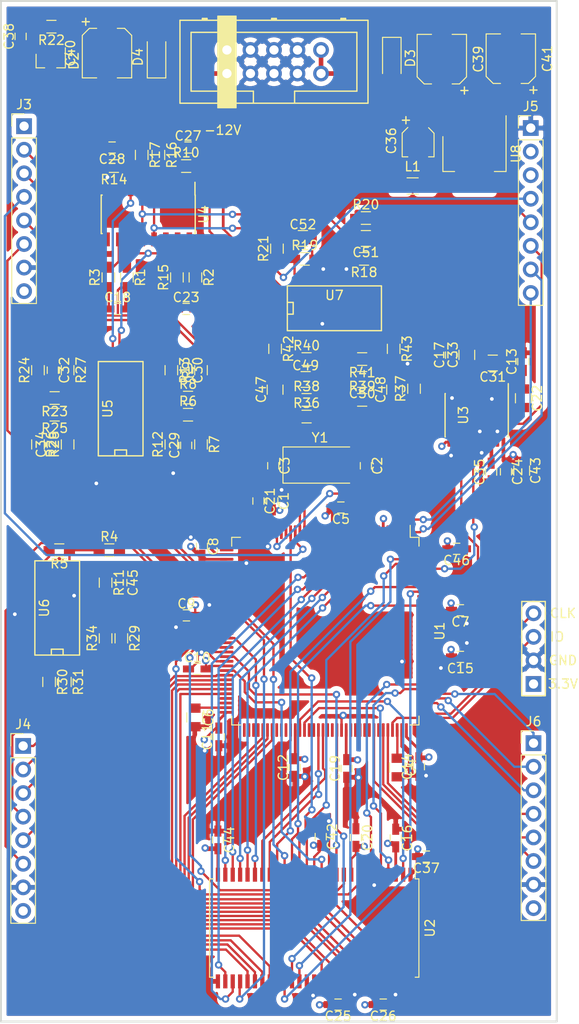
<source format=kicad_pcb>
(kicad_pcb (version 20171130) (host pcbnew "(5.1.5)-3")
  (layers (0 F.Cu signal) (1 In1.Cu power hide) (2 In2.Cu power hide) (31 B.Cu signal) (34 B.Paste user) (35 F.Paste user) (36 B.SilkS user) (37 F.SilkS user) (38 B.Mask user) (39 F.Mask user) (44 Edge.Cuts user))
  (net 0 "")
  (net 1 GND)
  (net 2 "Net-(C2-Pad1)")
  (net 3 "Net-(C3-Pad1)")
  (net 4 VCC)
  (net 5 VEE)
  (net 6 AREF_-5)
  (net 7 -12V)
  (net 8 +12V)
  (net 9 +3.3VA)
  (net 10 "Net-(U1-Pad3)")
  (net 11 "Net-(U1-Pad4)")
  (net 12 "Net-(U1-Pad28)")
  (net 13 "Net-(C23-Pad1)")
  (net 14 "Net-(C27-Pad1)")
  (net 15 "Net-(C28-Pad1)")
  (net 16 "Net-(C31-Pad1)")
  (net 17 "Net-(C31-Pad2)")
  (net 18 "Net-(C32-Pad2)")
  (net 19 "Net-(C33-Pad1)")
  (net 20 "Net-(C34-Pad2)")
  (net 21 "Net-(C35-Pad2)")
  (net 22 "Net-(U1-Pad9)")
  (net 23 "Net-(U1-Pad20)")
  (net 24 "Net-(U1-Pad21)")
  (net 25 +3V3)
  (net 26 "Net-(C4-Pad1)")
  (net 27 "Net-(C6-Pad1)")
  (net 28 "Net-(C18-Pad1)")
  (net 29 /AUDIO_IN_L)
  (net 30 "Net-(C29-Pad2)")
  (net 31 /AUDIO_IN_R)
  (net 32 "Net-(C30-Pad2)")
  (net 33 /DELAY_CV_SCALED_L)
  (net 34 /DELAY_CV_SCALED_R)
  (net 35 /FEEDBACK_CV_SCALED)
  (net 36 "Net-(C45-Pad2)")
  (net 37 "Net-(C47-Pad1)")
  (net 38 "Net-(C48-Pad1)")
  (net 39 "Net-(C49-Pad1)")
  (net 40 "Net-(C49-Pad2)")
  (net 41 "Net-(C50-Pad1)")
  (net 42 "Net-(C50-Pad2)")
  (net 43 "Net-(C51-Pad1)")
  (net 44 /DRY_OUT_L)
  (net 45 "Net-(C52-Pad1)")
  (net 46 /DRY_OUT_R)
  (net 47 /SWIO)
  (net 48 /SWCLK)
  (net 49 /DELAY_CHORUS)
  (net 50 /MODE1)
  (net 51 /MODE2)
  (net 52 /USB_VBUS)
  (net 53 /USB_DM)
  (net 54 /USB_DP)
  (net 55 /EXT_AUDIO_IN_L)
  (net 56 /EXT_AUDIO_IN_R)
  (net 57 /RESET)
  (net 58 /EXT_AUDIO_OUT_L)
  (net 59 /EXT_AUDIO_OUT_R)
  (net 60 /CLOCK)
  (net 61 /DELAY_CV_L)
  (net 62 /DELAY_POT_L)
  (net 63 /DELAY_CV_R)
  (net 64 /DELAY_POT_R)
  (net 65 /MIX_POT)
  (net 66 /MIX_CV)
  (net 67 /FEEDBACK_CV)
  (net 68 /FEEDBACK_POT)
  (net 69 /LED1)
  (net 70 /LED2)
  (net 71 "Net-(R1-Pad1)")
  (net 72 "Net-(R15-Pad2)")
  (net 73 "Net-(R10-Pad1)")
  (net 74 /DAC_OUT_AMP_L)
  (net 75 "Net-(R14-Pad1)")
  (net 76 /DAC_OUT_AMP_R)
  (net 77 "Net-(R29-Pad1)")
  (net 78 /WET_DRY_MIX)
  (net 79 /DAC_OUT_L)
  (net 80 /DAC_OUT_R)
  (net 81 /FMC_~BL1)
  (net 82 /FMC_~BL0)
  (net 83 /DAC_LRCLK)
  (net 84 "Net-(U1-Pad139)")
  (net 85 "Net-(U1-Pad137)")
  (net 86 /FMC_SD~E1)
  (net 87 /FMC_SDCKE1)
  (net 88 "Net-(U1-Pad134)")
  (net 89 "Net-(U1-Pad133)")
  (net 90 /FMC_~CAS)
  (net 91 "Net-(U1-Pad129)")
  (net 92 "Net-(U1-Pad128)")
  (net 93 "Net-(U1-Pad127)")
  (net 94 "Net-(U1-Pad126)")
  (net 95 "Net-(U1-Pad125)")
  (net 96 "Net-(U1-Pad124)")
  (net 97 "Net-(U1-Pad123)")
  (net 98 "Net-(U1-Pad122)")
  (net 99 "Net-(U1-Pad119)")
  (net 100 "Net-(U1-Pad118)")
  (net 101 "Net-(U1-Pad116)")
  (net 102 /FMC_D3)
  (net 103 /FMC_D2)
  (net 104 "Net-(U1-Pad110)")
  (net 105 "Net-(U1-Pad102)")
  (net 106 "Net-(U1-Pad100)")
  (net 107 "Net-(U1-Pad99)")
  (net 108 "Net-(U1-Pad96)")
  (net 109 /FMC_SDCLK)
  (net 110 "Net-(U1-Pad92)")
  (net 111 "Net-(U1-Pad91)")
  (net 112 /FMC_BA1)
  (net 113 /FMC_BA0)
  (net 114 "Net-(U1-Pad88)")
  (net 115 "Net-(U1-Pad87)")
  (net 116 /FMC_D1)
  (net 117 /FMC_D0)
  (net 118 "Net-(U1-Pad82)")
  (net 119 "Net-(U1-Pad81)")
  (net 120 "Net-(U1-Pad80)")
  (net 121 /FMC_D15)
  (net 122 /FMC_D14)
  (net 123 /FMC_D13)
  (net 124 /DAC_DATA)
  (net 125 "Net-(U1-Pad75)")
  (net 126 "Net-(U1-Pad74)")
  (net 127 "Net-(U1-Pad73)")
  (net 128 "Net-(U1-Pad70)")
  (net 129 /DAC_BCLK)
  (net 130 /FMC_D12)
  (net 131 /FMC_D11)
  (net 132 /FMC_D10)
  (net 133 /FMC_D9)
  (net 134 /FMC_D8)
  (net 135 /FMC_D7)
  (net 136 /FMC_D6)
  (net 137 /FMC_D5)
  (net 138 /FMC_D4)
  (net 139 /FMC_A11)
  (net 140 /FMC_A10)
  (net 141 /FMC_A9)
  (net 142 /FMC_A8)
  (net 143 /FMC_A7)
  (net 144 /FMC_A6)
  (net 145 /FMC_~RAS)
  (net 146 "Net-(U1-Pad48)")
  (net 147 /MIX_WET_CTL)
  (net 148 /MIX_DRY_CTL)
  (net 149 /FMC_SD~WE)
  (net 150 "Net-(U1-Pad22)")
  (net 151 "Net-(U1-Pad19)")
  (net 152 "Net-(U1-Pad18)")
  (net 153 /FMC_A5)
  (net 154 /FMC_A4)
  (net 155 /FMC_A3)
  (net 156 /FMC_A2)
  (net 157 /FMC_A1)
  (net 158 /FMC_A0)
  (net 159 "Net-(U1-Pad8)")
  (net 160 "Net-(U1-Pad7)")
  (net 161 "Net-(U1-Pad5)")
  (net 162 /CLOCK_SCALED)
  (net 163 "Net-(U6-Pad13)")
  (net 164 "Net-(U4-Pad1)")
  (net 165 "Net-(U2-Pad40)")
  (net 166 "Net-(U2-Pad36)")
  (net 167 "Net-(U1-Pad76)")
  (net 168 "Net-(U1-Pad69)")
  (net 169 "Net-(J5-Pad3)")
  (net 170 "Net-(J3-Pad1)")
  (net 171 "Net-(U1-Pad98)")
  (net 172 "Net-(U1-Pad97)")
  (net 173 "Net-(U1-Pad27)")
  (module Crystals:Crystal_SMD_0603-2pin_6.0x3.5mm_HandSoldering (layer F.Cu) (at 134.45 100.025)
    (fp_text reference Y1 (at 0 -2.95) (layer F.SilkS))
    (fp_text value "8MHz 20pF")
    (pad 1 smd rect (at -2.5 0) (size 2.6 2.5) (layers F.Cu F.Paste F.Mask) (net 3 "Net-(C3-Pad1)"))
    (pad 2 smd rect (at 2.5 0) (size 2.6 2.5) (layers F.Cu F.Paste F.Mask) (net 2 "Net-(C2-Pad1)"))
  )
  (module Capacitors_SMD:C_0603_HandSoldering (layer F.Cu) (at 149.2 109.05 180)
    (fp_text reference C46 (at 0 -1.25) (layer F.SilkS))
    (fp_text value 100nF)
    (pad 1 smd rect (at -0.95 0 180) (size 1.2 0.75) (layers F.Cu F.Paste F.Mask) (net 1 GND))
    (pad 2 smd rect (at 0.95 0 180) (size 1.2 0.75) (layers F.Cu F.Paste F.Mask) (net 25 +3V3))
  )
  (module Capacitors_SMD:C_0603_HandSoldering (layer F.Cu) (at 149.6 115.675 180)
    (fp_text reference C7 (at 0 -1.25) (layer F.SilkS))
    (fp_text value 100nF)
    (pad 1 smd rect (at -0.95 0 180) (size 1.2 0.75) (layers F.Cu F.Paste F.Mask) (net 1 GND))
    (pad 2 smd rect (at 0.95 0 180) (size 1.2 0.75) (layers F.Cu F.Paste F.Mask) (net 25 +3V3))
  )
  (module Package_QFP:LQFP-144_20x20mm_P0.5mm (layer F.Cu) (at 135.025 117.925 270)
    (fp_text reference U1 (at 0 -12.35 90) (layer F.SilkS))
    (fp_text value STM32H743ZITx)
    (pad 144 smd roundrect (at -8.75 -10.6625 270) (size 0.3 1.475) (layers F.Cu F.Paste F.Mask) (net 25 +3V3))
    (pad 143 smd roundrect (at -8.25 -10.6625 270) (size 0.3 1.475) (layers F.Cu F.Paste F.Mask) (net 9 +3.3VA))
    (pad 142 smd roundrect (at -7.75 -10.6625 270) (size 0.3 1.475) (layers F.Cu F.Paste F.Mask) (net 81 /FMC_~BL1))
    (pad 141 smd roundrect (at -7.25 -10.6625 270) (size 0.3 1.475) (layers F.Cu F.Paste F.Mask) (net 82 /FMC_~BL0))
    (pad 140 smd roundrect (at -6.75 -10.6625 270) (size 0.3 1.475) (layers F.Cu F.Paste F.Mask) (net 83 /DAC_LRCLK))
    (pad 139 smd roundrect (at -6.25 -10.6625 270) (size 0.3 1.475) (layers F.Cu F.Paste F.Mask) (net 84 "Net-(U1-Pad139)"))
    (pad 138 smd roundrect (at -5.75 -10.6625 270) (size 0.3 1.475) (layers F.Cu F.Paste F.Mask) (net 1 GND))
    (pad 137 smd roundrect (at -5.25 -10.6625 270) (size 0.3 1.475) (layers F.Cu F.Paste F.Mask) (net 85 "Net-(U1-Pad137)"))
    (pad 136 smd roundrect (at -4.75 -10.6625 270) (size 0.3 1.475) (layers F.Cu F.Paste F.Mask) (net 86 /FMC_SD~E1))
    (pad 135 smd roundrect (at -4.25 -10.6625 270) (size 0.3 1.475) (layers F.Cu F.Paste F.Mask) (net 87 /FMC_SDCKE1))
    (pad 134 smd roundrect (at -3.75 -10.6625 270) (size 0.3 1.475) (layers F.Cu F.Paste F.Mask) (net 88 "Net-(U1-Pad134)"))
    (pad 133 smd roundrect (at -3.25 -10.6625 270) (size 0.3 1.475) (layers F.Cu F.Paste F.Mask) (net 89 "Net-(U1-Pad133)"))
    (pad 132 smd roundrect (at -2.75 -10.6625 270) (size 0.3 1.475) (layers F.Cu F.Paste F.Mask) (net 90 /FMC_~CAS))
    (pad 131 smd roundrect (at -2.25 -10.6625 270) (size 0.3 1.475) (layers F.Cu F.Paste F.Mask) (net 25 +3V3))
    (pad 130 smd roundrect (at -1.75 -10.6625 270) (size 0.3 1.475) (layers F.Cu F.Paste F.Mask) (net 1 GND))
    (pad 129 smd roundrect (at -1.25 -10.6625 270) (size 0.3 1.475) (layers F.Cu F.Paste F.Mask) (net 91 "Net-(U1-Pad129)"))
    (pad 128 smd roundrect (at -0.75 -10.6625 270) (size 0.3 1.475) (layers F.Cu F.Paste F.Mask) (net 92 "Net-(U1-Pad128)"))
    (pad 127 smd roundrect (at -0.25 -10.6625 270) (size 0.3 1.475) (layers F.Cu F.Paste F.Mask) (net 93 "Net-(U1-Pad127)"))
    (pad 126 smd roundrect (at 0.25 -10.6625 270) (size 0.3 1.475) (layers F.Cu F.Paste F.Mask) (net 94 "Net-(U1-Pad126)"))
    (pad 125 smd roundrect (at 0.75 -10.6625 270) (size 0.3 1.475) (layers F.Cu F.Paste F.Mask) (net 95 "Net-(U1-Pad125)"))
    (pad 124 smd roundrect (at 1.25 -10.6625 270) (size 0.3 1.475) (layers F.Cu F.Paste F.Mask) (net 96 "Net-(U1-Pad124)"))
    (pad 123 smd roundrect (at 1.75 -10.6625 270) (size 0.3 1.475) (layers F.Cu F.Paste F.Mask) (net 97 "Net-(U1-Pad123)"))
    (pad 122 smd roundrect (at 2.25 -10.6625 270) (size 0.3 1.475) (layers F.Cu F.Paste F.Mask) (net 98 "Net-(U1-Pad122)"))
    (pad 121 smd roundrect (at 2.75 -10.6625 270) (size 0.3 1.475) (layers F.Cu F.Paste F.Mask) (net 25 +3V3))
    (pad 120 smd roundrect (at 3.25 -10.6625 270) (size 0.3 1.475) (layers F.Cu F.Paste F.Mask) (net 1 GND))
    (pad 119 smd roundrect (at 3.75 -10.6625 270) (size 0.3 1.475) (layers F.Cu F.Paste F.Mask) (net 99 "Net-(U1-Pad119)"))
    (pad 118 smd roundrect (at 4.25 -10.6625 270) (size 0.3 1.475) (layers F.Cu F.Paste F.Mask) (net 100 "Net-(U1-Pad118)"))
    (pad 117 smd roundrect (at 4.75 -10.6625 270) (size 0.3 1.475) (layers F.Cu F.Paste F.Mask) (net 129 /DAC_BCLK))
    (pad 116 smd roundrect (at 5.25 -10.6625 270) (size 0.3 1.475) (layers F.Cu F.Paste F.Mask) (net 101 "Net-(U1-Pad116)"))
    (pad 115 smd roundrect (at 5.75 -10.6625 270) (size 0.3 1.475) (layers F.Cu F.Paste F.Mask) (net 102 /FMC_D3))
    (pad 114 smd roundrect (at 6.25 -10.6625 270) (size 0.3 1.475) (layers F.Cu F.Paste F.Mask) (net 103 /FMC_D2))
    (pad 113 smd roundrect (at 6.75 -10.6625 270) (size 0.3 1.475) (layers F.Cu F.Paste F.Mask) (net 49 /DELAY_CHORUS))
    (pad 112 smd roundrect (at 7.25 -10.6625 270) (size 0.3 1.475) (layers F.Cu F.Paste F.Mask) (net 70 /LED2))
    (pad 111 smd roundrect (at 7.75 -10.6625 270) (size 0.3 1.475) (layers F.Cu F.Paste F.Mask) (net 69 /LED1))
    (pad 110 smd roundrect (at 8.25 -10.6625 270) (size 0.3 1.475) (layers F.Cu F.Paste F.Mask) (net 104 "Net-(U1-Pad110)"))
    (pad 109 smd roundrect (at 8.75 -10.6625 270) (size 0.3 1.475) (layers F.Cu F.Paste F.Mask) (net 48 /SWCLK))
    (pad 108 smd roundrect (at 10.6625 -8.75 270) (size 1.475 0.3) (layers F.Cu F.Paste F.Mask) (net 25 +3V3))
    (pad 107 smd roundrect (at 10.6625 -8.25 270) (size 1.475 0.3) (layers F.Cu F.Paste F.Mask) (net 1 GND))
    (pad 106 smd roundrect (at 10.6625 -7.75 270) (size 1.475 0.3) (layers F.Cu F.Paste F.Mask) (net 26 "Net-(C4-Pad1)"))
    (pad 105 smd roundrect (at 10.6625 -7.25 270) (size 1.475 0.3) (layers F.Cu F.Paste F.Mask) (net 47 /SWIO))
    (pad 104 smd roundrect (at 10.6625 -6.75 270) (size 1.475 0.3) (layers F.Cu F.Paste F.Mask) (net 54 /USB_DP))
    (pad 103 smd roundrect (at 10.6625 -6.25 270) (size 1.475 0.3) (layers F.Cu F.Paste F.Mask) (net 53 /USB_DM))
    (pad 102 smd roundrect (at 10.6625 -5.75 270) (size 1.475 0.3) (layers F.Cu F.Paste F.Mask) (net 105 "Net-(U1-Pad102)"))
    (pad 101 smd roundrect (at 10.6625 -5.25 270) (size 1.475 0.3) (layers F.Cu F.Paste F.Mask) (net 52 /USB_VBUS))
    (pad 100 smd roundrect (at 10.6625 -4.75 270) (size 1.475 0.3) (layers F.Cu F.Paste F.Mask) (net 106 "Net-(U1-Pad100)"))
    (pad 99 smd roundrect (at 10.6625 -4.25 270) (size 1.475 0.3) (layers F.Cu F.Paste F.Mask) (net 107 "Net-(U1-Pad99)"))
    (pad 98 smd roundrect (at 10.6625 -3.75 270) (size 1.475 0.3) (layers F.Cu F.Paste F.Mask) (net 171 "Net-(U1-Pad98)"))
    (pad 97 smd roundrect (at 10.6625 -3.25 270) (size 1.475 0.3) (layers F.Cu F.Paste F.Mask) (net 172 "Net-(U1-Pad97)"))
    (pad 96 smd roundrect (at 10.6625 -2.75 270) (size 1.475 0.3) (layers F.Cu F.Paste F.Mask) (net 108 "Net-(U1-Pad96)"))
    (pad 95 smd roundrect (at 10.6625 -2.25 270) (size 1.475 0.3) (layers F.Cu F.Paste F.Mask) (net 25 +3V3))
    (pad 94 smd roundrect (at 10.6625 -1.75 270) (size 1.475 0.3) (layers F.Cu F.Paste F.Mask) (net 1 GND))
    (pad 93 smd roundrect (at 10.6625 -1.25 270) (size 1.475 0.3) (layers F.Cu F.Paste F.Mask) (net 109 /FMC_SDCLK))
    (pad 92 smd roundrect (at 10.6625 -0.75 270) (size 1.475 0.3) (layers F.Cu F.Paste F.Mask) (net 110 "Net-(U1-Pad92)"))
    (pad 91 smd roundrect (at 10.6625 -0.25 270) (size 1.475 0.3) (layers F.Cu F.Paste F.Mask) (net 111 "Net-(U1-Pad91)"))
    (pad 90 smd roundrect (at 10.6625 0.25 270) (size 1.475 0.3) (layers F.Cu F.Paste F.Mask) (net 112 /FMC_BA1))
    (pad 89 smd roundrect (at 10.6625 0.75 270) (size 1.475 0.3) (layers F.Cu F.Paste F.Mask) (net 113 /FMC_BA0))
    (pad 88 smd roundrect (at 10.6625 1.25 270) (size 1.475 0.3) (layers F.Cu F.Paste F.Mask) (net 114 "Net-(U1-Pad88)"))
    (pad 87 smd roundrect (at 10.6625 1.75 270) (size 1.475 0.3) (layers F.Cu F.Paste F.Mask) (net 115 "Net-(U1-Pad87)"))
    (pad 86 smd roundrect (at 10.6625 2.25 270) (size 1.475 0.3) (layers F.Cu F.Paste F.Mask) (net 116 /FMC_D1))
    (pad 85 smd roundrect (at 10.6625 2.75 270) (size 1.475 0.3) (layers F.Cu F.Paste F.Mask) (net 117 /FMC_D0))
    (pad 84 smd roundrect (at 10.6625 3.25 270) (size 1.475 0.3) (layers F.Cu F.Paste F.Mask) (net 25 +3V3))
    (pad 83 smd roundrect (at 10.6625 3.75 270) (size 1.475 0.3) (layers F.Cu F.Paste F.Mask) (net 1 GND))
    (pad 82 smd roundrect (at 10.6625 4.25 270) (size 1.475 0.3) (layers F.Cu F.Paste F.Mask) (net 118 "Net-(U1-Pad82)"))
    (pad 81 smd roundrect (at 10.6625 4.75 270) (size 1.475 0.3) (layers F.Cu F.Paste F.Mask) (net 119 "Net-(U1-Pad81)"))
    (pad 80 smd roundrect (at 10.6625 5.25 270) (size 1.475 0.3) (layers F.Cu F.Paste F.Mask) (net 120 "Net-(U1-Pad80)"))
    (pad 79 smd roundrect (at 10.6625 5.75 270) (size 1.475 0.3) (layers F.Cu F.Paste F.Mask) (net 121 /FMC_D15))
    (pad 78 smd roundrect (at 10.6625 6.25 270) (size 1.475 0.3) (layers F.Cu F.Paste F.Mask) (net 122 /FMC_D14))
    (pad 77 smd roundrect (at 10.6625 6.75 270) (size 1.475 0.3) (layers F.Cu F.Paste F.Mask) (net 123 /FMC_D13))
    (pad 76 smd roundrect (at 10.6625 7.25 270) (size 1.475 0.3) (layers F.Cu F.Paste F.Mask) (net 167 "Net-(U1-Pad76)"))
    (pad 75 smd roundrect (at 10.6625 7.75 270) (size 1.475 0.3) (layers F.Cu F.Paste F.Mask) (net 125 "Net-(U1-Pad75)"))
    (pad 74 smd roundrect (at 10.6625 8.25 270) (size 1.475 0.3) (layers F.Cu F.Paste F.Mask) (net 126 "Net-(U1-Pad74)"))
    (pad 73 smd roundrect (at 10.6625 8.75 270) (size 1.475 0.3) (layers F.Cu F.Paste F.Mask) (net 127 "Net-(U1-Pad73)"))
    (pad 72 smd roundrect (at 8.75 10.6625 270) (size 0.3 1.475) (layers F.Cu F.Paste F.Mask) (net 25 +3V3))
    (pad 71 smd roundrect (at 8.25 10.6625 270) (size 0.3 1.475) (layers F.Cu F.Paste F.Mask) (net 27 "Net-(C6-Pad1)"))
    (pad 70 smd roundrect (at 7.75 10.6625 270) (size 0.3 1.475) (layers F.Cu F.Paste F.Mask) (net 128 "Net-(U1-Pad70)"))
    (pad 69 smd roundrect (at 7.25 10.6625 270) (size 0.3 1.475) (layers F.Cu F.Paste F.Mask) (net 168 "Net-(U1-Pad69)"))
    (pad 68 smd roundrect (at 6.75 10.6625 270) (size 0.3 1.475) (layers F.Cu F.Paste F.Mask) (net 130 /FMC_D12))
    (pad 67 smd roundrect (at 6.25 10.6625 270) (size 0.3 1.475) (layers F.Cu F.Paste F.Mask) (net 131 /FMC_D11))
    (pad 66 smd roundrect (at 5.75 10.6625 270) (size 0.3 1.475) (layers F.Cu F.Paste F.Mask) (net 132 /FMC_D10))
    (pad 65 smd roundrect (at 5.25 10.6625 270) (size 0.3 1.475) (layers F.Cu F.Paste F.Mask) (net 133 /FMC_D9))
    (pad 64 smd roundrect (at 4.75 10.6625 270) (size 0.3 1.475) (layers F.Cu F.Paste F.Mask) (net 134 /FMC_D8))
    (pad 63 smd roundrect (at 4.25 10.6625 270) (size 0.3 1.475) (layers F.Cu F.Paste F.Mask) (net 135 /FMC_D7))
    (pad 62 smd roundrect (at 3.75 10.6625 270) (size 0.3 1.475) (layers F.Cu F.Paste F.Mask) (net 25 +3V3))
    (pad 61 smd roundrect (at 3.25 10.6625 270) (size 0.3 1.475) (layers F.Cu F.Paste F.Mask) (net 1 GND))
    (pad 60 smd roundrect (at 2.75 10.6625 270) (size 0.3 1.475) (layers F.Cu F.Paste F.Mask) (net 136 /FMC_D6))
    (pad 59 smd roundrect (at 2.25 10.6625 270) (size 0.3 1.475) (layers F.Cu F.Paste F.Mask) (net 137 /FMC_D5))
    (pad 58 smd roundrect (at 1.75 10.6625 270) (size 0.3 1.475) (layers F.Cu F.Paste F.Mask) (net 138 /FMC_D4))
    (pad 57 smd roundrect (at 1.25 10.6625 270) (size 0.3 1.475) (layers F.Cu F.Paste F.Mask) (net 139 /FMC_A11))
    (pad 56 smd roundrect (at 0.75 10.6625 270) (size 0.3 1.475) (layers F.Cu F.Paste F.Mask) (net 140 /FMC_A10))
    (pad 55 smd roundrect (at 0.25 10.6625 270) (size 0.3 1.475) (layers F.Cu F.Paste F.Mask) (net 141 /FMC_A9))
    (pad 54 smd roundrect (at -0.25 10.6625 270) (size 0.3 1.475) (layers F.Cu F.Paste F.Mask) (net 142 /FMC_A8))
    (pad 53 smd roundrect (at -0.75 10.6625 270) (size 0.3 1.475) (layers F.Cu F.Paste F.Mask) (net 143 /FMC_A7))
    (pad 52 smd roundrect (at -1.25 10.6625 270) (size 0.3 1.475) (layers F.Cu F.Paste F.Mask) (net 25 +3V3))
    (pad 51 smd roundrect (at -1.75 10.6625 270) (size 0.3 1.475) (layers F.Cu F.Paste F.Mask) (net 1 GND))
    (pad 50 smd roundrect (at -2.25 10.6625 270) (size 0.3 1.475) (layers F.Cu F.Paste F.Mask) (net 144 /FMC_A6))
    (pad 49 smd roundrect (at -2.75 10.6625 270) (size 0.3 1.475) (layers F.Cu F.Paste F.Mask) (net 145 /FMC_~RAS))
    (pad 48 smd roundrect (at -3.25 10.6625 270) (size 0.3 1.475) (layers F.Cu F.Paste F.Mask) (net 146 "Net-(U1-Pad48)"))
    (pad 47 smd roundrect (at -3.75 10.6625 270) (size 0.3 1.475) (layers F.Cu F.Paste F.Mask) (net 62 /DELAY_POT_L))
    (pad 46 smd roundrect (at -4.25 10.6625 270) (size 0.3 1.475) (layers F.Cu F.Paste F.Mask) (net 68 /FEEDBACK_POT))
    (pad 45 smd roundrect (at -4.75 10.6625 270) (size 0.3 1.475) (layers F.Cu F.Paste F.Mask) (net 78 /WET_DRY_MIX))
    (pad 44 smd roundrect (at -5.25 10.6625 270) (size 0.3 1.475) (layers F.Cu F.Paste F.Mask) (net 35 /FEEDBACK_CV_SCALED))
    (pad 43 smd roundrect (at -5.75 10.6625 270) (size 0.3 1.475) (layers F.Cu F.Paste F.Mask) (net 162 /CLOCK_SCALED))
    (pad 42 smd roundrect (at -6.25 10.6625 270) (size 0.3 1.475) (layers F.Cu F.Paste F.Mask) (net 34 /DELAY_CV_SCALED_R))
    (pad 41 smd roundrect (at -6.75 10.6625 270) (size 0.3 1.475) (layers F.Cu F.Paste F.Mask) (net 147 /MIX_WET_CTL))
    (pad 40 smd roundrect (at -7.25 10.6625 270) (size 0.3 1.475) (layers F.Cu F.Paste F.Mask) (net 148 /MIX_DRY_CTL))
    (pad 39 smd roundrect (at -7.75 10.6625 270) (size 0.3 1.475) (layers F.Cu F.Paste F.Mask) (net 25 +3V3))
    (pad 38 smd roundrect (at -8.25 10.6625 270) (size 0.3 1.475) (layers F.Cu F.Paste F.Mask) (net 1 GND))
    (pad 37 smd roundrect (at -8.75 10.6625 270) (size 0.3 1.475) (layers F.Cu F.Paste F.Mask) (net 31 /AUDIO_IN_R))
    (pad 36 smd roundrect (at -10.6625 8.75 270) (size 1.475 0.3) (layers F.Cu F.Paste F.Mask) (net 29 /AUDIO_IN_L))
    (pad 35 smd roundrect (at -10.6625 8.25 270) (size 1.475 0.3) (layers F.Cu F.Paste F.Mask) (net 64 /DELAY_POT_R))
    (pad 34 smd roundrect (at -10.6625 7.75 270) (size 1.475 0.3) (layers F.Cu F.Paste F.Mask) (net 33 /DELAY_CV_SCALED_L))
    (pad 33 smd roundrect (at -10.6625 7.25 270) (size 1.475 0.3) (layers F.Cu F.Paste F.Mask) (net 9 +3.3VA))
    (pad 32 smd roundrect (at -10.6625 6.75 270) (size 1.475 0.3) (layers F.Cu F.Paste F.Mask) (net 9 +3.3VA))
    (pad 31 smd roundrect (at -10.6625 6.25 270) (size 1.475 0.3) (layers F.Cu F.Paste F.Mask) (net 1 GND))
    (pad 30 smd roundrect (at -10.6625 5.75 270) (size 1.475 0.3) (layers F.Cu F.Paste F.Mask) (net 25 +3V3))
    (pad 29 smd roundrect (at -10.6625 5.25 270) (size 1.475 0.3) (layers F.Cu F.Paste F.Mask) (net 124 /DAC_DATA))
    (pad 28 smd roundrect (at -10.6625 4.75 270) (size 1.475 0.3) (layers F.Cu F.Paste F.Mask) (net 12 "Net-(U1-Pad28)"))
    (pad 27 smd roundrect (at -10.6625 4.25 270) (size 1.475 0.3) (layers F.Cu F.Paste F.Mask) (net 173 "Net-(U1-Pad27)"))
    (pad 26 smd roundrect (at -10.6625 3.75 270) (size 1.475 0.3) (layers F.Cu F.Paste F.Mask) (net 149 /FMC_SD~WE))
    (pad 25 smd roundrect (at -10.6625 3.25 270) (size 1.475 0.3) (layers F.Cu F.Paste F.Mask) (net 57 /RESET))
    (pad 24 smd roundrect (at -10.6625 2.75 270) (size 1.475 0.3) (layers F.Cu F.Paste F.Mask) (net 3 "Net-(C3-Pad1)"))
    (pad 23 smd roundrect (at -10.6625 2.25 270) (size 1.475 0.3) (layers F.Cu F.Paste F.Mask) (net 2 "Net-(C2-Pad1)"))
    (pad 22 smd roundrect (at -10.6625 1.75 270) (size 1.475 0.3) (layers F.Cu F.Paste F.Mask) (net 150 "Net-(U1-Pad22)"))
    (pad 21 smd roundrect (at -10.6625 1.25 270) (size 1.475 0.3) (layers F.Cu F.Paste F.Mask) (net 24 "Net-(U1-Pad21)"))
    (pad 20 smd roundrect (at -10.6625 0.75 270) (size 1.475 0.3) (layers F.Cu F.Paste F.Mask) (net 23 "Net-(U1-Pad20)"))
    (pad 19 smd roundrect (at -10.6625 0.25 270) (size 1.475 0.3) (layers F.Cu F.Paste F.Mask) (net 151 "Net-(U1-Pad19)"))
    (pad 18 smd roundrect (at -10.6625 -0.25 270) (size 1.475 0.3) (layers F.Cu F.Paste F.Mask) (net 152 "Net-(U1-Pad18)"))
    (pad 17 smd roundrect (at -10.6625 -0.75 270) (size 1.475 0.3) (layers F.Cu F.Paste F.Mask) (net 25 +3V3))
    (pad 16 smd roundrect (at -10.6625 -1.25 270) (size 1.475 0.3) (layers F.Cu F.Paste F.Mask) (net 1 GND))
    (pad 15 smd roundrect (at -10.6625 -1.75 270) (size 1.475 0.3) (layers F.Cu F.Paste F.Mask) (net 153 /FMC_A5))
    (pad 14 smd roundrect (at -10.6625 -2.25 270) (size 1.475 0.3) (layers F.Cu F.Paste F.Mask) (net 154 /FMC_A4))
    (pad 13 smd roundrect (at -10.6625 -2.75 270) (size 1.475 0.3) (layers F.Cu F.Paste F.Mask) (net 155 /FMC_A3))
    (pad 12 smd roundrect (at -10.6625 -3.25 270) (size 1.475 0.3) (layers F.Cu F.Paste F.Mask) (net 156 /FMC_A2))
    (pad 11 smd roundrect (at -10.6625 -3.75 270) (size 1.475 0.3) (layers F.Cu F.Paste F.Mask) (net 157 /FMC_A1))
    (pad 10 smd roundrect (at -10.6625 -4.25 270) (size 1.475 0.3) (layers F.Cu F.Paste F.Mask) (net 158 /FMC_A0))
    (pad 9 smd roundrect (at -10.6625 -4.75 270) (size 1.475 0.3) (layers F.Cu F.Paste F.Mask) (net 22 "Net-(U1-Pad9)"))
    (pad 8 smd roundrect (at -10.6625 -5.25 270) (size 1.475 0.3) (layers F.Cu F.Paste F.Mask) (net 159 "Net-(U1-Pad8)"))
    (pad 7 smd roundrect (at -10.6625 -5.75 270) (size 1.475 0.3) (layers F.Cu F.Paste F.Mask) (net 160 "Net-(U1-Pad7)"))
    (pad 6 smd roundrect (at -10.6625 -6.25 270) (size 1.475 0.3) (layers F.Cu F.Paste F.Mask) (net 25 +3V3))
    (pad 5 smd roundrect (at -10.6625 -6.75 270) (size 1.475 0.3) (layers F.Cu F.Paste F.Mask) (net 161 "Net-(U1-Pad5)"))
    (pad 4 smd roundrect (at -10.6625 -7.25 270) (size 1.475 0.3) (layers F.Cu F.Paste F.Mask) (net 11 "Net-(U1-Pad4)"))
    (pad 3 smd roundrect (at -10.6625 -7.75 270) (size 1.475 0.3) (layers F.Cu F.Paste F.Mask) (net 10 "Net-(U1-Pad3)"))
    (pad 2 smd roundrect (at -10.6625 -8.25 270) (size 1.475 0.3) (layers F.Cu F.Paste F.Mask) (net 51 /MODE2))
    (pad 1 smd roundrect (at -10.6625 -8.75 270) (size 1.475 0.3) (layers F.Cu F.Paste F.Mask) (net 50 /MODE1))
  )
  (module Capacitors_SMD:C_0603_HandSoldering (layer F.Cu) (at 120 97.9 90)
    (fp_text reference C29 (at 0 -1.25 90) (layer F.SilkS))
    (fp_text value 1.5nF)
    (pad 1 smd rect (at -0.95 0 90) (size 1.2 0.75) (layers F.Cu F.Paste F.Mask) (net 29 /AUDIO_IN_L))
    (pad 2 smd rect (at 0.95 0 90) (size 1.2 0.75) (layers F.Cu F.Paste F.Mask) (net 30 "Net-(C29-Pad2)"))
  )
  (module Resistors_SMD:R_0603_HandSoldering (layer F.Cu) (at 121.6 97.8 270)
    (fp_text reference R7 (at 0 -1.45 90) (layer F.SilkS))
    (fp_text value 47k)
    (pad 1 smd rect (at -1.1 0 270) (size 1.2 0.9) (layers F.Cu F.Paste F.Mask) (net 30 "Net-(C29-Pad2)"))
    (pad 2 smd rect (at 1.1 0 270) (size 1.2 0.9) (layers F.Cu F.Paste F.Mask) (net 55 /EXT_AUDIO_IN_L))
  )
  (module Resistors_SMD:R_0603_HandSoldering (layer F.Cu) (at 118.4 97.8 90)
    (fp_text reference R12 (at 0 -1.45 90) (layer F.SilkS))
    (fp_text value 6k8)
    (pad 1 smd rect (at -1.1 0 90) (size 1.2 0.9) (layers F.Cu F.Paste F.Mask) (net 29 /AUDIO_IN_L))
    (pad 2 smd rect (at 1.1 0 90) (size 1.2 0.9) (layers F.Cu F.Paste F.Mask) (net 30 "Net-(C29-Pad2)"))
  )
  (module Custom_Footprints:TSOP-II-54_22.2x10.16mm_P0.8mm (layer F.Cu) (at 133.825 149.925 270)
    (fp_text reference U2 (at 0 -12.5 90) (layer F.SilkS))
    (fp_text value IS42S16400J-xC)
    (pad 54 smd rect (at 5.75 -10.4 270) (size 1.51 0.458) (layers F.Cu F.Paste F.Mask) (net 1 GND))
    (pad 53 smd rect (at 5.75 -9.6 270) (size 1.51 0.458) (layers F.Cu F.Paste F.Mask) (net 121 /FMC_D15))
    (pad 52 smd rect (at 5.75 -8.8 270) (size 1.51 0.458) (layers F.Cu F.Paste F.Mask) (net 1 GND))
    (pad 51 smd rect (at 5.75 -8 270) (size 1.51 0.458) (layers F.Cu F.Paste F.Mask) (net 122 /FMC_D14))
    (pad 50 smd rect (at 5.75 -7.2 270) (size 1.51 0.458) (layers F.Cu F.Paste F.Mask) (net 123 /FMC_D13))
    (pad 49 smd rect (at 5.75 -6.4 270) (size 1.51 0.458) (layers F.Cu F.Paste F.Mask) (net 25 +3V3))
    (pad 48 smd rect (at 5.75 -5.6 270) (size 1.51 0.458) (layers F.Cu F.Paste F.Mask) (net 130 /FMC_D12))
    (pad 47 smd rect (at 5.75 -4.8 270) (size 1.51 0.458) (layers F.Cu F.Paste F.Mask) (net 131 /FMC_D11))
    (pad 46 smd rect (at 5.75 -4 270) (size 1.51 0.458) (layers F.Cu F.Paste F.Mask) (net 1 GND))
    (pad 45 smd rect (at 5.75 -3.2 270) (size 1.51 0.458) (layers F.Cu F.Paste F.Mask) (net 132 /FMC_D10))
    (pad 44 smd rect (at 5.75 -2.4 270) (size 1.51 0.458) (layers F.Cu F.Paste F.Mask) (net 133 /FMC_D9))
    (pad 43 smd rect (at 5.75 -1.6 270) (size 1.51 0.458) (layers F.Cu F.Paste F.Mask) (net 25 +3V3))
    (pad 42 smd rect (at 5.75 -0.8 270) (size 1.51 0.458) (layers F.Cu F.Paste F.Mask) (net 134 /FMC_D8))
    (pad 41 smd rect (at 5.75 0 270) (size 1.51 0.458) (layers F.Cu F.Paste F.Mask) (net 1 GND))
    (pad 40 smd rect (at 5.75 0.8 270) (size 1.51 0.458) (layers F.Cu F.Paste F.Mask) (net 165 "Net-(U2-Pad40)"))
    (pad 39 smd rect (at 5.75 1.6 270) (size 1.51 0.458) (layers F.Cu F.Paste F.Mask) (net 81 /FMC_~BL1))
    (pad 38 smd rect (at 5.75 2.4 270) (size 1.51 0.458) (layers F.Cu F.Paste F.Mask) (net 109 /FMC_SDCLK))
    (pad 37 smd rect (at 5.75 3.2 270) (size 1.51 0.458) (layers F.Cu F.Paste F.Mask) (net 87 /FMC_SDCKE1))
    (pad 36 smd rect (at 5.75 4 270) (size 1.51 0.458) (layers F.Cu F.Paste F.Mask) (net 166 "Net-(U2-Pad36)"))
    (pad 35 smd rect (at 5.75 4.8 270) (size 1.51 0.458) (layers F.Cu F.Paste F.Mask) (net 139 /FMC_A11))
    (pad 34 smd rect (at 5.75 5.6 270) (size 1.51 0.458) (layers F.Cu F.Paste F.Mask) (net 141 /FMC_A9))
    (pad 33 smd rect (at 5.75 6.4 270) (size 1.51 0.458) (layers F.Cu F.Paste F.Mask) (net 142 /FMC_A8))
    (pad 32 smd rect (at 5.75 7.2 270) (size 1.51 0.458) (layers F.Cu F.Paste F.Mask) (net 143 /FMC_A7))
    (pad 31 smd rect (at 5.75 8 270) (size 1.51 0.458) (layers F.Cu F.Paste F.Mask) (net 144 /FMC_A6))
    (pad 30 smd rect (at 5.75 8.8 270) (size 1.51 0.458) (layers F.Cu F.Paste F.Mask) (net 153 /FMC_A5))
    (pad 29 smd rect (at 5.75 9.6 270) (size 1.51 0.458) (layers F.Cu F.Paste F.Mask) (net 154 /FMC_A4))
    (pad 28 smd rect (at 5.75 10.4 270) (size 1.51 0.458) (layers F.Cu F.Paste F.Mask) (net 1 GND))
    (pad 27 smd rect (at -5.75 10.4 270) (size 1.51 0.458) (layers F.Cu F.Paste F.Mask) (net 25 +3V3))
    (pad 26 smd rect (at -5.75 9.6 270) (size 1.51 0.458) (layers F.Cu F.Paste F.Mask) (net 155 /FMC_A3))
    (pad 25 smd rect (at -5.75 8.8 270) (size 1.51 0.458) (layers F.Cu F.Paste F.Mask) (net 156 /FMC_A2))
    (pad 24 smd rect (at -5.75 8 270) (size 1.51 0.458) (layers F.Cu F.Paste F.Mask) (net 157 /FMC_A1))
    (pad 23 smd rect (at -5.75 7.2 270) (size 1.51 0.458) (layers F.Cu F.Paste F.Mask) (net 158 /FMC_A0))
    (pad 22 smd rect (at -5.75 6.4 270) (size 1.51 0.458) (layers F.Cu F.Paste F.Mask) (net 140 /FMC_A10))
    (pad 21 smd rect (at -5.75 5.6 270) (size 1.51 0.458) (layers F.Cu F.Paste F.Mask) (net 112 /FMC_BA1))
    (pad 20 smd rect (at -5.75 4.8 270) (size 1.51 0.458) (layers F.Cu F.Paste F.Mask) (net 113 /FMC_BA0))
    (pad 19 smd rect (at -5.75 4 270) (size 1.51 0.458) (layers F.Cu F.Paste F.Mask) (net 86 /FMC_SD~E1))
    (pad 18 smd rect (at -5.75 3.2 270) (size 1.51 0.458) (layers F.Cu F.Paste F.Mask) (net 145 /FMC_~RAS))
    (pad 17 smd rect (at -5.75 2.4 270) (size 1.51 0.458) (layers F.Cu F.Paste F.Mask) (net 90 /FMC_~CAS))
    (pad 16 smd rect (at -5.75 1.6 270) (size 1.51 0.458) (layers F.Cu F.Paste F.Mask) (net 149 /FMC_SD~WE))
    (pad 15 smd rect (at -5.75 0.8 270) (size 1.51 0.458) (layers F.Cu F.Paste F.Mask) (net 82 /FMC_~BL0))
    (pad 14 smd rect (at -5.75 0 270) (size 1.51 0.458) (layers F.Cu F.Paste F.Mask) (net 25 +3V3))
    (pad 13 smd rect (at -5.75 -0.8 270) (size 1.51 0.458) (layers F.Cu F.Paste F.Mask) (net 135 /FMC_D7))
    (pad 12 smd rect (at -5.75 -1.6 270) (size 1.51 0.458) (layers F.Cu F.Paste F.Mask) (net 1 GND))
    (pad 11 smd rect (at -5.75 -2.4 270) (size 1.51 0.458) (layers F.Cu F.Paste F.Mask) (net 136 /FMC_D6))
    (pad 10 smd rect (at -5.75 -3.2 270) (size 1.51 0.458) (layers F.Cu F.Paste F.Mask) (net 137 /FMC_D5))
    (pad 9 smd rect (at -5.75 -4 270) (size 1.51 0.458) (layers F.Cu F.Paste F.Mask) (net 25 +3V3))
    (pad 8 smd rect (at -5.75 -4.8 270) (size 1.51 0.458) (layers F.Cu F.Paste F.Mask) (net 138 /FMC_D4))
    (pad 7 smd rect (at -5.75 -5.6 270) (size 1.51 0.458) (layers F.Cu F.Paste F.Mask) (net 102 /FMC_D3))
    (pad 6 smd rect (at -5.75 -6.4 270) (size 1.51 0.458) (layers F.Cu F.Paste F.Mask) (net 1 GND))
    (pad 5 smd rect (at -5.75 -7.2 270) (size 1.51 0.458) (layers F.Cu F.Paste F.Mask) (net 103 /FMC_D2))
    (pad 4 smd rect (at -5.75 -8 270) (size 1.51 0.458) (layers F.Cu F.Paste F.Mask) (net 116 /FMC_D1))
    (pad 3 smd rect (at -5.75 -8.8 270) (size 1.51 0.458) (layers F.Cu F.Paste F.Mask) (net 25 +3V3))
    (pad 2 smd rect (at -5.75 -9.6 270) (size 1.51 0.458) (layers F.Cu F.Paste F.Mask) (net 117 /FMC_D0))
    (pad 1 smd rect (at -5.75 -10.4 270) (size 1.51 0.458) (layers F.Cu F.Paste F.Mask) (net 25 +3V3))
  )
  (module Housings_SOIC:SOIC-16_3.9x9.9mm_Pitch1.27mm (layer F.Cu) (at 115.9 73 270)
    (fp_text reference U4 (at 0 -6 90) (layer F.SilkS))
    (fp_text value SSI2164)
    (pad 1 smd rect (at -2.7 -4.445 270) (size 1.5 0.6) (layers F.Cu F.Paste F.Mask) (net 164 "Net-(U4-Pad1)"))
    (pad 2 smd rect (at -2.7 -3.175 270) (size 1.5 0.6) (layers F.Cu F.Paste F.Mask) (net 73 "Net-(R10-Pad1)"))
    (pad 3 smd rect (at -2.7 -1.905 270) (size 1.5 0.6) (layers F.Cu F.Paste F.Mask) (net 147 /MIX_WET_CTL))
    (pad 4 smd rect (at -2.7 -0.635 270) (size 1.5 0.6) (layers F.Cu F.Paste F.Mask) (net 46 /DRY_OUT_R))
    (pad 5 smd rect (at -2.7 0.635 270) (size 1.5 0.6) (layers F.Cu F.Paste F.Mask) (net 44 /DRY_OUT_L))
    (pad 6 smd rect (at -2.7 1.905 270) (size 1.5 0.6) (layers F.Cu F.Paste F.Mask) (net 147 /MIX_WET_CTL))
    (pad 7 smd rect (at -2.7 3.175 270) (size 1.5 0.6) (layers F.Cu F.Paste F.Mask) (net 75 "Net-(R14-Pad1)"))
    (pad 8 smd rect (at -2.7 4.445 270) (size 1.5 0.6) (layers F.Cu F.Paste F.Mask) (net 1 GND))
    (pad 9 smd rect (at 2.7 4.445 270) (size 1.5 0.6) (layers F.Cu F.Paste F.Mask) (net 5 VEE))
    (pad 10 smd rect (at 2.7 3.175 270) (size 1.5 0.6) (layers F.Cu F.Paste F.Mask) (net 71 "Net-(R1-Pad1)"))
    (pad 11 smd rect (at 2.7 1.905 270) (size 1.5 0.6) (layers F.Cu F.Paste F.Mask) (net 148 /MIX_DRY_CTL))
    (pad 12 smd rect (at 2.7 0.635 270) (size 1.5 0.6) (layers F.Cu F.Paste F.Mask) (net 44 /DRY_OUT_L))
    (pad 13 smd rect (at 2.7 -0.635 270) (size 1.5 0.6) (layers F.Cu F.Paste F.Mask) (net 46 /DRY_OUT_R))
    (pad 14 smd rect (at 2.7 -1.905 270) (size 1.5 0.6) (layers F.Cu F.Paste F.Mask) (net 148 /MIX_DRY_CTL))
    (pad 15 smd rect (at 2.7 -3.175 270) (size 1.5 0.6) (layers F.Cu F.Paste F.Mask) (net 72 "Net-(R15-Pad2)"))
    (pad 16 smd rect (at 2.7 -4.445 270) (size 1.5 0.6) (layers F.Cu F.Paste F.Mask) (net 4 VCC))
  )
  (module TO_SOT_Packages_SMD:SOT-223 (layer F.Cu) (at 151.125 66.475 270)
    (fp_text reference U8 (at 0 -4.5 90) (layer F.SilkS))
    (fp_text value LM1117-3.3)
    (pad 4 smd rect (at 3.15 0 270) (size 2 3.8) (layers F.Cu F.Paste F.Mask))
    (pad 2 smd rect (at -3.15 0 270) (size 2 1.5) (layers F.Cu F.Paste F.Mask) (net 25 +3V3))
    (pad 3 smd rect (at -3.15 2.3 270) (size 2 1.5) (layers F.Cu F.Paste F.Mask) (net 4 VCC))
    (pad 1 smd rect (at -3.15 -2.3 270) (size 2 1.5) (layers F.Cu F.Paste F.Mask) (net 1 GND))
  )
  (module SMD_Packages:SOIC-14_N (layer F.Cu) (at 136 83)
    (fp_text reference U7 (at 0 -1.27) (layer F.SilkS))
    (fp_text value TL074)
    (pad 1 smd rect (at -3.81 3.302) (size 0.508 1.143) (layers F.Cu F.Paste F.Mask) (net 39 "Net-(C49-Pad1)"))
    (pad 2 smd rect (at -2.54 3.302) (size 0.508 1.143) (layers F.Cu F.Paste F.Mask) (net 40 "Net-(C49-Pad2)"))
    (pad 3 smd rect (at -1.27 3.302) (size 0.508 1.143) (layers F.Cu F.Paste F.Mask) (net 1 GND))
    (pad 4 smd rect (at 0 3.302) (size 0.508 1.143) (layers F.Cu F.Paste F.Mask) (net 5 VEE))
    (pad 5 smd rect (at 1.27 3.302) (size 0.508 1.143) (layers F.Cu F.Paste F.Mask) (net 1 GND))
    (pad 6 smd rect (at 2.54 3.302) (size 0.508 1.143) (layers F.Cu F.Paste F.Mask) (net 42 "Net-(C50-Pad2)"))
    (pad 7 smd rect (at 3.81 3.302) (size 0.508 1.143) (layers F.Cu F.Paste F.Mask) (net 41 "Net-(C50-Pad1)"))
    (pad 8 smd rect (at 3.81 -3.048) (size 0.508 1.143) (layers F.Cu F.Paste F.Mask) (net 43 "Net-(C51-Pad1)"))
    (pad 9 smd rect (at 2.54 -3.048) (size 0.508 1.143) (layers F.Cu F.Paste F.Mask) (net 44 /DRY_OUT_L))
    (pad 11 smd rect (at 0 -3.048) (size 0.508 1.143) (layers F.Cu F.Paste F.Mask) (net 4 VCC))
    (pad 12 smd rect (at -1.27 -3.048) (size 0.508 1.143) (layers F.Cu F.Paste F.Mask) (net 1 GND))
    (pad 13 smd rect (at -2.54 -3.048) (size 0.508 1.143) (layers F.Cu F.Paste F.Mask) (net 46 /DRY_OUT_R))
    (pad 14 smd rect (at -3.81 -3.048) (size 0.508 1.143) (layers F.Cu F.Paste F.Mask) (net 45 "Net-(C52-Pad1)"))
    (pad 10 smd rect (at 1.27 -3.048) (size 0.508 1.143) (layers F.Cu F.Paste F.Mask) (net 1 GND))
  )
  (module SMD_Packages:SOIC-14_N (layer F.Cu) (at 105.95 115.425 90)
    (fp_text reference U6 (at 0 -1.27 90) (layer F.SilkS))
    (fp_text value MCP6004)
    (pad 1 smd rect (at -3.81 3.302 90) (size 0.508 1.143) (layers F.Cu F.Paste F.Mask) (net 78 /WET_DRY_MIX))
    (pad 2 smd rect (at -2.54 3.302 90) (size 0.508 1.143) (layers F.Cu F.Paste F.Mask) (net 77 "Net-(R29-Pad1)"))
    (pad 3 smd rect (at -1.27 3.302 90) (size 0.508 1.143) (layers F.Cu F.Paste F.Mask) (net 1 GND))
    (pad 4 smd rect (at 0 3.302 90) (size 0.508 1.143) (layers F.Cu F.Paste F.Mask) (net 9 +3.3VA))
    (pad 5 smd rect (at 1.27 3.302 90) (size 0.508 1.143) (layers F.Cu F.Paste F.Mask) (net 1 GND))
    (pad 6 smd rect (at 2.54 3.302 90) (size 0.508 1.143) (layers F.Cu F.Paste F.Mask) (net 36 "Net-(C45-Pad2)"))
    (pad 7 smd rect (at 3.81 3.302 90) (size 0.508 1.143) (layers F.Cu F.Paste F.Mask) (net 35 /FEEDBACK_CV_SCALED))
    (pad 8 smd rect (at 3.81 -3.048 90) (size 0.508 1.143) (layers F.Cu F.Paste F.Mask) (net 162 /CLOCK_SCALED))
    (pad 9 smd rect (at 2.54 -3.048 90) (size 0.508 1.143) (layers F.Cu F.Paste F.Mask) (net 162 /CLOCK_SCALED))
    (pad 11 smd rect (at 0 -3.048 90) (size 0.508 1.143) (layers F.Cu F.Paste F.Mask) (net 1 GND))
    (pad 12 smd rect (at -1.27 -3.048 90) (size 0.508 1.143) (layers F.Cu F.Paste F.Mask) (net 9 +3.3VA))
    (pad 13 smd rect (at -2.54 -3.048 90) (size 0.508 1.143) (layers F.Cu F.Paste F.Mask) (net 163 "Net-(U6-Pad13)"))
    (pad 14 smd rect (at -3.81 -3.048 90) (size 0.508 1.143) (layers F.Cu F.Paste F.Mask) (net 163 "Net-(U6-Pad13)"))
    (pad 10 smd rect (at 1.27 -3.048 90) (size 0.508 1.143) (layers F.Cu F.Paste F.Mask) (net 60 /CLOCK))
  )
  (module SMD_Packages:SOIC-14_N (layer F.Cu) (at 112.8 93.95 90)
    (fp_text reference U5 (at 0 -1.27 90) (layer F.SilkS))
    (fp_text value MCP6004)
    (pad 1 smd rect (at -3.81 3.302 90) (size 0.508 1.143) (layers F.Cu F.Paste F.Mask) (net 29 /AUDIO_IN_L))
    (pad 2 smd rect (at -2.54 3.302 90) (size 0.508 1.143) (layers F.Cu F.Paste F.Mask) (net 30 "Net-(C29-Pad2)"))
    (pad 3 smd rect (at -1.27 3.302 90) (size 0.508 1.143) (layers F.Cu F.Paste F.Mask) (net 1 GND))
    (pad 4 smd rect (at 0 3.302 90) (size 0.508 1.143) (layers F.Cu F.Paste F.Mask) (net 9 +3.3VA))
    (pad 5 smd rect (at 1.27 3.302 90) (size 0.508 1.143) (layers F.Cu F.Paste F.Mask) (net 1 GND))
    (pad 6 smd rect (at 2.54 3.302 90) (size 0.508 1.143) (layers F.Cu F.Paste F.Mask) (net 32 "Net-(C30-Pad2)"))
    (pad 7 smd rect (at 3.81 3.302 90) (size 0.508 1.143) (layers F.Cu F.Paste F.Mask) (net 31 /AUDIO_IN_R))
    (pad 8 smd rect (at 3.81 -3.048 90) (size 0.508 1.143) (layers F.Cu F.Paste F.Mask) (net 33 /DELAY_CV_SCALED_L))
    (pad 9 smd rect (at 2.54 -3.048 90) (size 0.508 1.143) (layers F.Cu F.Paste F.Mask) (net 18 "Net-(C32-Pad2)"))
    (pad 11 smd rect (at 0 -3.048 90) (size 0.508 1.143) (layers F.Cu F.Paste F.Mask) (net 1 GND))
    (pad 12 smd rect (at -1.27 -3.048 90) (size 0.508 1.143) (layers F.Cu F.Paste F.Mask) (net 1 GND))
    (pad 13 smd rect (at -2.54 -3.048 90) (size 0.508 1.143) (layers F.Cu F.Paste F.Mask) (net 20 "Net-(C34-Pad2)"))
    (pad 14 smd rect (at -3.81 -3.048 90) (size 0.508 1.143) (layers F.Cu F.Paste F.Mask) (net 34 /DELAY_CV_SCALED_R))
    (pad 10 smd rect (at 1.27 -3.048 90) (size 0.508 1.143) (layers F.Cu F.Paste F.Mask) (net 1 GND))
  )
  (module Custom_Footprints:SSOP-20_4.4x6.5mm_Pitch0.65mm_Round_Pads (layer F.Cu) (at 151.325 94.65 270)
    (fp_text reference U3 (at 0 1.4 270) (layer F.SilkS))
    (fp_text value PCM5100APW)
    (pad 20 smd roundrect (at 2.9 -2.925 270) (size 1 0.4) (layers F.Cu F.Paste F.Mask) (net 25 +3V3))
    (pad 19 smd roundrect (at 2.9 -2.275 270) (size 1 0.4) (layers F.Cu F.Paste F.Mask) (net 1 GND))
    (pad 18 smd roundrect (at 2.9 -1.625 270) (size 1 0.4) (layers F.Cu F.Paste F.Mask) (net 21 "Net-(C35-Pad2)"))
    (pad 17 smd roundrect (at 2.9 -0.975 270) (size 1 0.4) (layers F.Cu F.Paste F.Mask) (net 25 +3V3))
    (pad 16 smd roundrect (at 2.9 -0.325 270) (size 1 0.4) (layers F.Cu F.Paste F.Mask) (net 1 GND))
    (pad 15 smd roundrect (at 2.9 0.325 270) (size 1 0.4) (layers F.Cu F.Paste F.Mask) (net 83 /DAC_LRCLK))
    (pad 14 smd roundrect (at 2.9 0.975 270) (size 1 0.4) (layers F.Cu F.Paste F.Mask) (net 124 /DAC_DATA))
    (pad 13 smd roundrect (at 2.9 1.625 270) (size 1 0.4) (layers F.Cu F.Paste F.Mask) (net 129 /DAC_BCLK))
    (pad 12 smd roundrect (at 2.9 2.275 270) (size 1 0.4) (layers F.Cu F.Paste F.Mask) (net 1 GND))
    (pad 11 smd roundrect (at 2.9 2.925 270) (size 1 0.4) (layers F.Cu F.Paste F.Mask) (net 25 +3V3))
    (pad 10 smd roundrect (at -2.9 2.925 270) (size 1 0.4) (layers F.Cu F.Paste F.Mask) (net 1 GND))
    (pad 9 smd roundrect (at -2.9 2.275 270) (size 1 0.4) (layers F.Cu F.Paste F.Mask) (net 1 GND))
    (pad 8 smd roundrect (at -2.9 1.625 270) (size 1 0.4) (layers F.Cu F.Paste F.Mask) (net 9 +3.3VA))
    (pad 7 smd roundrect (at -2.9 0.975 270) (size 1 0.4) (layers F.Cu F.Paste F.Mask) (net 80 /DAC_OUT_R))
    (pad 6 smd roundrect (at -2.9 0.325 270) (size 1 0.4) (layers F.Cu F.Paste F.Mask) (net 79 /DAC_OUT_L))
    (pad 5 smd roundrect (at -2.9 -0.325 270) (size 1 0.4) (layers F.Cu F.Paste F.Mask) (net 19 "Net-(C33-Pad1)"))
    (pad 4 smd roundrect (at -2.9 -0.975 270) (size 1 0.4) (layers F.Cu F.Paste F.Mask) (net 17 "Net-(C31-Pad2)"))
    (pad 3 smd roundrect (at -2.9 -1.625 270) (size 1 0.4) (layers F.Cu F.Paste F.Mask) (net 1 GND))
    (pad 2 smd roundrect (at -2.9 -2.275 270) (size 1 0.4) (layers F.Cu F.Paste F.Mask) (net 16 "Net-(C31-Pad1)"))
    (pad 1 smd roundrect (at -2.9 -2.925 270) (size 1 0.4) (layers F.Cu F.Paste F.Mask) (net 9 +3.3VA))
  )
  (module Resistors_SMD:R_0603_HandSoldering (layer F.Cu) (at 142.4 87.5 270)
    (fp_text reference R43 (at 0 -1.45 90) (layer F.SilkS))
    (fp_text value 1k)
    (pad 1 smd rect (at -1.1 0 270) (size 1.2 0.9) (layers F.Cu F.Paste F.Mask) (net 76 /DAC_OUT_AMP_R))
    (pad 2 smd rect (at 1.1 0 270) (size 1.2 0.9) (layers F.Cu F.Paste F.Mask) (net 41 "Net-(C50-Pad1)"))
  )
  (module Resistors_SMD:R_0603_HandSoldering (layer F.Cu) (at 129.6 87.5 270)
    (fp_text reference R42 (at 0 -1.45 90) (layer F.SilkS))
    (fp_text value 1k)
    (pad 1 smd rect (at -1.1 0 270) (size 1.2 0.9) (layers F.Cu F.Paste F.Mask) (net 74 /DAC_OUT_AMP_L))
    (pad 2 smd rect (at 1.1 0 270) (size 1.2 0.9) (layers F.Cu F.Paste F.Mask) (net 39 "Net-(C49-Pad1)"))
  )
  (module Resistors_SMD:R_0603_HandSoldering (layer F.Cu) (at 139 88.6 180)
    (fp_text reference R41 (at 0 -1.45) (layer F.SilkS))
    (fp_text value 33k)
    (pad 1 smd rect (at -1.1 0 180) (size 1.2 0.9) (layers F.Cu F.Paste F.Mask) (net 41 "Net-(C50-Pad1)"))
    (pad 2 smd rect (at 1.1 0 180) (size 1.2 0.9) (layers F.Cu F.Paste F.Mask) (net 42 "Net-(C50-Pad2)"))
  )
  (module Resistors_SMD:R_0603_HandSoldering (layer F.Cu) (at 133 88.6)
    (fp_text reference R40 (at 0 -1.45) (layer F.SilkS))
    (fp_text value 33k)
    (pad 1 smd rect (at -1.1 0) (size 1.2 0.9) (layers F.Cu F.Paste F.Mask) (net 39 "Net-(C49-Pad1)"))
    (pad 2 smd rect (at 1.1 0) (size 1.2 0.9) (layers F.Cu F.Paste F.Mask) (net 40 "Net-(C49-Pad2)"))
  )
  (module Resistors_SMD:R_0603_HandSoldering (layer F.Cu) (at 139 93)
    (fp_text reference R39 (at 0 -1.45) (layer F.SilkS))
    (fp_text value 10k)
    (pad 1 smd rect (at -1.1 0) (size 1.2 0.9) (layers F.Cu F.Paste F.Mask) (net 42 "Net-(C50-Pad2)"))
    (pad 2 smd rect (at 1.1 0) (size 1.2 0.9) (layers F.Cu F.Paste F.Mask) (net 38 "Net-(C48-Pad1)"))
  )
  (module Resistors_SMD:R_0603_HandSoldering (layer F.Cu) (at 133 93)
    (fp_text reference R38 (at 0 -1.45) (layer F.SilkS))
    (fp_text value 10k)
    (pad 1 smd rect (at -1.1 0) (size 1.2 0.9) (layers F.Cu F.Paste F.Mask) (net 40 "Net-(C49-Pad2)"))
    (pad 2 smd rect (at 1.1 0) (size 1.2 0.9) (layers F.Cu F.Paste F.Mask) (net 37 "Net-(C47-Pad1)"))
  )
  (module Resistors_SMD:R_0603_HandSoldering (layer F.Cu) (at 144.6 91.8 90)
    (fp_text reference R37 (at 0 -1.45 90) (layer F.SilkS))
    (fp_text value 2k2)
    (pad 1 smd rect (at -1.1 0 90) (size 1.2 0.9) (layers F.Cu F.Paste F.Mask) (net 38 "Net-(C48-Pad1)"))
    (pad 2 smd rect (at 1.1 0 90) (size 1.2 0.9) (layers F.Cu F.Paste F.Mask) (net 80 /DAC_OUT_R))
  )
  (module Resistors_SMD:R_0603_HandSoldering (layer F.Cu) (at 133 94.8)
    (fp_text reference R36 (at 0 -1.45) (layer F.SilkS))
    (fp_text value 2k2)
    (pad 1 smd rect (at -1.1 0) (size 1.2 0.9) (layers F.Cu F.Paste F.Mask) (net 37 "Net-(C47-Pad1)"))
    (pad 2 smd rect (at 1.1 0) (size 1.2 0.9) (layers F.Cu F.Paste F.Mask) (net 79 /DAC_OUT_L))
  )
  (module Resistors_SMD:R_0603_HandSoldering (layer F.Cu) (at 111.3 118.7 90)
    (fp_text reference R34 (at 0 -1.45 90) (layer F.SilkS))
    (fp_text value 47k)
    (pad 1 smd rect (at -1.1 0 90) (size 1.2 0.9) (layers F.Cu F.Paste F.Mask) (net 78 /WET_DRY_MIX))
    (pad 2 smd rect (at 1.1 0 90) (size 1.2 0.9) (layers F.Cu F.Paste F.Mask) (net 77 "Net-(R29-Pad1)"))
  )
  (module Resistors_SMD:R_0603_HandSoldering (layer F.Cu) (at 106.9 123.4 270)
    (fp_text reference R31 (at 0 -1.45 90) (layer F.SilkS))
    (fp_text value 47k)
    (pad 1 smd rect (at -1.1 0 270) (size 1.2 0.9) (layers F.Cu F.Paste F.Mask) (net 77 "Net-(R29-Pad1)"))
    (pad 2 smd rect (at 1.1 0 270) (size 1.2 0.9) (layers F.Cu F.Paste F.Mask) (net 65 /MIX_POT))
  )
  (module Resistors_SMD:R_0603_HandSoldering (layer F.Cu) (at 105.2 123.4 270)
    (fp_text reference R30 (at 0 -1.45 90) (layer F.SilkS))
    (fp_text value 91k)
    (pad 1 smd rect (at -1.1 0 270) (size 1.2 0.9) (layers F.Cu F.Paste F.Mask) (net 77 "Net-(R29-Pad1)"))
    (pad 2 smd rect (at 1.1 0 270) (size 1.2 0.9) (layers F.Cu F.Paste F.Mask) (net 66 /MIX_CV))
  )
  (module Resistors_SMD:R_0603_HandSoldering (layer F.Cu) (at 113 118.7 270)
    (fp_text reference R29 (at 0 -1.45 90) (layer F.SilkS))
    (fp_text value 75k)
    (pad 1 smd rect (at -1.1 0 270) (size 1.2 0.9) (layers F.Cu F.Paste F.Mask) (net 77 "Net-(R29-Pad1)"))
    (pad 2 smd rect (at 1.1 0 270) (size 1.2 0.9) (layers F.Cu F.Paste F.Mask) (net 6 AREF_-5))
  )
  (module Resistors_SMD:R_0603_HandSoldering (layer F.Cu) (at 107.2 97.8 90)
    (fp_text reference R28 (at 0 -1.45 90) (layer F.SilkS))
    (fp_text value 47k)
    (pad 1 smd rect (at -1.1 0 90) (size 1.2 0.9) (layers F.Cu F.Paste F.Mask) (net 34 /DELAY_CV_SCALED_R))
    (pad 2 smd rect (at 1.1 0 90) (size 1.2 0.9) (layers F.Cu F.Paste F.Mask) (net 20 "Net-(C34-Pad2)"))
  )
  (module Resistors_SMD:R_0603_HandSoldering (layer F.Cu) (at 107.2 89.8 270)
    (fp_text reference R27 (at 0 -1.45 90) (layer F.SilkS))
    (fp_text value 47k)
    (pad 1 smd rect (at -1.1 0 270) (size 1.2 0.9) (layers F.Cu F.Paste F.Mask) (net 33 /DELAY_CV_SCALED_L))
    (pad 2 smd rect (at 1.1 0 270) (size 1.2 0.9) (layers F.Cu F.Paste F.Mask) (net 18 "Net-(C32-Pad2)"))
  )
  (module Resistors_SMD:R_0603_HandSoldering (layer F.Cu) (at 104 97.8 270)
    (fp_text reference R26 (at 0 -1.45 90) (layer F.SilkS))
    (fp_text value 100k)
    (pad 1 smd rect (at -1.1 0 270) (size 1.2 0.9) (layers F.Cu F.Paste F.Mask) (net 20 "Net-(C34-Pad2)"))
    (pad 2 smd rect (at 1.1 0 270) (size 1.2 0.9) (layers F.Cu F.Paste F.Mask) (net 63 /DELAY_CV_R))
  )
  (module Resistors_SMD:R_0603_HandSoldering (layer F.Cu) (at 105.8 94.6 180)
    (fp_text reference R25 (at 0 -1.45) (layer F.SilkS))
    (fp_text value 68k)
    (pad 1 smd rect (at -1.1 0 180) (size 1.2 0.9) (layers F.Cu F.Paste F.Mask) (net 20 "Net-(C34-Pad2)"))
    (pad 2 smd rect (at 1.1 0 180) (size 1.2 0.9) (layers F.Cu F.Paste F.Mask) (net 6 AREF_-5))
  )
  (module Resistors_SMD:R_0603_HandSoldering (layer F.Cu) (at 104 89.8 90)
    (fp_text reference R24 (at 0 -1.45 90) (layer F.SilkS))
    (fp_text value 100k)
    (pad 1 smd rect (at -1.1 0 90) (size 1.2 0.9) (layers F.Cu F.Paste F.Mask) (net 18 "Net-(C32-Pad2)"))
    (pad 2 smd rect (at 1.1 0 90) (size 1.2 0.9) (layers F.Cu F.Paste F.Mask) (net 61 /DELAY_CV_L))
  )
  (module Resistors_SMD:R_0603_HandSoldering (layer F.Cu) (at 105.8 92.8 180)
    (fp_text reference R23 (at 0 -1.45) (layer F.SilkS))
    (fp_text value 68k)
    (pad 1 smd rect (at -1.1 0 180) (size 1.2 0.9) (layers F.Cu F.Paste F.Mask) (net 18 "Net-(C32-Pad2)"))
    (pad 2 smd rect (at 1.1 0 180) (size 1.2 0.9) (layers F.Cu F.Paste F.Mask) (net 6 AREF_-5))
  )
  (module Resistors_SMD:R_0603_HandSoldering (layer F.Cu) (at 105.45 52.775 180)
    (fp_text reference R22 (at 0 -1.45) (layer F.SilkS))
    (fp_text value 2.2k)
    (pad 1 smd rect (at -1.1 0 180) (size 1.2 0.9) (layers F.Cu F.Paste F.Mask) (net 5 VEE))
    (pad 2 smd rect (at 1.1 0 180) (size 1.2 0.9) (layers F.Cu F.Paste F.Mask) (net 6 AREF_-5))
  )
  (module Resistors_SMD:R_0603_HandSoldering (layer F.Cu) (at 129.8 76.7 90)
    (fp_text reference R21 (at 0 -1.45 90) (layer F.SilkS))
    (fp_text value 1k)
    (pad 1 smd rect (at -1.1 0 90) (size 1.2 0.9) (layers F.Cu F.Paste F.Mask) (net 59 /EXT_AUDIO_OUT_R))
    (pad 2 smd rect (at 1.1 0 90) (size 1.2 0.9) (layers F.Cu F.Paste F.Mask) (net 45 "Net-(C52-Pad1)"))
  )
  (module Resistors_SMD:R_0603_HandSoldering (layer F.Cu) (at 139.4 73.4)
    (fp_text reference R20 (at 0 -1.45) (layer F.SilkS))
    (fp_text value 1k)
    (pad 1 smd rect (at -1.1 0) (size 1.2 0.9) (layers F.Cu F.Paste F.Mask) (net 58 /EXT_AUDIO_OUT_L))
    (pad 2 smd rect (at 1.1 0) (size 1.2 0.9) (layers F.Cu F.Paste F.Mask) (net 43 "Net-(C51-Pad1)"))
  )
  (module Resistors_SMD:R_0603_HandSoldering (layer F.Cu) (at 132.8 77.8)
    (fp_text reference R19 (at 0 -1.45) (layer F.SilkS))
    (fp_text value 30k)
    (pad 1 smd rect (at -1.1 0) (size 1.2 0.9) (layers F.Cu F.Paste F.Mask) (net 45 "Net-(C52-Pad1)"))
    (pad 2 smd rect (at 1.1 0) (size 1.2 0.9) (layers F.Cu F.Paste F.Mask) (net 46 /DRY_OUT_R))
  )
  (module Resistors_SMD:R_0603_HandSoldering (layer F.Cu) (at 139.2 77.8 180)
    (fp_text reference R18 (at 0 -1.45) (layer F.SilkS))
    (fp_text value 30k)
    (pad 1 smd rect (at -1.1 0 180) (size 1.2 0.9) (layers F.Cu F.Paste F.Mask) (net 43 "Net-(C51-Pad1)"))
    (pad 2 smd rect (at 1.1 0 180) (size 1.2 0.9) (layers F.Cu F.Paste F.Mask) (net 44 /DRY_OUT_L))
  )
  (module Resistors_SMD:R_0603_HandSoldering (layer F.Cu) (at 115.2 66.6 270)
    (fp_text reference R17 (at 0 -1.45 90) (layer F.SilkS))
    (fp_text value 510R)
    (pad 1 smd rect (at -1.1 0 270) (size 1.2 0.9) (layers F.Cu F.Paste F.Mask) (net 15 "Net-(C28-Pad1)"))
    (pad 2 smd rect (at 1.1 0 270) (size 1.2 0.9) (layers F.Cu F.Paste F.Mask) (net 75 "Net-(R14-Pad1)"))
  )
  (module Resistors_SMD:R_0603_HandSoldering (layer F.Cu) (at 117 66.6 270)
    (fp_text reference R16 (at 0 -1.45 90) (layer F.SilkS))
    (fp_text value 510R)
    (pad 1 smd rect (at -1.1 0 270) (size 1.2 0.9) (layers F.Cu F.Paste F.Mask) (net 14 "Net-(C27-Pad1)"))
    (pad 2 smd rect (at 1.1 0 270) (size 1.2 0.9) (layers F.Cu F.Paste F.Mask) (net 73 "Net-(R10-Pad1)"))
  )
  (module Resistors_SMD:R_0603_HandSoldering (layer F.Cu) (at 119 79.8 90)
    (fp_text reference R15 (at 0 -1.45 90) (layer F.SilkS))
    (fp_text value 510R)
    (pad 1 smd rect (at -1.1 0 90) (size 1.2 0.9) (layers F.Cu F.Paste F.Mask) (net 13 "Net-(C23-Pad1)"))
    (pad 2 smd rect (at 1.1 0 90) (size 1.2 0.9) (layers F.Cu F.Paste F.Mask) (net 72 "Net-(R15-Pad2)"))
  )
  (module Resistors_SMD:R_0603_HandSoldering (layer F.Cu) (at 112.2 67.8 180)
    (fp_text reference R14 (at 0 -1.45) (layer F.SilkS))
    (fp_text value 30k)
    (pad 1 smd rect (at -1.1 0 180) (size 1.2 0.9) (layers F.Cu F.Paste F.Mask) (net 75 "Net-(R14-Pad1)"))
    (pad 2 smd rect (at 1.1 0 180) (size 1.2 0.9) (layers F.Cu F.Paste F.Mask) (net 74 /DAC_OUT_AMP_L))
  )
  (module Resistors_SMD:R_0603_HandSoldering (layer F.Cu) (at 118.4 89.8 270)
    (fp_text reference R13 (at 0 -1.45 90) (layer F.SilkS))
    (fp_text value 6k8)
    (pad 1 smd rect (at -1.1 0 270) (size 1.2 0.9) (layers F.Cu F.Paste F.Mask) (net 31 /AUDIO_IN_R))
    (pad 2 smd rect (at 1.1 0 270) (size 1.2 0.9) (layers F.Cu F.Paste F.Mask) (net 32 "Net-(C30-Pad2)"))
  )
  (module Resistors_SMD:R_0603_HandSoldering (layer F.Cu) (at 111.3 112.7 270)
    (fp_text reference R11 (at 0 -1.45 90) (layer F.SilkS))
    (fp_text value 56k)
    (pad 1 smd rect (at -1.1 0 270) (size 1.2 0.9) (layers F.Cu F.Paste F.Mask) (net 35 /FEEDBACK_CV_SCALED))
    (pad 2 smd rect (at 1.1 0 270) (size 1.2 0.9) (layers F.Cu F.Paste F.Mask) (net 36 "Net-(C45-Pad2)"))
  )
  (module Resistors_SMD:R_0603_HandSoldering (layer F.Cu) (at 120 67.8)
    (fp_text reference R10 (at 0 -1.45) (layer F.SilkS))
    (fp_text value 30k)
    (pad 1 smd rect (at -1.1 0) (size 1.2 0.9) (layers F.Cu F.Paste F.Mask) (net 73 "Net-(R10-Pad1)"))
    (pad 2 smd rect (at 1.1 0) (size 1.2 0.9) (layers F.Cu F.Paste F.Mask) (net 76 /DAC_OUT_AMP_R))
  )
  (module Resistors_SMD:R_0603_HandSoldering (layer F.Cu) (at 121.6 89.8 90)
    (fp_text reference R9 (at 0 -1.45 90) (layer F.SilkS))
    (fp_text value 47k)
    (pad 1 smd rect (at -1.1 0 90) (size 1.2 0.9) (layers F.Cu F.Paste F.Mask) (net 32 "Net-(C30-Pad2)"))
    (pad 2 smd rect (at 1.1 0 90) (size 1.2 0.9) (layers F.Cu F.Paste F.Mask) (net 56 /EXT_AUDIO_IN_R))
  )
  (module Resistors_SMD:R_0603_HandSoldering (layer F.Cu) (at 120.2 92.75)
    (fp_text reference R8 (at 0 -1.45) (layer F.SilkS))
    (fp_text value 20k)
    (pad 1 smd rect (at -1.1 0) (size 1.2 0.9) (layers F.Cu F.Paste F.Mask) (net 32 "Net-(C30-Pad2)"))
    (pad 2 smd rect (at 1.1 0) (size 1.2 0.9) (layers F.Cu F.Paste F.Mask) (net 6 AREF_-5))
  )
  (module Resistors_SMD:R_0603_HandSoldering (layer F.Cu) (at 120.2 94.6)
    (fp_text reference R6 (at 0 -1.45) (layer F.SilkS))
    (fp_text value 20k)
    (pad 1 smd rect (at -1.1 0) (size 1.2 0.9) (layers F.Cu F.Paste F.Mask) (net 30 "Net-(C29-Pad2)"))
    (pad 2 smd rect (at 1.1 0) (size 1.2 0.9) (layers F.Cu F.Paste F.Mask) (net 6 AREF_-5))
  )
  (module Resistors_SMD:R_0603_HandSoldering (layer F.Cu) (at 106.3 109.2 180)
    (fp_text reference R5 (at 0 -1.45) (layer F.SilkS))
    (fp_text value 100k)
    (pad 1 smd rect (at -1.1 0 180) (size 1.2 0.9) (layers F.Cu F.Paste F.Mask) (net 36 "Net-(C45-Pad2)"))
    (pad 2 smd rect (at 1.1 0 180) (size 1.2 0.9) (layers F.Cu F.Paste F.Mask) (net 67 /FEEDBACK_CV))
  )
  (module Resistors_SMD:R_0603_HandSoldering (layer F.Cu) (at 111.7 109.2)
    (fp_text reference R4 (at 0 -1.45) (layer F.SilkS))
    (fp_text value 91k)
    (pad 1 smd rect (at -1.1 0) (size 1.2 0.9) (layers F.Cu F.Paste F.Mask) (net 36 "Net-(C45-Pad2)"))
    (pad 2 smd rect (at 1.1 0) (size 1.2 0.9) (layers F.Cu F.Paste F.Mask) (net 6 AREF_-5))
  )
  (module Resistors_SMD:R_0603_HandSoldering (layer F.Cu) (at 111.6 79.8 90)
    (fp_text reference R3 (at 0 -1.45 90) (layer F.SilkS))
    (fp_text value 510R)
    (pad 1 smd rect (at -1.1 0 90) (size 1.2 0.9) (layers F.Cu F.Paste F.Mask) (net 28 "Net-(C18-Pad1)"))
    (pad 2 smd rect (at 1.1 0 90) (size 1.2 0.9) (layers F.Cu F.Paste F.Mask) (net 71 "Net-(R1-Pad1)"))
  )
  (module Resistors_SMD:R_0603_HandSoldering (layer F.Cu) (at 121 79.8 270)
    (fp_text reference R2 (at 0 -1.45 90) (layer F.SilkS))
    (fp_text value 30k)
    (pad 1 smd rect (at -1.1 0 270) (size 1.2 0.9) (layers F.Cu F.Paste F.Mask) (net 72 "Net-(R15-Pad2)"))
    (pad 2 smd rect (at 1.1 0 270) (size 1.2 0.9) (layers F.Cu F.Paste F.Mask) (net 56 /EXT_AUDIO_IN_R))
  )
  (module Resistors_SMD:R_0603_HandSoldering (layer F.Cu) (at 113.6 79.8 270)
    (fp_text reference R1 (at 0 -1.45 90) (layer F.SilkS))
    (fp_text value 30k)
    (pad 1 smd rect (at -1.1 0 270) (size 1.2 0.9) (layers F.Cu F.Paste F.Mask) (net 71 "Net-(R1-Pad1)"))
    (pad 2 smd rect (at 1.1 0 270) (size 1.2 0.9) (layers F.Cu F.Paste F.Mask) (net 55 /EXT_AUDIO_IN_L))
  )
  (module Inductors_SMD:L_0805_HandSoldering (layer F.Cu) (at 144.45 69.95)
    (fp_text reference L1 (at 0 -2.1) (layer F.SilkS))
    (fp_text value L)
    (pad 1 smd rect (at -1.35 0) (size 1.5 1.3) (layers F.Cu F.Paste F.Mask) (net 9 +3.3VA))
    (pad 2 smd rect (at 1.35 0) (size 1.5 1.3) (layers F.Cu F.Paste F.Mask) (net 25 +3V3))
  )
  (module Socket_Strips:Socket_Strip_Straight_1x08_Pitch2.54mm (layer F.Cu) (at 157.5 130)
    (fp_text reference J6 (at 0 -2.33) (layer F.SilkS))
    (fp_text value Conn_01x08_Female)
    (pad 1 thru_hole rect (at 0 0) (size 1.7 1.7) (drill 1) (layers *.Cu *.Mask) (net 49 /DELAY_CHORUS))
    (pad 2 thru_hole oval (at 0 2.54) (size 1.7 1.7) (drill 1) (layers *.Cu *.Mask) (net 70 /LED2))
    (pad 3 thru_hole oval (at 0 5.08) (size 1.7 1.7) (drill 1) (layers *.Cu *.Mask) (net 69 /LED1))
    (pad 4 thru_hole oval (at 0 7.62) (size 1.7 1.7) (drill 1) (layers *.Cu *.Mask) (net 54 /USB_DP))
    (pad 5 thru_hole oval (at 0 10.16) (size 1.7 1.7) (drill 1) (layers *.Cu *.Mask) (net 53 /USB_DM))
    (pad 6 thru_hole oval (at 0 12.7) (size 1.7 1.7) (drill 1) (layers *.Cu *.Mask) (net 52 /USB_VBUS))
    (pad 7 thru_hole oval (at 0 15.24) (size 1.7 1.7) (drill 1) (layers *.Cu *.Mask) (net 1 GND))
    (pad 8 thru_hole oval (at 0 17.78) (size 1.7 1.7) (drill 1) (layers *.Cu *.Mask) (net 9 +3.3VA))
  )
  (module Socket_Strips:Socket_Strip_Straight_1x08_Pitch2.54mm (layer F.Cu) (at 157.2 63.7)
    (fp_text reference J5 (at 0 -2.33) (layer F.SilkS))
    (fp_text value Conn_01x08_Female)
    (pad 1 thru_hole rect (at 0 0) (size 1.7 1.7) (drill 1) (layers *.Cu *.Mask) (net 1 GND))
    (pad 2 thru_hole oval (at 0 2.54) (size 1.7 1.7) (drill 1) (layers *.Cu *.Mask) (net 9 +3.3VA))
    (pad 3 thru_hole oval (at 0 5.08) (size 1.7 1.7) (drill 1) (layers *.Cu *.Mask) (net 169 "Net-(J5-Pad3)"))
    (pad 4 thru_hole oval (at 0 7.62) (size 1.7 1.7) (drill 1) (layers *.Cu *.Mask) (net 59 /EXT_AUDIO_OUT_R))
    (pad 5 thru_hole oval (at 0 10.16) (size 1.7 1.7) (drill 1) (layers *.Cu *.Mask) (net 58 /EXT_AUDIO_OUT_L))
    (pad 6 thru_hole oval (at 0 12.7) (size 1.7 1.7) (drill 1) (layers *.Cu *.Mask) (net 64 /DELAY_POT_R))
    (pad 7 thru_hole oval (at 0 15.24) (size 1.7 1.7) (drill 1) (layers *.Cu *.Mask) (net 50 /MODE1))
    (pad 8 thru_hole oval (at 0 17.78) (size 1.7 1.7) (drill 1) (layers *.Cu *.Mask) (net 51 /MODE2))
  )
  (module Socket_Strips:Socket_Strip_Straight_1x08_Pitch2.54mm (layer F.Cu) (at 102.4 130.3)
    (fp_text reference J4 (at 0 -2.33) (layer F.SilkS))
    (fp_text value Conn_01x08_Female)
    (pad 1 thru_hole rect (at 0 0) (size 1.7 1.7) (drill 1) (layers *.Cu *.Mask) (net 66 /MIX_CV))
    (pad 2 thru_hole oval (at 0 2.54) (size 1.7 1.7) (drill 1) (layers *.Cu *.Mask) (net 65 /MIX_POT))
    (pad 3 thru_hole oval (at 0 5.08) (size 1.7 1.7) (drill 1) (layers *.Cu *.Mask) (net 68 /FEEDBACK_POT))
    (pad 4 thru_hole oval (at 0 7.62) (size 1.7 1.7) (drill 1) (layers *.Cu *.Mask) (net 67 /FEEDBACK_CV))
    (pad 5 thru_hole oval (at 0 10.16) (size 1.7 1.7) (drill 1) (layers *.Cu *.Mask) (net 62 /DELAY_POT_L))
    (pad 6 thru_hole oval (at 0 12.7) (size 1.7 1.7) (drill 1) (layers *.Cu *.Mask) (net 60 /CLOCK))
    (pad 7 thru_hole oval (at 0 15.24) (size 1.7 1.7) (drill 1) (layers *.Cu *.Mask) (net 1 GND))
    (pad 8 thru_hole oval (at 0 17.78) (size 1.7 1.7) (drill 1) (layers *.Cu *.Mask) (net 9 +3.3VA))
  )
  (module Socket_Strips:Socket_Strip_Straight_1x08_Pitch2.54mm (layer F.Cu) (at 102.5 63.5)
    (fp_text reference J3 (at 0 -2.33) (layer F.SilkS))
    (fp_text value Conn_01x08_Female)
    (pad 1 thru_hole rect (at 0 0) (size 1.7 1.7) (drill 1) (layers *.Cu *.Mask) (net 170 "Net-(J3-Pad1)"))
    (pad 2 thru_hole oval (at 0 2.54) (size 1.7 1.7) (drill 1) (layers *.Cu *.Mask) (net 55 /EXT_AUDIO_IN_L))
    (pad 3 thru_hole oval (at 0 5.08) (size 1.7 1.7) (drill 1) (layers *.Cu *.Mask) (net 56 /EXT_AUDIO_IN_R))
    (pad 4 thru_hole oval (at 0 7.62) (size 1.7 1.7) (drill 1) (layers *.Cu *.Mask) (net 57 /RESET))
    (pad 5 thru_hole oval (at 0 10.16) (size 1.7 1.7) (drill 1) (layers *.Cu *.Mask) (net 61 /DELAY_CV_L))
    (pad 6 thru_hole oval (at 0 12.7) (size 1.7 1.7) (drill 1) (layers *.Cu *.Mask) (net 63 /DELAY_CV_R))
    (pad 7 thru_hole oval (at 0 15.24) (size 1.7 1.7) (drill 1) (layers *.Cu *.Mask) (net 1 GND))
    (pad 8 thru_hole oval (at 0 17.78) (size 1.7 1.7) (drill 1) (layers *.Cu *.Mask) (net 9 +3.3VA))
  )
  (module Custom_Footprints:Eurorack_10_pin_header (layer F.Cu) (at 124.4 57.825)
    (fp_text reference J2 hide)
    (fp_text value Eurorack_10_pin_power)
    (fp_text user -12V (at -0.45 6.1 180) (layer F.SilkS))
    (pad 10 thru_hole circle (at 10.16 -2.54) (size 1.7 1.7) (drill 1) (layers *.Cu *.Mask) (net 8 +12V))
    (pad 9 thru_hole circle (at 10.16 0) (size 1.7 1.7) (drill 1) (layers *.Cu *.Mask) (net 8 +12V))
    (pad 8 thru_hole circle (at 7.62 -2.54) (size 1.7 1.7) (drill 1) (layers *.Cu *.Mask) (net 1 GND))
    (pad 7 thru_hole circle (at 7.62 0) (size 1.7 1.7) (drill 1) (layers *.Cu *.Mask) (net 1 GND))
    (pad 6 thru_hole circle (at 5.08 -2.54) (size 1.7 1.7) (drill 1) (layers *.Cu *.Mask) (net 1 GND))
    (pad 5 thru_hole circle (at 5.08 0) (size 1.7 1.7) (drill 1) (layers *.Cu *.Mask) (net 1 GND))
    (pad 4 thru_hole circle (at 2.54 -2.54) (size 1.7 1.7) (drill 1) (layers *.Cu *.Mask) (net 1 GND))
    (pad 3 thru_hole circle (at 2.54 0) (size 1.7 1.7) (drill 1) (layers *.Cu *.Mask) (net 1 GND))
    (pad 2 thru_hole circle (at 0 -2.54) (size 1.7 1.7) (drill 1) (layers *.Cu *.Mask) (net 7 -12V))
    (pad 1 thru_hole rect (at 0 0) (size 1.7 1.7) (drill 1) (layers *.Cu *.Mask) (net 7 -12V))
  )
  (module Custom_Footprints:SWD_header (layer F.Cu) (at 157.5 123.62 90)
    (fp_text reference J1 hide)
    (fp_text value SWD_Header)
    (fp_text user CLK (at 7.62 3.175) (layer F.SilkS))
    (fp_text user IO (at 5.08 2.54) (layer F.SilkS))
    (fp_text user GND (at 2.54 3.175) (layer F.SilkS))
    (fp_text user 3.3V (at 0 3.175) (layer F.SilkS))
    (pad 1 thru_hole rect (at 0 0 90) (size 1.7 1.7) (drill 1) (layers *.Cu *.Mask) (net 25 +3V3))
    (pad 2 thru_hole circle (at 2.54 0 90) (size 1.7 1.7) (drill 1) (layers *.Cu *.Mask) (net 1 GND))
    (pad 3 thru_hole circle (at 5.08 0 90) (size 1.7 1.7) (drill 1) (layers *.Cu *.Mask) (net 47 /SWIO))
    (pad 4 thru_hole circle (at 7.62 0 90) (size 1.7 1.7) (drill 1) (layers *.Cu *.Mask) (net 48 /SWCLK))
  )
  (module Diodes_SMD:D_SOD-123 (layer F.Cu) (at 116.8 56.05 90)
    (fp_text reference D4 (at 0 -2 90) (layer F.SilkS))
    (fp_text value 1N5819)
    (pad 1 smd rect (at -1.65 0 90) (size 0.9 1.2) (layers F.Cu F.Paste F.Mask) (net 7 -12V))
    (pad 2 smd rect (at 1.65 0 90) (size 0.9 1.2) (layers F.Cu F.Paste F.Mask) (net 5 VEE))
  )
  (module Diodes_SMD:D_SOD-123 (layer F.Cu) (at 142.2 56.175 270)
    (fp_text reference D3 (at 0 -2 90) (layer F.SilkS))
    (fp_text value 1N5819)
    (pad 1 smd rect (at -1.65 0 270) (size 0.9 1.2) (layers F.Cu F.Paste F.Mask) (net 4 VCC))
    (pad 2 smd rect (at 1.65 0 270) (size 0.9 1.2) (layers F.Cu F.Paste F.Mask) (net 8 +12V))
  )
  (module TO_SOT_Packages_SMD:SOT-23 (layer F.Cu) (at 105.375 56.45 270)
    (fp_text reference D2 (at 0 -2.5 90) (layer F.SilkS))
    (fp_text value LM4040DBZ-5)
    (pad 1 smd rect (at -1 -0.95 270) (size 0.9 0.8) (layers F.Cu F.Paste F.Mask) (net 1 GND))
    (pad 2 smd rect (at -1 0.95 270) (size 0.9 0.8) (layers F.Cu F.Paste F.Mask) (net 6 AREF_-5))
    (pad 3 smd rect (at 1 0 270) (size 0.9 0.8) (layers F.Cu F.Paste F.Mask))
  )
  (module Capacitors_SMD:C_0805 (layer F.Cu) (at 132.6 75.6)
    (fp_text reference C52 (at 0 -1.5) (layer F.SilkS))
    (fp_text value 100pF)
    (pad 1 smd rect (at -1 0) (size 1 1.25) (layers F.Cu F.Paste F.Mask) (net 45 "Net-(C52-Pad1)"))
    (pad 2 smd rect (at 1 0) (size 1 1.25) (layers F.Cu F.Paste F.Mask) (net 46 /DRY_OUT_R))
  )
  (module Capacitors_SMD:C_0805 (layer F.Cu) (at 139.4 75.6 180)
    (fp_text reference C51 (at 0 -1.5) (layer F.SilkS))
    (fp_text value 100pF)
    (pad 1 smd rect (at -1 0 180) (size 1 1.25) (layers F.Cu F.Paste F.Mask) (net 43 "Net-(C51-Pad1)"))
    (pad 2 smd rect (at 1 0 180) (size 1 1.25) (layers F.Cu F.Paste F.Mask) (net 44 /DRY_OUT_L))
  )
  (module Capacitors_SMD:C_0805 (layer F.Cu) (at 139 90.8 180)
    (fp_text reference C50 (at 0 -1.5) (layer F.SilkS))
    (fp_text value 100pF)
    (pad 1 smd rect (at -1 0 180) (size 1 1.25) (layers F.Cu F.Paste F.Mask) (net 41 "Net-(C50-Pad1)"))
    (pad 2 smd rect (at 1 0 180) (size 1 1.25) (layers F.Cu F.Paste F.Mask) (net 42 "Net-(C50-Pad2)"))
  )
  (module Capacitors_SMD:C_0805 (layer F.Cu) (at 132.9 90.8)
    (fp_text reference C49 (at 0 -1.5) (layer F.SilkS))
    (fp_text value 100pF)
    (pad 1 smd rect (at -1 0) (size 1 1.25) (layers F.Cu F.Paste F.Mask) (net 39 "Net-(C49-Pad1)"))
    (pad 2 smd rect (at 1 0) (size 1 1.25) (layers F.Cu F.Paste F.Mask) (net 40 "Net-(C49-Pad2)"))
  )
  (module Capacitors_SMD:C_0805 (layer F.Cu) (at 142.5 91.9 90)
    (fp_text reference C48 (at 0 -1.5 90) (layer F.SilkS))
    (fp_text value 1nF)
    (pad 1 smd rect (at -1 0 90) (size 1 1.25) (layers F.Cu F.Paste F.Mask) (net 38 "Net-(C48-Pad1)"))
    (pad 2 smd rect (at 1 0 90) (size 1 1.25) (layers F.Cu F.Paste F.Mask) (net 1 GND))
  )
  (module Capacitors_SMD:C_0805 (layer F.Cu) (at 129.6 91.9 90)
    (fp_text reference C47 (at 0 -1.5 90) (layer F.SilkS))
    (fp_text value 1nF)
    (pad 1 smd rect (at -1 0 90) (size 1 1.25) (layers F.Cu F.Paste F.Mask) (net 37 "Net-(C47-Pad1)"))
    (pad 2 smd rect (at 1 0 90) (size 1 1.25) (layers F.Cu F.Paste F.Mask) (net 1 GND))
  )
  (module Capacitors_SMD:C_0603_HandSoldering (layer F.Cu) (at 113 112.7 270)
    (fp_text reference C45 (at 0 -1.25 90) (layer F.SilkS))
    (fp_text value 1.5nF)
    (pad 1 smd rect (at -0.95 0 270) (size 1.2 0.75) (layers F.Cu F.Paste F.Mask) (net 35 /FEEDBACK_CV_SCALED))
    (pad 2 smd rect (at 0.95 0 270) (size 1.2 0.75) (layers F.Cu F.Paste F.Mask) (net 36 "Net-(C45-Pad2)"))
  )
  (module Capacitors_SMD:C_0603_HandSoldering (layer F.Cu) (at 123.425 140.425 270)
    (fp_text reference C44 (at 0 -1.25 90) (layer F.SilkS))
    (fp_text value 100nF)
    (pad 1 smd rect (at -0.95 0 270) (size 1.2 0.75) (layers F.Cu F.Paste F.Mask) (net 1 GND))
    (pad 2 smd rect (at 0.95 0 270) (size 1.2 0.75) (layers F.Cu F.Paste F.Mask) (net 25 +3V3))
  )
  (module Capacitors_SMD:C_0805 (layer F.Cu) (at 156.225 100.625 270)
    (fp_text reference C43 (at 0 -1.5 90) (layer F.SilkS))
    (fp_text value 10uF)
    (pad 1 smd rect (at -1 0 270) (size 1 1.25) (layers F.Cu F.Paste F.Mask) (net 25 +3V3))
    (pad 2 smd rect (at 1 0 270) (size 1 1.25) (layers F.Cu F.Paste F.Mask) (net 1 GND))
  )
  (module Capacitors_SMD:C_0603_HandSoldering (layer F.Cu) (at 134.525 140.075 270)
    (fp_text reference C42 (at 0 -1.25 90) (layer F.SilkS))
    (fp_text value 100nF)
    (pad 1 smd rect (at -0.95 0 270) (size 1.2 0.75) (layers F.Cu F.Paste F.Mask) (net 1 GND))
    (pad 2 smd rect (at 0.95 0 270) (size 1.2 0.75) (layers F.Cu F.Paste F.Mask) (net 25 +3V3))
  )
  (module Capacitors_SMD:CP_Elec_5x5.3 (layer F.Cu) (at 155.075 56.225 90)
    (fp_text reference C41 (at 0 3.92 90) (layer F.SilkS))
    (fp_text value 47uF)
    (fp_text user + (at -3.38 2.34 90) (layer F.SilkS))
    (pad 1 smd rect (at -2.2 0 270) (size 3 1.6) (layers F.Cu F.Paste F.Mask) (net 25 +3V3))
    (pad 2 smd rect (at 2.2 0 270) (size 3 1.6) (layers F.Cu F.Paste F.Mask) (net 1 GND))
  )
  (module Capacitors_SMD:CP_Elec_5x5.3 (layer F.Cu) (at 111.425 55.625 270)
    (fp_text reference C40 (at 0 3.92 90) (layer F.SilkS))
    (fp_text value 22uF)
    (fp_text user + (at -3.38 2.34 90) (layer F.SilkS))
    (pad 1 smd rect (at -2.2 0 90) (size 3 1.6) (layers F.Cu F.Paste F.Mask) (net 1 GND))
    (pad 2 smd rect (at 2.2 0 90) (size 3 1.6) (layers F.Cu F.Paste F.Mask) (net 5 VEE))
  )
  (module Capacitors_SMD:CP_Elec_5x5.3 (layer F.Cu) (at 147.625 56.275 90)
    (fp_text reference C39 (at 0 3.92 90) (layer F.SilkS))
    (fp_text value 22uF)
    (fp_text user + (at -3.38 2.34 90) (layer F.SilkS))
    (pad 1 smd rect (at -2.2 0 270) (size 3 1.6) (layers F.Cu F.Paste F.Mask) (net 4 VCC))
    (pad 2 smd rect (at 2.2 0 270) (size 3 1.6) (layers F.Cu F.Paste F.Mask) (net 1 GND))
  )
  (module Capacitors_SMD:C_0603_HandSoldering (layer F.Cu) (at 102.125 53.825 90)
    (fp_text reference C38 (at 0 -1.25 90) (layer F.SilkS))
    (fp_text value 100nF)
    (pad 1 smd rect (at -0.95 0 90) (size 1.2 0.75) (layers F.Cu F.Paste F.Mask) (net 6 AREF_-5))
    (pad 2 smd rect (at 0.95 0 90) (size 1.2 0.75) (layers F.Cu F.Paste F.Mask) (net 1 GND))
  )
  (module Capacitors_SMD:C_0603_HandSoldering (layer F.Cu) (at 145.925 142.225 180)
    (fp_text reference C37 (at 0 -1.25) (layer F.SilkS))
    (fp_text value 100nF)
    (pad 1 smd rect (at -0.95 0 180) (size 1.2 0.75) (layers F.Cu F.Paste F.Mask) (net 1 GND))
    (pad 2 smd rect (at 0.95 0 180) (size 1.2 0.75) (layers F.Cu F.Paste F.Mask) (net 25 +3V3))
  )
  (module Capacitors_SMD:CP_Elec_3x5.3 (layer F.Cu) (at 145.05 65.075 270)
    (fp_text reference C36 (at 0 2.9 90) (layer F.SilkS))
    (fp_text value 10uF)
    (fp_text user + (at -2.22 1.4 90) (layer F.SilkS))
    (pad 2 smd rect (at 1.5 0 270) (size 2.2 1.6) (layers F.Cu F.Paste F.Mask) (net 1 GND))
    (pad 1 smd rect (at -1.5 0 270) (size 2.2 1.6) (layers F.Cu F.Paste F.Mask) (net 4 VCC))
  )
  (module Capacitors_SMD:C_0603_HandSoldering (layer F.Cu) (at 152.925 100.775 90)
    (fp_text reference C35 (at 0 -1.25 90) (layer F.SilkS))
    (fp_text value 100nF)
    (pad 1 smd rect (at -0.95 0 90) (size 1.2 0.75) (layers F.Cu F.Paste F.Mask) (net 1 GND))
    (pad 2 smd rect (at 0.95 0 90) (size 1.2 0.75) (layers F.Cu F.Paste F.Mask) (net 21 "Net-(C35-Pad2)"))
  )
  (module Capacitors_SMD:C_0603_HandSoldering (layer F.Cu) (at 105.6 97.8 90)
    (fp_text reference C34 (at 0 -1.25 90) (layer F.SilkS))
    (fp_text value 1.5nF)
    (pad 1 smd rect (at -0.95 0 90) (size 1.2 0.75) (layers F.Cu F.Paste F.Mask) (net 34 /DELAY_CV_SCALED_R))
    (pad 2 smd rect (at 0.95 0 90) (size 1.2 0.75) (layers F.Cu F.Paste F.Mask) (net 20 "Net-(C34-Pad2)"))
  )
  (module Capacitors_SMD:C_0805 (layer F.Cu) (at 150.3 88.15 90)
    (fp_text reference C33 (at 0 -1.5 90) (layer F.SilkS))
    (fp_text value 2.2uF)
    (pad 1 smd rect (at -1 0 90) (size 1 1.25) (layers F.Cu F.Paste F.Mask) (net 19 "Net-(C33-Pad1)"))
    (pad 2 smd rect (at 1 0 90) (size 1 1.25) (layers F.Cu F.Paste F.Mask) (net 1 GND))
  )
  (module Capacitors_SMD:C_0603_HandSoldering (layer F.Cu) (at 105.6 89.8 270)
    (fp_text reference C32 (at 0 -1.25 90) (layer F.SilkS))
    (fp_text value 1.5nF)
    (pad 1 smd rect (at -0.95 0 270) (size 1.2 0.75) (layers F.Cu F.Paste F.Mask) (net 33 /DELAY_CV_SCALED_L))
    (pad 2 smd rect (at 0.95 0 270) (size 1.2 0.75) (layers F.Cu F.Paste F.Mask) (net 18 "Net-(C32-Pad2)"))
  )
  (module Capacitors_SMD:C_0805 (layer F.Cu) (at 153.1 89.025 180)
    (fp_text reference C31 (at 0 -1.5) (layer F.SilkS))
    (fp_text value 2.2uF)
    (pad 1 smd rect (at -1 0 180) (size 1 1.25) (layers F.Cu F.Paste F.Mask) (net 16 "Net-(C31-Pad1)"))
    (pad 2 smd rect (at 1 0 180) (size 1 1.25) (layers F.Cu F.Paste F.Mask) (net 17 "Net-(C31-Pad2)"))
  )
  (module Capacitors_SMD:C_0603_HandSoldering (layer F.Cu) (at 120 89.8 270)
    (fp_text reference C30 (at 0 -1.25 90) (layer F.SilkS))
    (fp_text value 1.5nF)
    (pad 1 smd rect (at -0.95 0 270) (size 1.2 0.75) (layers F.Cu F.Paste F.Mask) (net 31 /AUDIO_IN_R))
    (pad 2 smd rect (at 0.95 0 270) (size 1.2 0.75) (layers F.Cu F.Paste F.Mask) (net 32 "Net-(C30-Pad2)"))
  )
  (module Capacitors_SMD:C_0603_HandSoldering (layer F.Cu) (at 112 65.8 180)
    (fp_text reference C28 (at 0 -1.25) (layer F.SilkS))
    (fp_text value 560pF)
    (pad 1 smd rect (at -0.95 0 180) (size 1.2 0.75) (layers F.Cu F.Paste F.Mask) (net 15 "Net-(C28-Pad1)"))
    (pad 2 smd rect (at 0.95 0 180) (size 1.2 0.75) (layers F.Cu F.Paste F.Mask) (net 1 GND))
  )
  (module Capacitors_SMD:C_0603_HandSoldering (layer F.Cu) (at 120.2 65.8)
    (fp_text reference C27 (at 0 -1.25) (layer F.SilkS))
    (fp_text value 560pF)
    (pad 1 smd rect (at -0.95 0) (size 1.2 0.75) (layers F.Cu F.Paste F.Mask) (net 14 "Net-(C27-Pad1)"))
    (pad 2 smd rect (at 0.95 0) (size 1.2 0.75) (layers F.Cu F.Paste F.Mask) (net 1 GND))
  )
  (module Capacitors_SMD:C_0603_HandSoldering (layer F.Cu) (at 141.275 158.175 180)
    (fp_text reference C26 (at 0 -1.25) (layer F.SilkS))
    (fp_text value 100nF)
    (pad 1 smd rect (at -0.95 0 180) (size 1.2 0.75) (layers F.Cu F.Paste F.Mask) (net 1 GND))
    (pad 2 smd rect (at 0.95 0 180) (size 1.2 0.75) (layers F.Cu F.Paste F.Mask) (net 25 +3V3))
  )
  (module Capacitors_SMD:C_0603_HandSoldering (layer F.Cu) (at 136.4 158.175 180)
    (fp_text reference C25 (at 0 -1.25) (layer F.SilkS))
    (fp_text value 100nF)
    (pad 1 smd rect (at -0.95 0 180) (size 1.2 0.75) (layers F.Cu F.Paste F.Mask) (net 1 GND))
    (pad 2 smd rect (at 0.95 0 180) (size 1.2 0.75) (layers F.Cu F.Paste F.Mask) (net 25 +3V3))
  )
  (module Capacitors_SMD:C_0603_HandSoldering (layer F.Cu) (at 154.525 100.75 270)
    (fp_text reference C24 (at 0 -1.25 90) (layer F.SilkS))
    (fp_text value 100nF)
    (pad 1 smd rect (at -0.95 0 270) (size 1.2 0.75) (layers F.Cu F.Paste F.Mask) (net 25 +3V3))
    (pad 2 smd rect (at 0.95 0 270) (size 1.2 0.75) (layers F.Cu F.Paste F.Mask) (net 1 GND))
  )
  (module Capacitors_SMD:C_0603_HandSoldering (layer F.Cu) (at 120 83.2)
    (fp_text reference C23 (at 0 -1.25) (layer F.SilkS))
    (fp_text value 560pF)
    (pad 1 smd rect (at -0.95 0) (size 1.2 0.75) (layers F.Cu F.Paste F.Mask) (net 13 "Net-(C23-Pad1)"))
    (pad 2 smd rect (at 0.95 0) (size 1.2 0.75) (layers F.Cu F.Paste F.Mask) (net 1 GND))
  )
  (module Capacitors_SMD:C_0805 (layer F.Cu) (at 156.4 92.825 270)
    (fp_text reference C22 (at 0 -1.5 90) (layer F.SilkS))
    (fp_text value 10uF)
    (pad 1 smd rect (at -1 0 270) (size 1 1.25) (layers F.Cu F.Paste F.Mask) (net 9 +3.3VA))
    (pad 2 smd rect (at 1 0 270) (size 1 1.25) (layers F.Cu F.Paste F.Mask) (net 1 GND))
  )
  (module Capacitors_SMD:C_0603_HandSoldering (layer F.Cu) (at 127.8 103.9 270)
    (fp_text reference C21 (at 0 -1.25 90) (layer F.SilkS))
    (fp_text value 100nF)
    (pad 1 smd rect (at -0.95 0 270) (size 1.2 0.75) (layers F.Cu F.Paste F.Mask) (net 1 GND))
    (pad 2 smd rect (at 0.95 0 270) (size 1.2 0.75) (layers F.Cu F.Paste F.Mask) (net 9 +3.3VA))
  )
  (module Capacitors_SMD:C_0603_HandSoldering (layer F.Cu) (at 138.325 140.175 270)
    (fp_text reference C20 (at 0 -1.25 90) (layer F.SilkS))
    (fp_text value 100nF)
    (pad 1 smd rect (at -0.95 0 270) (size 1.2 0.75) (layers F.Cu F.Paste F.Mask) (net 1 GND))
    (pad 2 smd rect (at 0.95 0 270) (size 1.2 0.75) (layers F.Cu F.Paste F.Mask) (net 25 +3V3))
  )
  (module Capacitors_SMD:C_0603_HandSoldering (layer F.Cu) (at 137.325 132.725 90)
    (fp_text reference C19 (at 0 -1.25 90) (layer F.SilkS))
    (fp_text value 100nF)
    (pad 1 smd rect (at -0.95 0 90) (size 1.2 0.75) (layers F.Cu F.Paste F.Mask) (net 1 GND))
    (pad 2 smd rect (at 0.95 0 90) (size 1.2 0.75) (layers F.Cu F.Paste F.Mask) (net 25 +3V3))
  )
  (module Capacitors_SMD:C_0603_HandSoldering (layer F.Cu) (at 112.6 83.2)
    (fp_text reference C18 (at 0 -1.25) (layer F.SilkS))
    (fp_text value 560pF)
    (pad 1 smd rect (at -0.95 0) (size 1.2 0.75) (layers F.Cu F.Paste F.Mask) (net 28 "Net-(C18-Pad1)"))
    (pad 2 smd rect (at 0.95 0) (size 1.2 0.75) (layers F.Cu F.Paste F.Mask) (net 1 GND))
  )
  (module Capacitors_SMD:C_0603_HandSoldering (layer F.Cu) (at 148.6 88.175 90)
    (fp_text reference C17 (at 0 -1.25 90) (layer F.SilkS))
    (fp_text value 100nF)
    (pad 1 smd rect (at -0.95 0 90) (size 1.2 0.75) (layers F.Cu F.Paste F.Mask) (net 9 +3.3VA))
    (pad 2 smd rect (at 0.95 0 90) (size 1.2 0.75) (layers F.Cu F.Paste F.Mask) (net 1 GND))
  )
  (module Capacitors_SMD:C_0603_HandSoldering (layer F.Cu) (at 142.625 140.225 270)
    (fp_text reference C16 (at 0 -1.25 90) (layer F.SilkS))
    (fp_text value 100nF)
    (pad 1 smd rect (at -0.95 0 270) (size 1.2 0.75) (layers F.Cu F.Paste F.Mask) (net 1 GND))
    (pad 2 smd rect (at 0.95 0 270) (size 1.2 0.75) (layers F.Cu F.Paste F.Mask) (net 25 +3V3))
  )
  (module Capacitors_SMD:C_0603_HandSoldering (layer F.Cu) (at 149.6 120.7 180)
    (fp_text reference C15 (at 0 -1.25) (layer F.SilkS))
    (fp_text value 100nF)
    (pad 1 smd rect (at -0.95 0 180) (size 1.2 0.75) (layers F.Cu F.Paste F.Mask) (net 1 GND))
    (pad 2 smd rect (at 0.95 0 180) (size 1.2 0.75) (layers F.Cu F.Paste F.Mask) (net 25 +3V3))
  )
  (module Capacitors_SMD:C_0603_HandSoldering (layer F.Cu) (at 145.125 132.525 90)
    (fp_text reference C14 (at 0 -1.25 90) (layer F.SilkS))
    (fp_text value 100nF)
    (pad 1 smd rect (at -0.95 0 90) (size 1.2 0.75) (layers F.Cu F.Paste F.Mask) (net 1 GND))
    (pad 2 smd rect (at 0.95 0 90) (size 1.2 0.75) (layers F.Cu F.Paste F.Mask) (net 25 +3V3))
  )
  (module Capacitors_SMD:C_0603_HandSoldering (layer F.Cu) (at 156.4 88.875 90)
    (fp_text reference C13 (at 0 -1.25 90) (layer F.SilkS))
    (fp_text value 100nF)
    (pad 1 smd rect (at -0.95 0 90) (size 1.2 0.75) (layers F.Cu F.Paste F.Mask) (net 9 +3.3VA))
    (pad 2 smd rect (at 0.95 0 90) (size 1.2 0.75) (layers F.Cu F.Paste F.Mask) (net 1 GND))
  )
  (module Capacitors_SMD:C_0603_HandSoldering (layer F.Cu) (at 131.725 132.625 90)
    (fp_text reference C12 (at 0 -1.25 90) (layer F.SilkS))
    (fp_text value 100nF)
    (pad 1 smd rect (at -0.95 0 90) (size 1.2 0.75) (layers F.Cu F.Paste F.Mask) (net 1 GND))
    (pad 2 smd rect (at 0.95 0 90) (size 1.2 0.75) (layers F.Cu F.Paste F.Mask) (net 25 +3V3))
  )
  (module Capacitors_SMD:C_0603_HandSoldering (layer F.Cu) (at 123.525 129.325 90)
    (fp_text reference C11 (at 0 -1.25 90) (layer F.SilkS))
    (fp_text value 100nF)
    (pad 1 smd rect (at -0.95 0 90) (size 1.2 0.75) (layers F.Cu F.Paste F.Mask) (net 1 GND))
    (pad 2 smd rect (at 0.95 0 90) (size 1.2 0.75) (layers F.Cu F.Paste F.Mask) (net 25 +3V3))
  )
  (module Capacitors_SMD:C_0603_HandSoldering (layer F.Cu) (at 121.2 122)
    (fp_text reference C10 (at 0 -1.25) (layer F.SilkS))
    (fp_text value 100nF)
    (pad 1 smd rect (at -0.95 0) (size 1.2 0.75) (layers F.Cu F.Paste F.Mask) (net 1 GND))
    (pad 2 smd rect (at 0.95 0) (size 1.2 0.75) (layers F.Cu F.Paste F.Mask) (net 25 +3V3))
  )
  (module Capacitors_SMD:C_0603_HandSoldering (layer F.Cu) (at 120.025 116.225)
    (fp_text reference C9 (at 0 -1.25) (layer F.SilkS))
    (fp_text value 100nF)
    (pad 1 smd rect (at -0.95 0) (size 1.2 0.75) (layers F.Cu F.Paste F.Mask) (net 1 GND))
    (pad 2 smd rect (at 0.95 0) (size 1.2 0.75) (layers F.Cu F.Paste F.Mask) (net 25 +3V3))
  )
  (module Capacitors_SMD:C_0603_HandSoldering (layer F.Cu) (at 121.7 108.8 270)
    (fp_text reference C8 (at 0 -1.25 90) (layer F.SilkS))
    (fp_text value 100nF)
    (pad 1 smd rect (at -0.95 0 270) (size 1.2 0.75) (layers F.Cu F.Paste F.Mask) (net 1 GND))
    (pad 2 smd rect (at 0.95 0 270) (size 1.2 0.75) (layers F.Cu F.Paste F.Mask) (net 25 +3V3))
  )
  (module Capacitors_SMD:C_0805 (layer F.Cu) (at 120.925 127.225 270)
    (fp_text reference C6 (at 0 -1.5 90) (layer F.SilkS))
    (fp_text value 2.2uF)
    (pad 1 smd rect (at -1 0 270) (size 1 1.25) (layers F.Cu F.Paste F.Mask) (net 27 "Net-(C6-Pad1)"))
    (pad 2 smd rect (at 1 0 270) (size 1 1.25) (layers F.Cu F.Paste F.Mask) (net 1 GND))
  )
  (module Capacitors_SMD:C_0603_HandSoldering (layer F.Cu) (at 136.7 104.6 180)
    (fp_text reference C5 (at 0 -1.25) (layer F.SilkS))
    (fp_text value 100nF)
    (pad 1 smd rect (at -0.95 0 180) (size 1.2 0.75) (layers F.Cu F.Paste F.Mask) (net 1 GND))
    (pad 2 smd rect (at 0.95 0 180) (size 1.2 0.75) (layers F.Cu F.Paste F.Mask) (net 25 +3V3))
  )
  (module Capacitors_SMD:C_0805 (layer F.Cu) (at 142.8 132.625 270)
    (fp_text reference C4 (at 0 -1.5 90) (layer F.SilkS))
    (fp_text value 2.2uF)
    (pad 1 smd rect (at -1 0 270) (size 1 1.25) (layers F.Cu F.Paste F.Mask) (net 26 "Net-(C4-Pad1)"))
    (pad 2 smd rect (at 1 0 270) (size 1 1.25) (layers F.Cu F.Paste F.Mask) (net 1 GND))
  )
  (module Capacitors_SMD:C_0603_HandSoldering (layer F.Cu) (at 129.4 100.1 270)
    (fp_text reference C3 (at 0 -1.25 90) (layer F.SilkS))
    (fp_text value 30pF)
    (pad 1 smd rect (at -0.95 0 270) (size 1.2 0.75) (layers F.Cu F.Paste F.Mask) (net 3 "Net-(C3-Pad1)"))
    (pad 2 smd rect (at 0.95 0 270) (size 1.2 0.75) (layers F.Cu F.Paste F.Mask) (net 1 GND))
  )
  (module Capacitors_SMD:C_0603_HandSoldering (layer F.Cu) (at 139.4 100.1 270)
    (fp_text reference C2 (at 0 -1.25 90) (layer F.SilkS))
    (fp_text value 30pF)
    (pad 1 smd rect (at -0.95 0 270) (size 1.2 0.75) (layers F.Cu F.Paste F.Mask) (net 2 "Net-(C2-Pad1)"))
    (pad 2 smd rect (at 0.95 0 270) (size 1.2 0.75) (layers F.Cu F.Paste F.Mask) (net 1 GND))
  )
  (module Capacitors_SMD:C_0603_HandSoldering (layer F.Cu) (at 129.3 103.9 270)
    (fp_text reference C1 (at 0 -1.25 90) (layer F.SilkS))
    (fp_text value 100nF)
    (pad 1 smd rect (at -0.95 0 270) (size 1.2 0.75) (layers F.Cu F.Paste F.Mask) (net 1 GND))
    (pad 2 smd rect (at 0.95 0 270) (size 1.2 0.75) (layers F.Cu F.Paste F.Mask) (net 25 +3V3))
  )
  (gr_line (start 160 50) (end 160 160) (layer Edge.Cuts) (width 0.2))
  (gr_line (start 100 160) (end 160 160) (layer Edge.Cuts) (width 0.2))
  (gr_line (start 100 50) (end 100 160) (layer Edge.Cuts) (width 0.2))
  (gr_line (start 100 50) (end 160 50) (layer Edge.Cuts) (width 0.2))
  (via (at 122.5 115.1) (size 0.8) (drill 0.4) (layers F.Cu B.Cu) (net 1))
  (segment (start 122.5 115.115702) (end 122.5 115.1) (width 0.25) (layer F.Cu) (net 1))
  (segment (start 124.3625 116.175) (end 123.559298 116.175) (width 0.25) (layer F.Cu) (net 1))
  (segment (start 123.559298 116.175) (end 122.5 115.115702) (width 0.25) (layer F.Cu) (net 1))
  (segment (start 131.275 128.5875) (end 131.275 126.925) (width 0.25) (layer F.Cu) (net 1))
  (segment (start 131.275 128.5875) (end 131.275 129.625) (width 0.25) (layer F.Cu) (net 1))
  (segment (start 131.275 129.625) (end 131.275 129.725) (width 0.25) (layer F.Cu) (net 1))
  (segment (start 131.275 129.625) (end 130.8 130.1) (width 0.25) (layer F.Cu) (net 1))
  (via (at 136.95 127) (size 0.8) (drill 0.4) (layers F.Cu B.Cu) (net 1))
  (segment (start 136.775 128.5875) (end 136.775 127.175) (width 0.25) (layer F.Cu) (net 1))
  (segment (start 136.775 127.175) (end 136.95 127) (width 0.25) (layer F.Cu) (net 1))
  (via (at 121.65529 120.204324) (size 0.8) (drill 0.4) (layers F.Cu B.Cu) (net 1))
  (segment (start 122.277326 120.204324) (end 121.65529 120.204324) (width 0.25) (layer F.Cu) (net 1))
  (segment (start 124.3625 121.175) (end 123.248002 121.175) (width 0.25) (layer F.Cu) (net 1))
  (segment (start 123.248002 121.175) (end 122.277326 120.204324) (width 0.25) (layer F.Cu) (net 1))
  (segment (start 121.255291 120.604323) (end 121.65529 120.204324) (width 0.25) (layer F.Cu) (net 1))
  (segment (start 120.475 122) (end 121.255291 121.219709) (width 0.25) (layer F.Cu) (net 1))
  (segment (start 121.255291 121.219709) (end 121.255291 120.604323) (width 0.25) (layer F.Cu) (net 1))
  (segment (start 120.25 122) (end 120.475 122) (width 0.25) (layer F.Cu) (net 1))
  (segment (start 113.4 83.15) (end 113.35 83.2) (width 0.25) (layer F.Cu) (net 1))
  (via (at 110.3 102) (size 0.8) (drill 0.4) (layers F.Cu B.Cu) (net 1))
  (via (at 118.6 100.9) (size 0.8) (drill 0.4) (layers F.Cu B.Cu) (net 1))
  (via (at 111.5 69) (size 0.8) (drill 0.4) (layers F.Cu B.Cu) (net 1))
  (via (at 134.8 78.9) (size 0.8) (drill 0.4) (layers F.Cu B.Cu) (net 1))
  (via (at 137.3 78.9) (size 0.8) (drill 0.4) (layers F.Cu B.Cu) (net 1))
  (segment (start 134.8 79.882) (end 134.73 79.952) (width 0.25) (layer F.Cu) (net 1))
  (segment (start 134.8 78.9) (end 134.8 79.882) (width 0.25) (layer F.Cu) (net 1))
  (segment (start 137.3 79.922) (end 137.27 79.952) (width 0.25) (layer F.Cu) (net 1))
  (segment (start 137.3 78.9) (end 137.3 79.922) (width 0.25) (layer F.Cu) (net 1))
  (via (at 118.9 117.5) (size 0.8) (drill 0.4) (layers F.Cu B.Cu) (net 1))
  (via (at 147.5 121.9) (size 0.8) (drill 0.4) (layers F.Cu B.Cu) (net 1))
  (via (at 143.3 121.2) (size 0.8) (drill 0.4) (layers F.Cu B.Cu) (net 1))
  (segment (start 146.775 121.175) (end 147.5 121.9) (width 0.3) (layer F.Cu) (net 1))
  (segment (start 145.6875 121.175) (end 146.775 121.175) (width 0.3) (layer F.Cu) (net 1))
  (via (at 150.3 119.2) (size 0.8) (drill 0.4) (layers F.Cu B.Cu) (net 1))
  (via (at 150.3 117.1) (size 0.8) (drill 0.4) (layers F.Cu B.Cu) (net 1))
  (segment (start 146.526058 116.175) (end 145.6875 116.175) (width 0.3) (layer F.Cu) (net 1))
  (segment (start 147.451058 117.1) (end 146.526058 116.175) (width 0.3) (layer F.Cu) (net 1))
  (segment (start 150.3 117.1) (end 147.451058 117.1) (width 0.3) (layer F.Cu) (net 1))
  (segment (start 124.3625 109.675) (end 125.775 109.675) (width 0.3) (layer F.Cu) (net 1))
  (via (at 126.5 110.6) (size 0.8) (drill 0.4) (layers F.Cu B.Cu) (net 1))
  (via (at 128.8 108.8) (size 0.8) (drill 0.4) (layers F.Cu B.Cu) (net 1))
  (segment (start 128.775 108.775) (end 128.8 108.8) (width 0.3) (layer F.Cu) (net 1))
  (segment (start 128.775 107.2625) (end 128.775 108.775) (width 0.3) (layer F.Cu) (net 1))
  (via (at 130.3 102.7) (size 0.8) (drill 0.4) (layers F.Cu B.Cu) (net 1))
  (via (at 101.5 116.1) (size 0.8) (drill 0.4) (layers F.Cu B.Cu) (net 1))
  (segment (start 102.175 115.425) (end 101.5 116.1) (width 0.4) (layer F.Cu) (net 1))
  (segment (start 102.902 115.425) (end 102.175 115.425) (width 0.4) (layer F.Cu) (net 1))
  (via (at 122 130.8) (size 0.8) (drill 0.4) (layers F.Cu B.Cu) (net 1))
  (via (at 132.8 133.6) (size 0.8) (drill 0.4) (layers F.Cu B.Cu) (net 1))
  (via (at 138.6 133.7) (size 0.8) (drill 0.4) (layers F.Cu B.Cu) (net 1))
  (segment (start 135.425 140.364998) (end 134.7 139.7) (width 0.25) (layer F.Cu) (net 1))
  (segment (start 135.425 144.175) (end 135.425 140.364998) (width 0.25) (layer F.Cu) (net 1))
  (segment (start 134.525 139.525) (end 134.7 139.7) (width 0.25) (layer F.Cu) (net 1))
  (segment (start 134.525 139.125) (end 134.525 139.525) (width 0.25) (layer F.Cu) (net 1))
  (via (at 135.4 138.4) (size 0.8) (drill 0.4) (layers F.Cu B.Cu) (net 1))
  (segment (start 134.675 139.125) (end 135.4 138.4) (width 0.5) (layer F.Cu) (net 1))
  (segment (start 134.525 139.125) (end 134.675 139.125) (width 0.5) (layer F.Cu) (net 1))
  (via (at 133.7 157.2) (size 0.8) (drill 0.4) (layers F.Cu B.Cu) (net 1))
  (via (at 138.2 157.1) (size 0.8) (drill 0.4) (layers F.Cu B.Cu) (net 1))
  (segment (start 137.825 156.725) (end 138.2 157.1) (width 0.4) (layer F.Cu) (net 1))
  (segment (start 137.825 155.675) (end 137.825 156.725) (width 0.4) (layer F.Cu) (net 1))
  (segment (start 133.825 157.075) (end 133.7 157.2) (width 0.4) (layer F.Cu) (net 1))
  (segment (start 133.825 155.675) (end 133.825 157.075) (width 0.4) (layer F.Cu) (net 1))
  (via (at 142.6 157.1) (size 0.8) (drill 0.4) (layers F.Cu B.Cu) (net 1))
  (segment (start 142.625 155.675) (end 142.625 157.075) (width 0.5) (layer F.Cu) (net 1))
  (segment (start 142.625 157.075) (end 142.6 157.1) (width 0.5) (layer F.Cu) (net 1))
  (segment (start 142.6 157.8) (end 142.225 158.175) (width 0.5) (layer F.Cu) (net 1))
  (segment (start 142.6 157.1) (end 142.6 157.8) (width 0.5) (layer F.Cu) (net 1))
  (via (at 140.3 145.3) (size 0.8) (drill 0.4) (layers F.Cu B.Cu) (net 1))
  (segment (start 140.225 144.175) (end 140.225 145.225) (width 0.5) (layer F.Cu) (net 1))
  (segment (start 140.225 145.225) (end 140.3 145.3) (width 0.5) (layer F.Cu) (net 1))
  (segment (start 144.399999 133.424999) (end 144.45 133.475) (width 0.3) (layer F.Cu) (net 1))
  (segment (start 144.45 133.475) (end 145.125 133.475) (width 0.3) (layer F.Cu) (net 1))
  (segment (start 144.399999 131.469997) (end 144.399999 133.424999) (width 0.3) (layer F.Cu) (net 1))
  (segment (start 143.275 130.344998) (end 144.399999 131.469997) (width 0.3) (layer F.Cu) (net 1))
  (segment (start 143.275 128.5875) (end 143.275 130.344998) (width 0.3) (layer F.Cu) (net 1))
  (via (at 145.9 133.5) (size 0.8) (drill 0.4) (layers F.Cu B.Cu) (net 1))
  (segment (start 145.125 133.475) (end 145.875 133.475) (width 0.5) (layer F.Cu) (net 1))
  (segment (start 145.875 133.475) (end 145.9 133.5) (width 0.5) (layer F.Cu) (net 1))
  (segment (start 137.425 104.6) (end 137.65 104.6) (width 0.3) (layer F.Cu) (net 1))
  (segment (start 136.275 105.75) (end 137.425 104.6) (width 0.3) (layer F.Cu) (net 1))
  (segment (start 136.275 107.2625) (end 136.275 105.75) (width 0.3) (layer F.Cu) (net 1))
  (segment (start 123.3 109.675) (end 123.625 109.675) (width 0.3) (layer F.Cu) (net 1))
  (segment (start 121.7 108.075) (end 123.3 109.675) (width 0.3) (layer F.Cu) (net 1))
  (segment (start 123.625 109.675) (end 124.3625 109.675) (width 0.3) (layer F.Cu) (net 1))
  (segment (start 121.7 107.85) (end 121.7 108.075) (width 0.3) (layer F.Cu) (net 1))
  (via (at 120.5 107.8) (size 0.8) (drill 0.4) (layers F.Cu B.Cu) (net 1))
  (via (at 134.7 84.8) (size 0.8) (drill 0.4) (layers F.Cu B.Cu) (net 1))
  (via (at 107.9 114.1) (size 0.8) (drill 0.4) (layers F.Cu B.Cu) (net 1))
  (via (at 143.9 89.1) (size 0.8) (drill 0.4) (layers F.Cu B.Cu) (net 1))
  (segment (start 142.5 90.5) (end 143.9 89.1) (width 0.4) (layer F.Cu) (net 1))
  (segment (start 142.5 90.9) (end 142.5 90.5) (width 0.4) (layer F.Cu) (net 1))
  (via (at 148.6 99) (size 0.8) (drill 0.4) (layers F.Cu B.Cu) (net 1))
  (segment (start 149.05 97.55) (end 149.05 98.55) (width 0.4) (layer F.Cu) (net 1))
  (segment (start 149.05 98.55) (end 148.6 99) (width 0.4) (layer F.Cu) (net 1))
  (via (at 151.7 96.4) (size 0.8) (drill 0.4) (layers F.Cu B.Cu) (net 1))
  (segment (start 151.65 97.55) (end 151.65 96.45) (width 0.4) (layer F.Cu) (net 1))
  (segment (start 151.65 96.45) (end 151.7 96.4) (width 0.4) (layer F.Cu) (net 1))
  (segment (start 151.65 97.55) (end 151.65 98.45) (width 0.4) (layer F.Cu) (net 1))
  (via (at 151.9 98.7) (size 0.8) (drill 0.4) (layers F.Cu B.Cu) (net 1))
  (segment (start 151.65 98.45) (end 151.9 98.7) (width 0.4) (layer F.Cu) (net 1))
  (via (at 153.6 96.4) (size 0.8) (drill 0.4) (layers F.Cu B.Cu) (net 1))
  (segment (start 153.6 97.55) (end 153.6 96.4) (width 0.4) (layer F.Cu) (net 1))
  (segment (start 149.05 91.75) (end 148.4 91.75) (width 0.3) (layer F.Cu) (net 1))
  (via (at 148.7 92.8) (size 0.8) (drill 0.4) (layers F.Cu B.Cu) (net 1))
  (segment (start 149.05 91.75) (end 149.05 92.45) (width 0.3) (layer F.Cu) (net 1))
  (segment (start 149.05 92.45) (end 148.7 92.8) (width 0.3) (layer F.Cu) (net 1))
  (via (at 153 92.9) (size 0.8) (drill 0.4) (layers F.Cu B.Cu) (net 1))
  (segment (start 152.95 91.75) (end 152.95 92.85) (width 0.5) (layer F.Cu) (net 1))
  (segment (start 152.95 92.85) (end 153 92.9) (width 0.5) (layer F.Cu) (net 1))
  (segment (start 132.775 106.525) (end 132.775 107.2625) (width 0.25) (layer F.Cu) (net 2))
  (segment (start 132.775 102.65) (end 132.775 106.525) (width 0.25) (layer F.Cu) (net 2))
  (segment (start 135.4 100.025) (end 132.775 102.65) (width 0.25) (layer F.Cu) (net 2))
  (segment (start 136.95 100.025) (end 135.4 100.025) (width 0.25) (layer F.Cu) (net 2))
  (segment (start 137.825 99.15) (end 136.95 100.025) (width 0.25) (layer F.Cu) (net 2))
  (segment (start 139.4 99.15) (end 137.825 99.15) (width 0.25) (layer F.Cu) (net 2))
  (segment (start 132.275 106.525) (end 132.275 107.2625) (width 0.25) (layer F.Cu) (net 3))
  (segment (start 132.275 101.85) (end 132.275 106.525) (width 0.25) (layer F.Cu) (net 3))
  (segment (start 131.95 101.525) (end 132.275 101.85) (width 0.25) (layer F.Cu) (net 3))
  (segment (start 131.95 100.025) (end 131.95 101.525) (width 0.25) (layer F.Cu) (net 3))
  (segment (start 131.075 99.15) (end 131.95 100.025) (width 0.25) (layer F.Cu) (net 3))
  (segment (start 129.4 99.15) (end 131.075 99.15) (width 0.25) (layer F.Cu) (net 3))
  (segment (start 145.2 58.475) (end 147.625 58.475) (width 0.5) (layer F.Cu) (net 4))
  (segment (start 142.2 55.475) (end 145.2 58.475) (width 0.5) (layer F.Cu) (net 4))
  (segment (start 142.2 54.525) (end 142.2 55.475) (width 0.5) (layer F.Cu) (net 4))
  (segment (start 147.625 62.125) (end 148.825 63.325) (width 0.5) (layer F.Cu) (net 4))
  (segment (start 147.625 58.475) (end 147.625 62.125) (width 0.5) (layer F.Cu) (net 4))
  (segment (start 147.625 62.3) (end 147.625 62.125) (width 0.5) (layer F.Cu) (net 4))
  (segment (start 146.35 63.575) (end 147.625 62.3) (width 0.5) (layer F.Cu) (net 4))
  (segment (start 145.05 63.575) (end 146.35 63.575) (width 0.5) (layer F.Cu) (net 4))
  (segment (start 114.15 54.4) (end 111.425 57.125) (width 0.5) (layer F.Cu) (net 5))
  (segment (start 111.425 57.125) (end 111.425 57.825) (width 0.5) (layer F.Cu) (net 5))
  (segment (start 116.8 54.4) (end 114.15 54.4) (width 0.5) (layer F.Cu) (net 5))
  (segment (start 111.425 56.55) (end 111.425 57.825) (width 0.5) (layer F.Cu) (net 5))
  (segment (start 107.65 52.775) (end 111.425 56.55) (width 0.5) (layer F.Cu) (net 5))
  (segment (start 106.55 52.775) (end 107.65 52.775) (width 0.5) (layer F.Cu) (net 5))
  (segment (start 104.425 52.85) (end 104.35 52.775) (width 0.5) (layer F.Cu) (net 6))
  (segment (start 104.425 55.45) (end 104.425 52.85) (width 0.5) (layer F.Cu) (net 6))
  (segment (start 103.75 54.775) (end 104.425 55.45) (width 0.5) (layer F.Cu) (net 6))
  (segment (start 102.125 54.775) (end 103.75 54.775) (width 0.5) (layer F.Cu) (net 6))
  (segment (start 121.3 94.6) (end 121.3 92.75) (width 0.25) (layer F.Cu) (net 6))
  (segment (start 104.7 94.6) (end 104.7 92.8) (width 0.25) (layer F.Cu) (net 6))
  (segment (start 124.4 55.285) (end 124.4 57.825) (width 0.5) (layer F.Cu) (net 7))
  (segment (start 116.925 57.825) (end 116.8 57.7) (width 0.5) (layer F.Cu) (net 7))
  (segment (start 124.4 57.825) (end 116.925 57.825) (width 0.5) (layer F.Cu) (net 7))
  (segment (start 134.56 57.825) (end 142.2 57.825) (width 0.5) (layer F.Cu) (net 8))
  (segment (start 134.56 55.285) (end 134.56 57.825) (width 0.5) (layer F.Cu) (net 8))
  (segment (start 149.65001 91.142886) (end 149.65001 91.70001) (width 0.4) (layer F.Cu) (net 9))
  (segment (start 149.65001 91.70001) (end 149.7 91.75) (width 0.4) (layer F.Cu) (net 9))
  (segment (start 148.6 89.125) (end 148.6 90.092876) (width 0.4) (layer F.Cu) (net 9))
  (segment (start 148.6 90.092876) (end 149.65001 91.142886) (width 0.4) (layer F.Cu) (net 9))
  (segment (start 156.4 89.825) (end 156.4 91.825) (width 0.4) (layer F.Cu) (net 9))
  (segment (start 154.325 91.825) (end 154.25 91.75) (width 0.4) (layer F.Cu) (net 9))
  (segment (start 156.4 91.825) (end 154.325 91.825) (width 0.4) (layer F.Cu) (net 9))
  (segment (start 127.8 107.2375) (end 127.775 107.2625) (width 0.25) (layer F.Cu) (net 9))
  (segment (start 127.8 104.85) (end 127.8 107.2375) (width 0.25) (layer F.Cu) (net 9))
  (segment (start 127.775 107.2625) (end 128.275 107.2625) (width 0.25) (layer F.Cu) (net 9))
  (segment (start 119 83.15) (end 119.05 83.2) (width 0.25) (layer F.Cu) (net 13))
  (segment (start 119 80.9) (end 119 83.15) (width 0.25) (layer F.Cu) (net 13))
  (segment (start 117.3 65.8) (end 117 65.5) (width 0.25) (layer F.Cu) (net 14))
  (segment (start 119.25 65.8) (end 117.3 65.8) (width 0.25) (layer F.Cu) (net 14))
  (segment (start 114.9 65.8) (end 115.2 65.5) (width 0.25) (layer F.Cu) (net 15))
  (segment (start 112.95 65.8) (end 114.9 65.8) (width 0.25) (layer F.Cu) (net 15))
  (segment (start 153.6 89.525) (end 153.6 91.75) (width 0.4) (layer F.Cu) (net 16))
  (segment (start 154.1 89.025) (end 153.6 89.525) (width 0.4) (layer F.Cu) (net 16))
  (segment (start 152.3 89.225) (end 152.3 91.75) (width 0.4) (layer F.Cu) (net 17))
  (segment (start 152.1 89.025) (end 152.3 89.225) (width 0.4) (layer F.Cu) (net 17))
  (segment (start 107.71 91.41) (end 107.2 90.9) (width 0.25) (layer F.Cu) (net 18))
  (segment (start 109.752 91.41) (end 107.71 91.41) (width 0.25) (layer F.Cu) (net 18))
  (segment (start 105.75 90.9) (end 105.6 90.75) (width 0.25) (layer F.Cu) (net 18))
  (segment (start 107.2 90.9) (end 105.75 90.9) (width 0.25) (layer F.Cu) (net 18))
  (segment (start 104.15 90.75) (end 104 90.9) (width 0.25) (layer F.Cu) (net 18))
  (segment (start 105.6 90.75) (end 104.15 90.75) (width 0.25) (layer F.Cu) (net 18))
  (segment (start 106.9 91.2) (end 107.2 90.9) (width 0.25) (layer F.Cu) (net 18))
  (segment (start 106.9 92.8) (end 106.9 91.2) (width 0.25) (layer F.Cu) (net 18))
  (segment (start 151.65 90.5) (end 151.65 91.75) (width 0.4) (layer F.Cu) (net 19))
  (segment (start 150.3 89.15) (end 151.65 90.5) (width 0.4) (layer F.Cu) (net 19))
  (segment (start 107.44 96.99) (end 107.2 96.75) (width 0.25) (layer F.Cu) (net 20))
  (segment (start 106.9 96.4) (end 107.2 96.7) (width 0.25) (layer F.Cu) (net 20))
  (segment (start 106.9 94.6) (end 106.9 96.4) (width 0.25) (layer F.Cu) (net 20))
  (segment (start 107.41 96.49) (end 107.2 96.7) (width 0.25) (layer F.Cu) (net 20))
  (segment (start 109.752 96.49) (end 107.41 96.49) (width 0.25) (layer F.Cu) (net 20))
  (segment (start 105.45 96.7) (end 105.6 96.85) (width 0.25) (layer F.Cu) (net 20))
  (segment (start 104 96.7) (end 105.45 96.7) (width 0.25) (layer F.Cu) (net 20))
  (segment (start 107.05 96.85) (end 107.2 96.7) (width 0.25) (layer F.Cu) (net 20))
  (segment (start 105.6 96.85) (end 107.05 96.85) (width 0.25) (layer F.Cu) (net 20))
  (segment (start 152.95 99.8) (end 152.925 99.825) (width 0.4) (layer F.Cu) (net 21))
  (segment (start 152.95 97.55) (end 152.95 99.8) (width 0.4) (layer F.Cu) (net 21))
  (segment (start 123.425 141.375) (end 123.425 144.175) (width 0.3) (layer F.Cu) (net 25))
  (segment (start 131.775 131.625) (end 131.725 131.675) (width 0.3) (layer F.Cu) (net 25))
  (segment (start 131.775 128.5875) (end 131.775 131.625) (width 0.3) (layer F.Cu) (net 25))
  (segment (start 123.525 127.5125) (end 124.3625 126.675) (width 0.3) (layer F.Cu) (net 25))
  (segment (start 123.525 128.375) (end 123.525 127.5125) (width 0.3) (layer F.Cu) (net 25))
  (segment (start 137.275 131.725) (end 137.325 131.775) (width 0.3) (layer F.Cu) (net 25))
  (segment (start 137.275 128.5875) (end 137.275 131.725) (width 0.3) (layer F.Cu) (net 25))
  (segment (start 143.775 129.325) (end 143.775 128.5875) (width 0.3) (layer F.Cu) (net 25))
  (segment (start 145.125 130.675) (end 143.775 129.325) (width 0.3) (layer F.Cu) (net 25))
  (segment (start 145.125 131.575) (end 145.125 130.675) (width 0.3) (layer F.Cu) (net 25))
  (segment (start 123.625 116.675) (end 124.3625 116.675) (width 0.25) (layer F.Cu) (net 25))
  (segment (start 122.575 116.675) (end 123.625 116.675) (width 0.25) (layer F.Cu) (net 25))
  (segment (start 122.225 116.325) (end 122.575 116.675) (width 0.25) (layer F.Cu) (net 25))
  (segment (start 121.375 116.325) (end 122.225 116.325) (width 0.25) (layer F.Cu) (net 25))
  (segment (start 133.825 142.251998) (end 134.401998 141.675) (width 0.25) (layer F.Cu) (net 25))
  (segment (start 133.825 144.175) (end 133.825 142.251998) (width 0.25) (layer F.Cu) (net 25))
  (segment (start 134.401998 141.148002) (end 134.525 141.025) (width 0.25) (layer F.Cu) (net 25))
  (segment (start 134.401998 141.675) (end 134.401998 141.148002) (width 0.25) (layer F.Cu) (net 25))
  (via (at 132.8 131.725) (size 0.8) (drill 0.4) (layers F.Cu B.Cu) (net 25))
  (via (at 121.95 129.625) (size 0.8) (drill 0.4) (layers F.Cu B.Cu) (net 25))
  (segment (start 123.525 128.375) (end 123.2 128.375) (width 0.25) (layer F.Cu) (net 25))
  (segment (start 123.2 128.375) (end 121.95 129.625) (width 0.25) (layer F.Cu) (net 25))
  (segment (start 137.825 142.475) (end 137.825 144.175) (width 0.25) (layer F.Cu) (net 25))
  (segment (start 138.325 141.975) (end 137.825 142.475) (width 0.25) (layer F.Cu) (net 25))
  (segment (start 138.325 141.125) (end 138.325 141.975) (width 0.25) (layer F.Cu) (net 25))
  (via (at 139.225 141.125) (size 0.8) (drill 0.4) (layers F.Cu B.Cu) (net 25))
  (segment (start 154.25 99.525) (end 154.525 99.8) (width 0.4) (layer F.Cu) (net 25))
  (segment (start 154.25 97.55) (end 154.25 99.525) (width 0.4) (layer F.Cu) (net 25))
  (segment (start 154.7 99.625) (end 154.525 99.8) (width 0.4) (layer F.Cu) (net 25))
  (segment (start 156.225 99.625) (end 154.7 99.625) (width 0.4) (layer F.Cu) (net 25))
  (via (at 121 115.1) (size 0.8) (drill 0.4) (layers F.Cu B.Cu) (net 25))
  (segment (start 120.975 116.225) (end 120.975 115.125) (width 0.25) (layer F.Cu) (net 25))
  (segment (start 120.975 115.125) (end 121 115.1) (width 0.25) (layer F.Cu) (net 25))
  (via (at 122.1 121.1) (size 0.8) (drill 0.4) (layers F.Cu B.Cu) (net 25))
  (segment (start 122.15 122) (end 122.15 121.15) (width 0.25) (layer F.Cu) (net 25))
  (segment (start 122.15 121.15) (end 122.1 121.1) (width 0.25) (layer F.Cu) (net 25))
  (segment (start 122.475 121.675) (end 124.3625 121.675) (width 0.25) (layer F.Cu) (net 25))
  (segment (start 122.15 122) (end 122.475 121.675) (width 0.25) (layer F.Cu) (net 25))
  (segment (start 151.125 61.825) (end 154.525 58.425) (width 0.5) (layer F.Cu) (net 25))
  (segment (start 154.525 58.425) (end 155.075 58.425) (width 0.5) (layer F.Cu) (net 25))
  (segment (start 151.125 63.325) (end 151.125 61.825) (width 0.5) (layer F.Cu) (net 25))
  (segment (start 151.125 65.875) (end 151.125 63.325) (width 0.5) (layer F.Cu) (net 25))
  (segment (start 147.05 69.95) (end 151.125 65.875) (width 0.5) (layer F.Cu) (net 25))
  (segment (start 145.8 69.95) (end 147.05 69.95) (width 0.5) (layer F.Cu) (net 25))
  (via (at 146.2 131.5) (size 0.8) (drill 0.4) (layers F.Cu B.Cu) (net 25))
  (segment (start 145.125 131.575) (end 146.125 131.575) (width 0.5) (layer F.Cu) (net 25))
  (segment (start 146.125 131.575) (end 146.2 131.5) (width 0.5) (layer F.Cu) (net 25))
  (via (at 138.5 131.8) (size 0.8) (drill 0.4) (layers F.Cu B.Cu) (net 25))
  (segment (start 138.5 131.775) (end 138.575 131.7) (width 0.5) (layer F.Cu) (net 25))
  (segment (start 137.325 131.775) (end 138.5 131.775) (width 0.5) (layer F.Cu) (net 25))
  (segment (start 132.75 131.675) (end 132.8 131.725) (width 0.5) (layer F.Cu) (net 25))
  (segment (start 131.725 131.675) (end 132.75 131.675) (width 0.5) (layer F.Cu) (net 25))
  (via (at 141.75 140.8) (size 0.8) (drill 0.4) (layers F.Cu B.Cu) (net 25))
  (segment (start 142.25 140.8) (end 142.625 141.175) (width 0.5) (layer F.Cu) (net 25))
  (segment (start 141.75 140.8) (end 142.25 140.8) (width 0.5) (layer F.Cu) (net 25))
  (segment (start 139.225 141.125) (end 138.325 141.125) (width 0.5) (layer F.Cu) (net 25))
  (via (at 133.75 141) (size 0.8) (drill 0.4) (layers F.Cu B.Cu) (net 25))
  (segment (start 133.775 141.025) (end 133.75 141) (width 0.25) (layer F.Cu) (net 25))
  (segment (start 134.5 141) (end 134.525 141.025) (width 0.5) (layer F.Cu) (net 25))
  (segment (start 133.75 141) (end 134.5 141) (width 0.5) (layer F.Cu) (net 25))
  (via (at 122.048001 141.3) (size 0.8) (drill 0.4) (layers F.Cu B.Cu) (net 25))
  (segment (start 123.425 141.375) (end 122.123001 141.375) (width 0.5) (layer F.Cu) (net 25))
  (segment (start 122.123001 141.375) (end 122.048001 141.3) (width 0.5) (layer F.Cu) (net 25))
  (via (at 134.4 158.2) (size 0.8) (drill 0.4) (layers F.Cu B.Cu) (net 25))
  (segment (start 135.45 158.175) (end 134.375 158.175) (width 0.5) (layer F.Cu) (net 25))
  (segment (start 134.375 158.175) (end 134.3 158.1) (width 0.5) (layer F.Cu) (net 25))
  (via (at 139.3 158.2) (size 0.8) (drill 0.4) (layers F.Cu B.Cu) (net 25))
  (segment (start 140.325 158.175) (end 139.375 158.175) (width 0.5) (layer F.Cu) (net 25))
  (segment (start 139.375 158.175) (end 139.3 158.1) (width 0.5) (layer F.Cu) (net 25))
  (segment (start 135.425 158.15) (end 135.45 158.175) (width 0.4) (layer F.Cu) (net 25))
  (segment (start 135.425 155.675) (end 135.425 158.15) (width 0.4) (layer F.Cu) (net 25))
  (segment (start 140.225 158.075) (end 140.325 158.175) (width 0.4) (layer F.Cu) (net 25))
  (segment (start 140.225 155.675) (end 140.225 158.075) (width 0.4) (layer F.Cu) (net 25))
  (segment (start 144.975 143.425) (end 144.225 144.175) (width 0.4) (layer F.Cu) (net 25))
  (segment (start 144.975 142.225) (end 144.975 143.425) (width 0.4) (layer F.Cu) (net 25))
  (segment (start 142.625 141.175) (end 142.625 144.175) (width 0.3) (layer F.Cu) (net 25))
  (via (at 145 141.4) (size 0.8) (drill 0.4) (layers F.Cu B.Cu) (net 25))
  (segment (start 144.975 142.225) (end 144.975 141.425) (width 0.5) (layer F.Cu) (net 25))
  (segment (start 144.975 141.425) (end 145 141.4) (width 0.5) (layer F.Cu) (net 25))
  (segment (start 148.625 120.675) (end 148.65 120.7) (width 0.3) (layer F.Cu) (net 25))
  (segment (start 145.6875 120.675) (end 148.625 120.675) (width 0.3) (layer F.Cu) (net 25))
  (segment (start 145.6875 115.675) (end 148.65 115.675) (width 0.3) (layer F.Cu) (net 25))
  (via (at 148.6 114.9) (size 0.8) (drill 0.4) (layers F.Cu B.Cu) (net 25))
  (segment (start 148.65 115.675) (end 148.65 114.95) (width 0.5) (layer F.Cu) (net 25))
  (segment (start 148.65 114.95) (end 148.7 114.9) (width 0.5) (layer F.Cu) (net 25))
  (segment (start 148.65 120.7) (end 148.65 119.95) (width 0.5) (layer F.Cu) (net 25))
  (via (at 148.6 119.9) (size 0.8) (drill 0.4) (layers F.Cu B.Cu) (net 25))
  (segment (start 148.65 119.95) (end 148.7 119.9) (width 0.5) (layer F.Cu) (net 25))
  (via (at 148.2 108.2) (size 0.8) (drill 0.4) (layers F.Cu B.Cu) (net 25))
  (segment (start 148.25 109.05) (end 148.25 108.25) (width 0.5) (layer F.Cu) (net 25))
  (segment (start 148.25 108.25) (end 148.2 108.2) (width 0.5) (layer F.Cu) (net 25))
  (segment (start 148.125 109.175) (end 148.25 109.05) (width 0.3) (layer F.Cu) (net 25))
  (segment (start 145.6875 109.175) (end 148.125 109.175) (width 0.3) (layer F.Cu) (net 25))
  (segment (start 121.7 109.75) (end 121.45 109.75) (width 0.5) (layer F.Cu) (net 25))
  (via (at 120.5 108.8) (size 0.8) (drill 0.4) (layers F.Cu B.Cu) (net 25))
  (segment (start 121.45 109.75) (end 120.5 108.8) (width 0.5) (layer F.Cu) (net 25))
  (segment (start 122.125 110.175) (end 124.3625 110.175) (width 0.3) (layer F.Cu) (net 25))
  (segment (start 121.7 109.75) (end 122.125 110.175) (width 0.3) (layer F.Cu) (net 25))
  (segment (start 135.775 104.625) (end 135.75 104.6) (width 0.3) (layer F.Cu) (net 25))
  (segment (start 135.775 107.2625) (end 135.775 104.625) (width 0.3) (layer F.Cu) (net 25))
  (via (at 135 105.5) (size 0.8) (drill 0.4) (layers F.Cu B.Cu) (net 25))
  (segment (start 135.75 104.6) (end 135.75 104.75) (width 0.5) (layer F.Cu) (net 25))
  (segment (start 135.75 104.75) (end 135 105.5) (width 0.5) (layer F.Cu) (net 25))
  (segment (start 129.3 104.85) (end 130.05 104.85) (width 0.5) (layer F.Cu) (net 25))
  (via (at 130.1 104.9) (size 0.8) (drill 0.4) (layers F.Cu B.Cu) (net 25))
  (segment (start 130.05 104.85) (end 130.1 104.9) (width 0.5) (layer F.Cu) (net 25))
  (segment (start 129.275 104.875) (end 129.3 104.85) (width 0.3) (layer F.Cu) (net 25))
  (segment (start 129.275 107.2625) (end 129.275 104.875) (width 0.3) (layer F.Cu) (net 25))
  (via (at 141.3 105.8) (size 0.8) (drill 0.4) (layers F.Cu B.Cu) (net 25))
  (segment (start 141.275 107.2625) (end 141.275 105.825) (width 0.3) (layer F.Cu) (net 25))
  (segment (start 141.275 105.825) (end 141.3 105.8) (width 0.3) (layer F.Cu) (net 25))
  (segment (start 156.225 99.625) (end 156.025 99.625) (width 0.5) (layer F.Cu) (net 25))
  (via (at 155.3 98.9) (size 0.8) (drill 0.4) (layers F.Cu B.Cu) (net 25))
  (segment (start 156.025 99.625) (end 155.3 98.9) (width 0.5) (layer F.Cu) (net 25))
  (segment (start 154.525 99.675) (end 155.3 98.9) (width 0.5) (layer F.Cu) (net 25))
  (segment (start 154.525 99.8) (end 154.525 99.675) (width 0.5) (layer F.Cu) (net 25))
  (segment (start 148.4 97.55) (end 148.05 97.55) (width 0.3) (layer F.Cu) (net 25))
  (via (at 147.6 98) (size 0.8) (drill 0.4) (layers F.Cu B.Cu) (net 25))
  (segment (start 148.05 97.55) (end 147.6 98) (width 0.3) (layer F.Cu) (net 25))
  (segment (start 142.8 128.6125) (end 142.775 128.5875) (width 0.25) (layer F.Cu) (net 26))
  (segment (start 142.8 131.625) (end 142.8 128.6125) (width 0.25) (layer F.Cu) (net 26))
  (segment (start 120.975 126.175) (end 120.925 126.225) (width 0.25) (layer F.Cu) (net 27))
  (segment (start 124.3625 126.175) (end 120.975 126.175) (width 0.25) (layer F.Cu) (net 27))
  (segment (start 111.65 80.95) (end 111.6 80.9) (width 0.25) (layer F.Cu) (net 28))
  (segment (start 111.65 83.2) (end 111.65 80.95) (width 0.25) (layer F.Cu) (net 28))
  (segment (start 120 100.9875) (end 120 98.85) (width 0.25) (layer F.Cu) (net 29))
  (segment (start 126.275 107.2625) (end 120 100.9875) (width 0.25) (layer F.Cu) (net 29))
  (segment (start 119.95 98.9) (end 120 98.85) (width 0.25) (layer F.Cu) (net 29))
  (segment (start 118.4 98.9) (end 119.95 98.9) (width 0.25) (layer F.Cu) (net 29))
  (segment (start 116.102 98.264) (end 116.102 97.76) (width 0.25) (layer F.Cu) (net 29))
  (segment (start 116.738 98.9) (end 116.102 98.264) (width 0.25) (layer F.Cu) (net 29))
  (segment (start 118.4 98.9) (end 116.738 98.9) (width 0.25) (layer F.Cu) (net 29))
  (segment (start 119.1 96) (end 118.4 96.7) (width 0.25) (layer F.Cu) (net 30))
  (segment (start 119.1 94.6) (end 119.1 96) (width 0.25) (layer F.Cu) (net 30))
  (segment (start 118.19 96.49) (end 118.4 96.7) (width 0.25) (layer F.Cu) (net 30))
  (segment (start 116.102 96.49) (end 118.19 96.49) (width 0.25) (layer F.Cu) (net 30))
  (segment (start 119.75 96.7) (end 120 96.95) (width 0.25) (layer F.Cu) (net 30))
  (segment (start 118.4 96.7) (end 119.75 96.7) (width 0.25) (layer F.Cu) (net 30))
  (segment (start 120.25 96.7) (end 120 96.95) (width 0.25) (layer F.Cu) (net 30))
  (segment (start 121.6 96.7) (end 120.25 96.7) (width 0.25) (layer F.Cu) (net 30))
  (segment (start 117.038 88.7) (end 118.4 88.7) (width 0.25) (layer F.Cu) (net 31))
  (segment (start 116.102 89.636) (end 117.038 88.7) (width 0.25) (layer F.Cu) (net 31))
  (segment (start 116.102 90.14) (end 116.102 89.636) (width 0.25) (layer F.Cu) (net 31))
  (segment (start 119.85 88.7) (end 120 88.85) (width 0.25) (layer F.Cu) (net 31))
  (segment (start 118.4 88.7) (end 119.85 88.7) (width 0.25) (layer F.Cu) (net 31))
  (segment (start 124.3625 109.025) (end 124.3625 109.175) (width 0.3) (layer F.Cu) (net 31))
  (segment (start 114.3 98.9625) (end 124.3625 109.025) (width 0.3) (layer F.Cu) (net 31))
  (segment (start 114.3 91.0705) (end 114.3 98.9625) (width 0.3) (layer F.Cu) (net 31))
  (segment (start 115.2305 90.14) (end 114.3 91.0705) (width 0.3) (layer F.Cu) (net 31))
  (segment (start 116.102 90.14) (end 115.2305 90.14) (width 0.3) (layer F.Cu) (net 31))
  (segment (start 117.89 91.41) (end 118.4 90.9) (width 0.25) (layer F.Cu) (net 32))
  (segment (start 116.102 91.41) (end 117.89 91.41) (width 0.25) (layer F.Cu) (net 32))
  (segment (start 119.85 90.9) (end 120 90.75) (width 0.25) (layer F.Cu) (net 32))
  (segment (start 118.4 90.9) (end 119.85 90.9) (width 0.25) (layer F.Cu) (net 32))
  (segment (start 121.45 90.75) (end 121.6 90.9) (width 0.25) (layer F.Cu) (net 32))
  (segment (start 120 90.75) (end 121.45 90.75) (width 0.25) (layer F.Cu) (net 32))
  (segment (start 118.4 92.05) (end 119.1 92.75) (width 0.25) (layer F.Cu) (net 32))
  (segment (start 118.4 90.9) (end 118.4 92.05) (width 0.25) (layer F.Cu) (net 32))
  (segment (start 108.816 88.7) (end 107.2 88.7) (width 0.25) (layer F.Cu) (net 33))
  (segment (start 109.752 89.636) (end 108.816 88.7) (width 0.25) (layer F.Cu) (net 33))
  (segment (start 109.752 90.14) (end 109.752 89.636) (width 0.25) (layer F.Cu) (net 33))
  (segment (start 105.75 88.7) (end 105.6 88.85) (width 0.25) (layer F.Cu) (net 33))
  (segment (start 107.2 88.7) (end 105.75 88.7) (width 0.25) (layer F.Cu) (net 33))
  (segment (start 107.2 98.9) (end 107.2 99.2) (width 0.25) (layer F.Cu) (net 34))
  (segment (start 107.2 98.9) (end 107.2 101.328588) (width 0.25) (layer F.Cu) (net 34))
  (segment (start 117.546412 111.675) (end 124.3625 111.675) (width 0.25) (layer F.Cu) (net 34))
  (segment (start 107.2 101.328588) (end 117.546412 111.675) (width 0.25) (layer F.Cu) (net 34))
  (segment (start 109.116 98.9) (end 107.2 98.9) (width 0.25) (layer F.Cu) (net 34))
  (segment (start 109.752 98.264) (end 109.116 98.9) (width 0.25) (layer F.Cu) (net 34))
  (segment (start 109.752 97.76) (end 109.752 98.264) (width 0.25) (layer F.Cu) (net 34))
  (segment (start 105.75 98.9) (end 105.6 98.75) (width 0.25) (layer F.Cu) (net 34))
  (segment (start 107.2 98.9) (end 105.75 98.9) (width 0.25) (layer F.Cu) (net 34))
  (segment (start 111.16 111.615) (end 111.25 111.525) (width 0.25) (layer F.Cu) (net 35))
  (segment (start 109.252 111.615) (end 111.16 111.615) (width 0.25) (layer F.Cu) (net 35))
  (segment (start 111.45 111.75) (end 111.3 111.6) (width 0.25) (layer F.Cu) (net 35))
  (segment (start 113 111.75) (end 111.45 111.75) (width 0.25) (layer F.Cu) (net 35))
  (segment (start 113 112.6) (end 113 111.75) (width 0.25) (layer F.Cu) (net 35))
  (segment (start 113.075 112.675) (end 113 112.6) (width 0.25) (layer F.Cu) (net 35))
  (segment (start 124.3625 112.675) (end 113.075 112.675) (width 0.25) (layer F.Cu) (net 35))
  (segment (start 110.41 112.885) (end 109.252 112.885) (width 0.25) (layer F.Cu) (net 36))
  (segment (start 111.25 113.725) (end 110.41 112.885) (width 0.25) (layer F.Cu) (net 36))
  (segment (start 111.25 113.725) (end 113.2 113.725) (width 0.25) (layer F.Cu) (net 36))
  (segment (start 108.4305 112.885) (end 109.252 112.885) (width 0.25) (layer F.Cu) (net 36))
  (segment (start 107.4 111.8545) (end 108.4305 112.885) (width 0.25) (layer F.Cu) (net 36))
  (segment (start 107.4 109.2) (end 107.4 111.8545) (width 0.25) (layer F.Cu) (net 36))
  (segment (start 107.4 109.2) (end 110.6 109.2) (width 0.25) (layer F.Cu) (net 36))
  (segment (start 132.15 94.8) (end 131.9 94.8) (width 0.25) (layer F.Cu) (net 37))
  (segment (start 133.95 93) (end 132.15 94.8) (width 0.25) (layer F.Cu) (net 37))
  (segment (start 134.1 93) (end 133.95 93) (width 0.25) (layer F.Cu) (net 37))
  (segment (start 130.75 94.8) (end 131.9 94.8) (width 0.25) (layer F.Cu) (net 37))
  (segment (start 129.6 93.65) (end 130.75 94.8) (width 0.25) (layer F.Cu) (net 37))
  (segment (start 129.6 92.9) (end 129.6 93.65) (width 0.25) (layer F.Cu) (net 37))
  (segment (start 142.4 93) (end 142.5 92.9) (width 0.25) (layer F.Cu) (net 38))
  (segment (start 140.1 93) (end 142.4 93) (width 0.25) (layer F.Cu) (net 38))
  (segment (start 142.5 92.9) (end 144.6 92.9) (width 0.25) (layer F.Cu) (net 38))
  (segment (start 132.19 88.31) (end 131.9 88.6) (width 0.25) (layer F.Cu) (net 39))
  (segment (start 132.19 86.302) (end 132.19 88.31) (width 0.25) (layer F.Cu) (net 39))
  (segment (start 131.9 88.6) (end 131.9 90.8) (width 0.25) (layer F.Cu) (net 39))
  (segment (start 129.6 88.6) (end 131.9 88.6) (width 0.25) (layer F.Cu) (net 39))
  (segment (start 133.46 87.96) (end 134.1 88.6) (width 0.25) (layer F.Cu) (net 40))
  (segment (start 133.46 86.302) (end 133.46 87.96) (width 0.25) (layer F.Cu) (net 40))
  (segment (start 134.1 90.6) (end 133.9 90.8) (width 0.25) (layer F.Cu) (net 40))
  (segment (start 134.1 88.6) (end 134.1 90.6) (width 0.25) (layer F.Cu) (net 40))
  (segment (start 133.9 91.675) (end 133.9 90.8) (width 0.25) (layer F.Cu) (net 40))
  (segment (start 132.575 93) (end 133.9 91.675) (width 0.25) (layer F.Cu) (net 40))
  (segment (start 131.9 93) (end 132.575 93) (width 0.25) (layer F.Cu) (net 40))
  (segment (start 139.81 88.31) (end 140.1 88.6) (width 0.25) (layer F.Cu) (net 41))
  (segment (start 139.81 86.302) (end 139.81 88.31) (width 0.25) (layer F.Cu) (net 41))
  (segment (start 140.1 90.7) (end 140 90.8) (width 0.25) (layer F.Cu) (net 41))
  (segment (start 140.1 88.6) (end 140.1 90.7) (width 0.25) (layer F.Cu) (net 41))
  (segment (start 140.1 88.6) (end 142.3 88.6) (width 0.25) (layer F.Cu) (net 41))
  (segment (start 138.54 87.96) (end 137.9 88.6) (width 0.25) (layer F.Cu) (net 42))
  (segment (start 138.54 86.302) (end 138.54 87.96) (width 0.25) (layer F.Cu) (net 42))
  (segment (start 137.9 90.7) (end 138 90.8) (width 0.25) (layer F.Cu) (net 42))
  (segment (start 137.9 88.6) (end 137.9 90.7) (width 0.25) (layer F.Cu) (net 42))
  (segment (start 137.9 90.9) (end 138 90.8) (width 0.25) (layer F.Cu) (net 42))
  (segment (start 137.9 93) (end 137.9 90.9) (width 0.25) (layer F.Cu) (net 42))
  (segment (start 140.3 79.462) (end 139.81 79.952) (width 0.25) (layer F.Cu) (net 43))
  (segment (start 140.3 77.8) (end 140.3 79.462) (width 0.25) (layer F.Cu) (net 43))
  (segment (start 140.4 77.7) (end 140.3 77.8) (width 0.25) (layer F.Cu) (net 43))
  (segment (start 140.4 75.6) (end 140.4 77.7) (width 0.25) (layer F.Cu) (net 43))
  (segment (start 140.5 75.5) (end 140.4 75.6) (width 0.25) (layer F.Cu) (net 43))
  (segment (start 140.5 73.4) (end 140.5 75.5) (width 0.25) (layer F.Cu) (net 43))
  (segment (start 138.4 77.5) (end 138.1 77.8) (width 0.25) (layer F.Cu) (net 44))
  (segment (start 138.4 75.6) (end 138.4 77.5) (width 0.25) (layer F.Cu) (net 44))
  (segment (start 138.54 78.24) (end 138.1 77.8) (width 0.25) (layer F.Cu) (net 44))
  (segment (start 138.54 79.952) (end 138.54 78.24) (width 0.25) (layer F.Cu) (net 44))
  (segment (start 115.265 70.3) (end 115.265 72.965) (width 0.25) (layer F.Cu) (net 44))
  (via (at 115.265 72.965) (size 0.8) (drill 0.4) (layers F.Cu B.Cu) (net 44))
  (segment (start 115.265 72.965) (end 115.265 75.7) (width 0.25) (layer F.Cu) (net 44))
  (segment (start 115.3 73) (end 115.265 72.965) (width 0.25) (layer B.Cu) (net 44))
  (segment (start 125 73) (end 135.05 73) (width 0.25) (layer F.Cu) (net 44))
  (segment (start 135.05 73) (end 137.65 75.6) (width 0.25) (layer F.Cu) (net 44))
  (segment (start 125 73) (end 115.3 73) (width 0.25) (layer B.Cu) (net 44))
  (via (at 125 73) (size 0.8) (drill 0.4) (layers F.Cu B.Cu) (net 44))
  (segment (start 137.65 75.6) (end 138.4 75.6) (width 0.25) (layer F.Cu) (net 44))
  (segment (start 131.7 79.462) (end 132.19 79.952) (width 0.25) (layer F.Cu) (net 45))
  (segment (start 131.7 77.8) (end 131.7 79.462) (width 0.25) (layer F.Cu) (net 45))
  (segment (start 131.6 75.6) (end 131.6 77.7) (width 0.25) (layer F.Cu) (net 45))
  (segment (start 131.6 77.7) (end 131.7 77.8) (width 0.25) (layer F.Cu) (net 45))
  (segment (start 129.8 75.6) (end 131.6 75.6) (width 0.25) (layer F.Cu) (net 45))
  (segment (start 133.46 78.24) (end 133.9 77.8) (width 0.25) (layer F.Cu) (net 46))
  (segment (start 133.46 79.952) (end 133.46 78.24) (width 0.25) (layer F.Cu) (net 46))
  (segment (start 116.535 70.3) (end 116.535 74.465) (width 0.25) (layer F.Cu) (net 46))
  (segment (start 133.6 75.6) (end 133.6 77.5) (width 0.25) (layer F.Cu) (net 46))
  (segment (start 133.6 77.5) (end 133.9 77.8) (width 0.25) (layer F.Cu) (net 46))
  (via (at 116.535 74.465) (size 0.8) (drill 0.4) (layers F.Cu B.Cu) (net 46))
  (segment (start 116.535 74.465) (end 116.535 75.7) (width 0.25) (layer F.Cu) (net 46))
  (segment (start 116.57 74.5) (end 116.535 74.465) (width 0.25) (layer B.Cu) (net 46))
  (segment (start 125 74.5) (end 116.57 74.5) (width 0.25) (layer B.Cu) (net 46))
  (via (at 125 74.5) (size 0.8) (drill 0.4) (layers F.Cu B.Cu) (net 46))
  (segment (start 125 74.5) (end 133.375 74.5) (width 0.25) (layer F.Cu) (net 46))
  (segment (start 133.6 74.725) (end 133.6 75.6) (width 0.25) (layer F.Cu) (net 46))
  (segment (start 133.375 74.5) (end 133.6 74.725) (width 0.25) (layer F.Cu) (net 46))
  (segment (start 148.76499 127.27501) (end 157.5 118.54) (width 0.25) (layer F.Cu) (net 47))
  (segment (start 142.784288 127.27501) (end 148.76499 127.27501) (width 0.25) (layer F.Cu) (net 47))
  (segment (start 142.275 127.784298) (end 142.784288 127.27501) (width 0.25) (layer F.Cu) (net 47))
  (segment (start 142.275 128.5875) (end 142.275 127.784298) (width 0.25) (layer F.Cu) (net 47))
  (segment (start 155.7 117.8) (end 157.5 116) (width 0.25) (layer F.Cu) (net 48))
  (segment (start 155.7 119.70359) (end 155.7 117.8) (width 0.25) (layer F.Cu) (net 48))
  (segment (start 148.57859 126.825) (end 155.7 119.70359) (width 0.25) (layer F.Cu) (net 48))
  (segment (start 145.6875 126.675) (end 145.8375 126.825) (width 0.25) (layer F.Cu) (net 48))
  (segment (start 145.8375 126.825) (end 148.57859 126.825) (width 0.25) (layer F.Cu) (net 48))
  (via (at 149 124.7) (size 0.8) (drill 0.4) (layers F.Cu B.Cu) (net 49))
  (segment (start 145.6875 124.675) (end 148.975 124.675) (width 0.25) (layer F.Cu) (net 49))
  (segment (start 148.975 124.675) (end 149 124.7) (width 0.25) (layer F.Cu) (net 49))
  (segment (start 157.5 128.9) (end 157.5 130) (width 0.25) (layer B.Cu) (net 49))
  (segment (start 153.3 124.7) (end 157.5 128.9) (width 0.25) (layer B.Cu) (net 49))
  (segment (start 149 124.7) (end 153.3 124.7) (width 0.25) (layer B.Cu) (net 49))
  (via (at 145.6 106.9) (size 0.8) (drill 0.4) (layers F.Cu B.Cu) (net 50))
  (segment (start 143.775 107.2625) (end 145.2375 107.2625) (width 0.25) (layer F.Cu) (net 50))
  (segment (start 145.2375 107.2625) (end 145.6 106.9) (width 0.25) (layer F.Cu) (net 50))
  (segment (start 158.375001 94.690684) (end 158.375001 80.115001) (width 0.25) (layer B.Cu) (net 50))
  (segment (start 158.375001 80.115001) (end 157.2 78.94) (width 0.25) (layer B.Cu) (net 50))
  (segment (start 146.165685 106.9) (end 158.375001 94.690684) (width 0.25) (layer B.Cu) (net 50))
  (segment (start 145.6 106.9) (end 146.165685 106.9) (width 0.25) (layer B.Cu) (net 50))
  (via (at 145.6 105.9) (size 0.8) (drill 0.4) (layers F.Cu B.Cu) (net 51))
  (segment (start 143.834298 105.9) (end 145.6 105.9) (width 0.25) (layer F.Cu) (net 51))
  (segment (start 143.275 107.2625) (end 143.275 106.459298) (width 0.25) (layer F.Cu) (net 51))
  (segment (start 143.275 106.459298) (end 143.834298 105.9) (width 0.25) (layer F.Cu) (net 51))
  (segment (start 145.6 105.9) (end 146.4 105.9) (width 0.25) (layer B.Cu) (net 51))
  (segment (start 157.2 95.1) (end 157.2 81.48) (width 0.25) (layer B.Cu) (net 51))
  (segment (start 146.4 105.9) (end 157.2 95.1) (width 0.25) (layer B.Cu) (net 51))
  (segment (start 140.275 134.082822) (end 140.275 128.5875) (width 0.25) (layer F.Cu) (net 52))
  (segment (start 147.717177 141.524999) (end 140.275 134.082822) (width 0.25) (layer F.Cu) (net 52))
  (segment (start 156.324999 141.524999) (end 147.717177 141.524999) (width 0.25) (layer F.Cu) (net 52))
  (segment (start 157.5 142.7) (end 156.324999 141.524999) (width 0.25) (layer F.Cu) (net 52))
  (segment (start 141.275 128.5875) (end 141.275 128.425) (width 0.25) (layer F.Cu) (net 53))
  (segment (start 141.275 128.425) (end 141.29999 128.40001) (width 0.25) (layer F.Cu) (net 53))
  (segment (start 157.5 140.16) (end 146.988588 140.16) (width 0.25) (layer F.Cu) (net 53))
  (segment (start 141.275 134.446412) (end 141.275 128.5875) (width 0.25) (layer F.Cu) (net 53))
  (segment (start 146.988588 140.16) (end 141.275 134.446412) (width 0.25) (layer F.Cu) (net 53))
  (segment (start 141.7875 128.5875) (end 141.79999 128.57501) (width 0.25) (layer F.Cu) (net 54))
  (segment (start 141.775 128.5875) (end 141.7875 128.5875) (width 0.25) (layer F.Cu) (net 54))
  (segment (start 157.5 137.62) (end 145.084998 137.62) (width 0.25) (layer F.Cu) (net 54))
  (segment (start 141.775 134.310002) (end 141.775 128.5875) (width 0.25) (layer F.Cu) (net 54))
  (segment (start 145.084998 137.62) (end 141.775 134.310002) (width 0.25) (layer F.Cu) (net 54))
  (segment (start 110.789999 83.900001) (end 107.6 80.710002) (width 0.25) (layer F.Cu) (net 55))
  (segment (start 122.3 98.9) (end 122.375001 98.824999) (width 0.25) (layer F.Cu) (net 55))
  (segment (start 121.6 98.9) (end 122.3 98.9) (width 0.25) (layer F.Cu) (net 55))
  (segment (start 122.375001 87.839999) (end 118.435003 83.900001) (width 0.25) (layer F.Cu) (net 55))
  (segment (start 122.375001 98.824999) (end 122.375001 87.839999) (width 0.25) (layer F.Cu) (net 55))
  (segment (start 107.6 71.14) (end 102.5 66.04) (width 0.25) (layer F.Cu) (net 55))
  (segment (start 107.6 80.710002) (end 107.6 71.14) (width 0.25) (layer F.Cu) (net 55))
  (segment (start 112.624999 83.824999) (end 112.7 83.9) (width 0.25) (layer F.Cu) (net 55))
  (segment (start 112.624999 81.175001) (end 112.624999 83.824999) (width 0.25) (layer F.Cu) (net 55))
  (segment (start 113.6 80.9) (end 112.9 80.9) (width 0.25) (layer F.Cu) (net 55))
  (segment (start 112.9 80.9) (end 112.624999 81.175001) (width 0.25) (layer F.Cu) (net 55))
  (segment (start 118.435003 83.900001) (end 112.7 83.9) (width 0.25) (layer F.Cu) (net 55))
  (segment (start 112.7 83.9) (end 110.789999 83.900001) (width 0.25) (layer F.Cu) (net 55))
  (segment (start 121.6 87.85) (end 118.15 84.4) (width 0.25) (layer F.Cu) (net 56))
  (segment (start 121.6 88.7) (end 121.6 87.85) (width 0.25) (layer F.Cu) (net 56))
  (segment (start 110.653588 84.4) (end 118.15 84.4) (width 0.25) (layer F.Cu) (net 56))
  (segment (start 107.149991 80.896403) (end 110.653588 84.4) (width 0.25) (layer F.Cu) (net 56))
  (segment (start 107.14999 73.22999) (end 107.149991 80.896403) (width 0.25) (layer F.Cu) (net 56))
  (segment (start 102.5 68.58) (end 107.14999 73.22999) (width 0.25) (layer F.Cu) (net 56))
  (via (at 132.6 109.1) (size 0.8) (drill 0.4) (layers F.Cu B.Cu) (net 57))
  (segment (start 131.775 107.2625) (end 131.775 108.275) (width 0.25) (layer F.Cu) (net 57))
  (segment (start 131.775 108.275) (end 132.6 109.1) (width 0.25) (layer F.Cu) (net 57))
  (segment (start 131.974999 109.725001) (end 104.925001 109.725001) (width 0.25) (layer B.Cu) (net 57))
  (segment (start 132.6 109.1) (end 131.974999 109.725001) (width 0.25) (layer B.Cu) (net 57))
  (segment (start 100.42501 73.19499) (end 102.5 71.12) (width 0.25) (layer B.Cu) (net 57))
  (segment (start 100.42501 105.22501) (end 100.42501 73.19499) (width 0.25) (layer B.Cu) (net 57))
  (segment (start 104.925001 109.725001) (end 100.42501 105.22501) (width 0.25) (layer B.Cu) (net 57))
  (segment (start 155.964999 72.624999) (end 157.2 73.86) (width 0.25) (layer F.Cu) (net 58))
  (segment (start 138.375001 72.624999) (end 155.964999 72.624999) (width 0.25) (layer F.Cu) (net 58))
  (segment (start 138.3 72.7) (end 138.375001 72.624999) (width 0.25) (layer F.Cu) (net 58))
  (segment (start 138.3 73.4) (end 138.3 72.7) (width 0.25) (layer F.Cu) (net 58))
  (via (at 130.5 79.8) (size 0.8) (drill 0.4) (layers F.Cu B.Cu) (net 59))
  (segment (start 129.8 77.8) (end 129.8 79.1) (width 0.25) (layer F.Cu) (net 59))
  (segment (start 129.8 79.1) (end 130.5 79.8) (width 0.25) (layer F.Cu) (net 59))
  (segment (start 138.98 71.32) (end 157.2 71.32) (width 0.25) (layer B.Cu) (net 59))
  (segment (start 130.5 79.8) (end 138.98 71.32) (width 0.25) (layer B.Cu) (net 59))
  (segment (start 102.0805 114.155) (end 100.5 115.7355) (width 0.25) (layer F.Cu) (net 60))
  (segment (start 102.902 114.155) (end 102.0805 114.155) (width 0.25) (layer F.Cu) (net 60))
  (segment (start 100.5 141.1) (end 102.4 143) (width 0.25) (layer F.Cu) (net 60))
  (segment (start 100.5 115.7355) (end 100.5 141.1) (width 0.25) (layer F.Cu) (net 60))
  (segment (start 104 87.85) (end 104.3 87.55) (width 0.25) (layer F.Cu) (net 61))
  (segment (start 104 88.7) (end 104 87.85) (width 0.25) (layer F.Cu) (net 61))
  (segment (start 104.3 75.46) (end 102.5 73.66) (width 0.25) (layer F.Cu) (net 61))
  (segment (start 104.3 87.55) (end 104.3 75.46) (width 0.25) (layer F.Cu) (net 61))
  (segment (start 119.564998 114.175) (end 124.3625 114.175) (width 0.25) (layer F.Cu) (net 62))
  (segment (start 115.324926 118.415072) (end 119.564998 114.175) (width 0.25) (layer F.Cu) (net 62))
  (segment (start 102.4 140.46) (end 115.324926 127.535074) (width 0.25) (layer F.Cu) (net 62))
  (segment (start 115.324926 127.535074) (end 115.324926 118.415072) (width 0.25) (layer F.Cu) (net 62))
  (segment (start 103.3 98.9) (end 100.7 96.3) (width 0.25) (layer F.Cu) (net 63))
  (segment (start 104 98.9) (end 103.3 98.9) (width 0.25) (layer F.Cu) (net 63))
  (segment (start 100.7 78) (end 102.5 76.2) (width 0.25) (layer F.Cu) (net 63))
  (segment (start 100.7 96.3) (end 100.7 78) (width 0.25) (layer F.Cu) (net 63))
  (segment (start 158.375001 77.575001) (end 157.2 76.4) (width 0.25) (layer F.Cu) (net 64))
  (segment (start 156.360001 95.575001) (end 158.375001 93.560001) (width 0.25) (layer F.Cu) (net 64))
  (segment (start 131.414997 95.575001) (end 156.360001 95.575001) (width 0.25) (layer F.Cu) (net 64))
  (segment (start 126.775 100.214998) (end 131.414997 95.575001) (width 0.25) (layer F.Cu) (net 64))
  (segment (start 158.375001 93.560001) (end 158.375001 77.575001) (width 0.25) (layer F.Cu) (net 64))
  (segment (start 126.775 107.2625) (end 126.775 100.214998) (width 0.25) (layer F.Cu) (net 64))
  (segment (start 106.9 128.34) (end 102.4 132.84) (width 0.25) (layer F.Cu) (net 65))
  (segment (start 106.9 124.5) (end 106.9 128.34) (width 0.25) (layer F.Cu) (net 65))
  (segment (start 103.5 130.3) (end 102.4 130.3) (width 0.25) (layer F.Cu) (net 66))
  (segment (start 105.2 128.6) (end 103.5 130.3) (width 0.25) (layer F.Cu) (net 66))
  (segment (start 105.2 124.5) (end 105.2 128.6) (width 0.25) (layer F.Cu) (net 66))
  (segment (start 101.224999 129.189999) (end 101.224999 136.744999) (width 0.25) (layer F.Cu) (net 67))
  (segment (start 103.798501 126.616497) (end 101.224999 129.189999) (width 0.25) (layer F.Cu) (net 67))
  (segment (start 101.224999 136.744999) (end 102.4 137.92) (width 0.25) (layer F.Cu) (net 67))
  (segment (start 103.798501 111.301499) (end 103.798501 126.616497) (width 0.25) (layer F.Cu) (net 67))
  (segment (start 105.2 109.9) (end 103.798501 111.301499) (width 0.25) (layer F.Cu) (net 67))
  (segment (start 105.2 109.2) (end 105.2 109.9) (width 0.25) (layer F.Cu) (net 67))
  (segment (start 123.625 113.675) (end 124.3625 113.675) (width 0.25) (layer F.Cu) (net 68))
  (segment (start 119.428588 113.675) (end 123.625 113.675) (width 0.25) (layer F.Cu) (net 68))
  (segment (start 114.874916 118.228672) (end 119.428588 113.675) (width 0.25) (layer F.Cu) (net 68))
  (segment (start 114.874917 122.905083) (end 114.874916 118.228672) (width 0.25) (layer F.Cu) (net 68))
  (segment (start 102.4 135.38) (end 114.874917 122.905083) (width 0.25) (layer F.Cu) (net 68))
  (via (at 147.5 126.1) (size 0.8) (drill 0.4) (layers F.Cu B.Cu) (net 69))
  (segment (start 145.6875 125.675) (end 147.075 125.675) (width 0.25) (layer F.Cu) (net 69))
  (segment (start 147.075 125.675) (end 147.5 126.1) (width 0.25) (layer F.Cu) (net 69))
  (segment (start 156.48 135.08) (end 157.5 135.08) (width 0.25) (layer B.Cu) (net 69))
  (segment (start 147.5 126.1) (end 156.48 135.08) (width 0.25) (layer B.Cu) (net 69))
  (via (at 148.292892 125.407108) (size 0.8) (drill 0.4) (layers F.Cu B.Cu) (net 70))
  (segment (start 145.6875 125.175) (end 148.060784 125.175) (width 0.25) (layer F.Cu) (net 70))
  (segment (start 148.060784 125.175) (end 148.292892 125.407108) (width 0.25) (layer F.Cu) (net 70))
  (segment (start 155.425784 132.54) (end 157.5 132.54) (width 0.25) (layer B.Cu) (net 70))
  (segment (start 148.292892 125.407108) (end 155.425784 132.54) (width 0.25) (layer B.Cu) (net 70))
  (segment (start 112.725 78.025) (end 113.4 78.7) (width 0.25) (layer F.Cu) (net 71))
  (segment (start 112.725 75.7) (end 112.725 78.025) (width 0.25) (layer F.Cu) (net 71))
  (segment (start 112.1 78.7) (end 111.4 78.7) (width 0.25) (layer F.Cu) (net 71))
  (segment (start 112.725 78.075) (end 112.1 78.7) (width 0.25) (layer F.Cu) (net 71))
  (segment (start 112.725 75.7) (end 112.725 78.075) (width 0.25) (layer F.Cu) (net 71))
  (segment (start 121 78.7) (end 119 78.7) (width 0.25) (layer F.Cu) (net 72))
  (segment (start 119.075 78.625) (end 119 78.7) (width 0.25) (layer F.Cu) (net 72))
  (segment (start 119.075 75.7) (end 119.075 78.625) (width 0.25) (layer F.Cu) (net 72))
  (segment (start 118.9 70.125) (end 119.075 70.3) (width 0.25) (layer F.Cu) (net 73))
  (segment (start 118.9 67.8) (end 118.9 70.125) (width 0.25) (layer F.Cu) (net 73))
  (segment (start 117.1 67.8) (end 117 67.7) (width 0.25) (layer F.Cu) (net 73))
  (segment (start 118.9 67.8) (end 117.1 67.8) (width 0.25) (layer F.Cu) (net 73))
  (segment (start 128.9 86.4) (end 128.250009 85.750009) (width 0.25) (layer F.Cu) (net 74))
  (segment (start 129.6 86.4) (end 128.9 86.4) (width 0.25) (layer F.Cu) (net 74))
  (segment (start 128.250009 85.750009) (end 128.250008 80.558598) (width 0.25) (layer F.Cu) (net 74))
  (segment (start 128.250008 80.558598) (end 122.525001 74.833591) (width 0.25) (layer F.Cu) (net 74))
  (segment (start 111.1 67.1) (end 111.1 67.8) (width 0.25) (layer F.Cu) (net 74))
  (segment (start 119.510001 66.774999) (end 111.425001 66.774999) (width 0.25) (layer F.Cu) (net 74))
  (segment (start 119.825001 67.089999) (end 119.510001 66.774999) (width 0.25) (layer F.Cu) (net 74))
  (segment (start 111.425001 66.774999) (end 111.1 67.1) (width 0.25) (layer F.Cu) (net 74))
  (segment (start 119.825001 68.160003) (end 119.825001 67.089999) (width 0.25) (layer F.Cu) (net 74))
  (segment (start 122.525001 70.860003) (end 119.825001 68.160003) (width 0.25) (layer F.Cu) (net 74))
  (segment (start 122.525001 74.833591) (end 122.525001 70.860003) (width 0.25) (layer F.Cu) (net 74))
  (segment (start 115.1 67.8) (end 115.2 67.7) (width 0.25) (layer F.Cu) (net 75))
  (segment (start 113.3 67.8) (end 115.1 67.8) (width 0.25) (layer F.Cu) (net 75))
  (segment (start 112.725 68.375) (end 113.3 67.8) (width 0.25) (layer F.Cu) (net 75))
  (segment (start 112.725 70.3) (end 112.725 68.375) (width 0.25) (layer F.Cu) (net 75))
  (segment (start 141.7 86.4) (end 142.4 86.4) (width 0.25) (layer F.Cu) (net 76))
  (segment (start 136.148501 80.848501) (end 141.7 86.4) (width 0.25) (layer F.Cu) (net 76))
  (segment (start 130.275499 80.848501) (end 136.148501 80.848501) (width 0.25) (layer F.Cu) (net 76))
  (segment (start 124 74.573002) (end 130.275499 80.848501) (width 0.25) (layer F.Cu) (net 76))
  (segment (start 124 69.8) (end 124 74.573002) (width 0.3) (layer F.Cu) (net 76))
  (segment (start 122 67.8) (end 124 69.8) (width 0.3) (layer F.Cu) (net 76))
  (segment (start 121.1 67.8) (end 122 67.8) (width 0.3) (layer F.Cu) (net 76))
  (segment (start 105.2 122.3) (end 107.1 122.3) (width 0.25) (layer F.Cu) (net 77))
  (segment (start 108.4305 117.965) (end 109.252 117.965) (width 0.25) (layer F.Cu) (net 77))
  (segment (start 106.9 119.4955) (end 108.4305 117.965) (width 0.25) (layer F.Cu) (net 77))
  (segment (start 106.9 122.3) (end 106.9 119.4955) (width 0.25) (layer F.Cu) (net 77))
  (segment (start 111.3 117.6) (end 113 117.6) (width 0.25) (layer F.Cu) (net 77))
  (segment (start 110.935 117.965) (end 111.3 117.6) (width 0.25) (layer F.Cu) (net 77))
  (segment (start 109.252 117.965) (end 110.935 117.965) (width 0.25) (layer F.Cu) (net 77))
  (segment (start 110.81 119.235) (end 111.3 119.725) (width 0.25) (layer F.Cu) (net 78))
  (segment (start 109.252 119.235) (end 110.81 119.235) (width 0.25) (layer F.Cu) (net 78))
  (segment (start 111.3 118.95) (end 111.3 119.8) (width 0.25) (layer F.Cu) (net 78))
  (segment (start 111.375001 118.874999) (end 111.3 118.95) (width 0.25) (layer F.Cu) (net 78))
  (segment (start 113.592179 118.874999) (end 111.375001 118.874999) (width 0.25) (layer F.Cu) (net 78))
  (segment (start 119.292178 113.175) (end 113.592179 118.874999) (width 0.25) (layer F.Cu) (net 78))
  (segment (start 124.3625 113.175) (end 119.292178 113.175) (width 0.25) (layer F.Cu) (net 78))
  (segment (start 134.1 94.8) (end 149.7 94.8) (width 0.25) (layer F.Cu) (net 79))
  (segment (start 151 93.5) (end 151 91.75) (width 0.25) (layer F.Cu) (net 79))
  (segment (start 149.7 94.8) (end 151 93.5) (width 0.25) (layer F.Cu) (net 79))
  (segment (start 145.3 90.7) (end 148.3 93.7) (width 0.25) (layer F.Cu) (net 80))
  (segment (start 144.6 90.7) (end 145.3 90.7) (width 0.25) (layer F.Cu) (net 80))
  (segment (start 150.35 92.25) (end 150.35 91.75) (width 0.25) (layer F.Cu) (net 80))
  (segment (start 148.9 93.7) (end 150.35 92.25) (width 0.25) (layer F.Cu) (net 80))
  (segment (start 148.3 93.7) (end 148.9 93.7) (width 0.25) (layer F.Cu) (net 80))
  (via (at 132.225 153.975) (size 0.8) (drill 0.4) (layers F.Cu B.Cu) (net 81))
  (segment (start 132.225 155.675) (end 132.225 153.975) (width 0.25) (layer F.Cu) (net 81))
  (segment (start 137.725001 148.474999) (end 137.725001 119.084411) (width 0.25) (layer B.Cu) (net 81))
  (segment (start 132.225 153.975) (end 137.725001 148.474999) (width 0.25) (layer B.Cu) (net 81))
  (segment (start 142.050001 110.334837) (end 141.994929 110.279765) (width 0.25) (layer B.Cu) (net 81))
  (via (at 142.05 110.175) (size 0.8) (drill 0.4) (layers F.Cu B.Cu) (net 81))
  (segment (start 137.725001 119.084411) (end 142.050001 114.759411) (width 0.25) (layer B.Cu) (net 81))
  (segment (start 142.050001 114.759411) (end 142.050001 110.334837) (width 0.25) (layer B.Cu) (net 81))
  (segment (start 145.6875 110.175) (end 142.05 110.175) (width 0.25) (layer F.Cu) (net 81))
  (via (at 135.125 136.675) (size 0.8) (drill 0.4) (layers F.Cu B.Cu) (net 82))
  (segment (start 133.341998 138.458002) (end 135.125 136.675) (width 0.25) (layer F.Cu) (net 82))
  (segment (start 133.025 144.175) (end 133.025 140.01279) (width 0.25) (layer F.Cu) (net 82))
  (segment (start 133.341998 139.695792) (end 133.341998 138.458002) (width 0.25) (layer F.Cu) (net 82))
  (segment (start 133.025 140.01279) (end 133.341998 139.695792) (width 0.25) (layer F.Cu) (net 82))
  (via (at 141.325 111.975) (size 0.8) (drill 0.4) (layers F.Cu B.Cu) (net 82))
  (segment (start 142.625 110.675) (end 145.6875 110.675) (width 0.25) (layer F.Cu) (net 82))
  (segment (start 141.325 111.975) (end 142.625 110.675) (width 0.25) (layer F.Cu) (net 82))
  (segment (start 135.125 121.048002) (end 135.125 136.675) (width 0.25) (layer B.Cu) (net 82))
  (segment (start 141.325 114.848002) (end 135.125 121.048002) (width 0.25) (layer B.Cu) (net 82))
  (segment (start 141.325 111.975) (end 141.325 114.848002) (width 0.25) (layer B.Cu) (net 82))
  (via (at 151.1 106.7) (size 0.8) (drill 0.4) (layers F.Cu B.Cu) (net 83))
  (segment (start 151 97.55) (end 151 106.6) (width 0.25) (layer F.Cu) (net 83))
  (segment (start 151 106.6) (end 151.1 106.7) (width 0.25) (layer F.Cu) (net 83))
  (segment (start 151.1 106.7) (end 151.1 109.7) (width 0.25) (layer B.Cu) (net 83))
  (segment (start 151.1 109.7) (end 149.6 111.2) (width 0.25) (layer B.Cu) (net 83))
  (via (at 147.9 111.2) (size 0.8) (drill 0.4) (layers F.Cu B.Cu) (net 83))
  (segment (start 149.6 111.2) (end 147.9 111.2) (width 0.25) (layer B.Cu) (net 83))
  (segment (start 145.7125 111.2) (end 145.6875 111.175) (width 0.25) (layer F.Cu) (net 83))
  (segment (start 147.9 111.2) (end 145.7125 111.2) (width 0.25) (layer F.Cu) (net 83))
  (segment (start 129.825 144.175) (end 129.825 140.866968) (width 0.25) (layer F.Cu) (net 86))
  (via (at 131.246037 139.445931) (size 0.8) (drill 0.4) (layers F.Cu B.Cu) (net 86))
  (segment (start 129.825 140.866968) (end 131.246037 139.445931) (width 0.25) (layer F.Cu) (net 86))
  (via (at 139.925 113.625) (size 0.8) (drill 0.4) (layers F.Cu B.Cu) (net 86))
  (segment (start 144.95 113.175) (end 145.6875 113.175) (width 0.25) (layer F.Cu) (net 86))
  (segment (start 140.375 113.175) (end 144.95 113.175) (width 0.25) (layer F.Cu) (net 86))
  (segment (start 139.925 113.625) (end 140.375 113.175) (width 0.25) (layer F.Cu) (net 86))
  (segment (start 131.246037 122.303963) (end 131.246037 139.445931) (width 0.25) (layer B.Cu) (net 86))
  (segment (start 139.925 113.625) (end 131.246037 122.303963) (width 0.25) (layer B.Cu) (net 86))
  (segment (start 130.625 155.675) (end 130.625 157.575) (width 0.25) (layer F.Cu) (net 87))
  (via (at 130.625 157.575) (size 0.8) (drill 0.4) (layers F.Cu B.Cu) (net 87))
  (via (at 144.2 113.9) (size 0.8) (drill 0.4) (layers F.Cu B.Cu) (net 87))
  (segment (start 130.625 157.575) (end 144.2 144) (width 0.25) (layer B.Cu) (net 87))
  (segment (start 144.2 144) (end 144.2 113.9) (width 0.25) (layer B.Cu) (net 87))
  (segment (start 144.425 113.675) (end 145.6875 113.675) (width 0.25) (layer F.Cu) (net 87))
  (segment (start 144.2 113.9) (end 144.425 113.675) (width 0.25) (layer F.Cu) (net 87))
  (via (at 132.075 138.675) (size 0.8) (drill 0.4) (layers F.Cu B.Cu) (net 90))
  (segment (start 132.075 139.68997) (end 132.075 138.675) (width 0.25) (layer F.Cu) (net 90))
  (segment (start 131.425 144.175) (end 131.425 140.33997) (width 0.25) (layer F.Cu) (net 90))
  (segment (start 131.425 140.33997) (end 132.075 139.68997) (width 0.25) (layer F.Cu) (net 90))
  (via (at 139.925 115.175) (size 0.8) (drill 0.4) (layers F.Cu B.Cu) (net 90))
  (segment (start 139.925 115.175) (end 145.6875 115.175) (width 0.25) (layer F.Cu) (net 90))
  (segment (start 139.359315 115.175) (end 139.925 115.175) (width 0.25) (layer B.Cu) (net 90))
  (segment (start 132.075 122.459315) (end 139.359315 115.175) (width 0.25) (layer B.Cu) (net 90))
  (segment (start 132.075 138.675) (end 132.075 122.459315) (width 0.25) (layer B.Cu) (net 90))
  (via (at 139.5 137.525) (size 0.8) (drill 0.4) (layers F.Cu B.Cu) (net 102))
  (via (at 141.65 123.675) (size 0.8) (drill 0.4) (layers F.Cu B.Cu) (net 102))
  (segment (start 141.65 123.675) (end 145.6875 123.675) (width 0.25) (layer F.Cu) (net 102))
  (segment (start 139.499999 125.825001) (end 141.65 123.675) (width 0.25) (layer B.Cu) (net 102))
  (segment (start 139.5 137.525) (end 139.499999 125.825001) (width 0.25) (layer B.Cu) (net 102))
  (segment (start 139.425 143.17) (end 139.425 144.175) (width 0.25) (layer F.Cu) (net 102))
  (segment (start 139.950001 142.644999) (end 139.425 143.17) (width 0.25) (layer F.Cu) (net 102))
  (segment (start 139.950001 137.975001) (end 139.950001 142.644999) (width 0.25) (layer F.Cu) (net 102))
  (segment (start 139.5 137.525) (end 139.950001 137.975001) (width 0.25) (layer F.Cu) (net 102))
  (via (at 140.225 136.769309) (size 0.8) (drill 0.4) (layers F.Cu B.Cu) (net 103))
  (segment (start 141.025 144.175) (end 141.025 137.569309) (width 0.25) (layer F.Cu) (net 103))
  (segment (start 141.025 137.569309) (end 140.225 136.769309) (width 0.25) (layer F.Cu) (net 103))
  (via (at 142.55 124.6) (size 0.8) (drill 0.4) (layers F.Cu B.Cu) (net 103))
  (segment (start 141.551998 124.6) (end 142.55 124.6) (width 0.25) (layer B.Cu) (net 103))
  (segment (start 140.225 136.769309) (end 140.225 125.926998) (width 0.25) (layer B.Cu) (net 103))
  (segment (start 140.225 125.926998) (end 141.551998 124.6) (width 0.25) (layer B.Cu) (net 103))
  (segment (start 144.95 124.175) (end 145.6875 124.175) (width 0.25) (layer F.Cu) (net 103))
  (segment (start 143.540685 124.175) (end 144.95 124.175) (width 0.25) (layer F.Cu) (net 103))
  (segment (start 143.115685 124.6) (end 143.540685 124.175) (width 0.25) (layer F.Cu) (net 103))
  (segment (start 142.55 124.6) (end 143.115685 124.6) (width 0.25) (layer F.Cu) (net 103))
  (via (at 137 140.025) (size 0.8) (drill 0.4) (layers F.Cu B.Cu) (net 109))
  (via (at 131.425 153.225) (size 0.8) (drill 0.4) (layers F.Cu B.Cu) (net 109))
  (segment (start 131.425 153.225) (end 131.425 155.675) (width 0.25) (layer F.Cu) (net 109))
  (segment (start 136.275 139.3) (end 136.275 128.5875) (width 0.25) (layer F.Cu) (net 109))
  (segment (start 137 140.025) (end 136.275 139.3) (width 0.25) (layer F.Cu) (net 109))
  (segment (start 137 147.65) (end 137 140.025) (width 0.25) (layer B.Cu) (net 109))
  (segment (start 131.425 153.225) (end 137 147.65) (width 0.25) (layer B.Cu) (net 109))
  (segment (start 128.225 140.526998) (end 128.225 144.175) (width 0.25) (layer F.Cu) (net 112))
  (segment (start 135.000001 133.751997) (end 128.225 140.526998) (width 0.25) (layer F.Cu) (net 112))
  (segment (start 134.775 132.726998) (end 135.000001 132.951999) (width 0.25) (layer F.Cu) (net 112))
  (segment (start 135.000001 132.951999) (end 135.000001 133.751997) (width 0.25) (layer F.Cu) (net 112))
  (segment (start 134.775 128.5875) (end 134.775 132.726998) (width 0.25) (layer F.Cu) (net 112))
  (via (at 134.3 135.525) (size 0.8) (drill 0.4) (layers F.Cu B.Cu) (net 113))
  (via (at 134.275 133.3) (size 0.8) (drill 0.4) (layers F.Cu B.Cu) (net 113))
  (segment (start 129.025 140.650306) (end 134.025 135.625) (width 0.25) (layer F.Cu) (net 113))
  (segment (start 129.025 144.175) (end 129.025 140.650306) (width 0.25) (layer F.Cu) (net 113))
  (segment (start 134.275 135.5) (end 134.3 135.525) (width 0.25) (layer B.Cu) (net 113))
  (segment (start 134.275 133.3) (end 134.275 135.5) (width 0.25) (layer B.Cu) (net 113))
  (segment (start 134.275 133.3) (end 134.275 128.5875) (width 0.25) (layer F.Cu) (net 113))
  (via (at 141.85 142.6) (size 0.8) (drill 0.4) (layers F.Cu B.Cu) (net 116))
  (segment (start 141.825 144.175) (end 141.825 142.625) (width 0.25) (layer F.Cu) (net 116))
  (segment (start 141.825 142.625) (end 141.85 142.6) (width 0.25) (layer F.Cu) (net 116))
  (via (at 140.956778 126.225) (size 0.8) (drill 0.4) (layers F.Cu B.Cu) (net 116))
  (segment (start 140.956778 141.706778) (end 140.956778 126.225) (width 0.25) (layer B.Cu) (net 116))
  (segment (start 132.775 127.784298) (end 132.775 127.85) (width 0.25) (layer F.Cu) (net 116))
  (segment (start 134.334298 126.225) (end 132.775 127.784298) (width 0.25) (layer F.Cu) (net 116))
  (segment (start 140.956778 126.225) (end 134.334298 126.225) (width 0.25) (layer F.Cu) (net 116))
  (segment (start 141.85 142.6) (end 140.956778 141.706778) (width 0.25) (layer B.Cu) (net 116))
  (via (at 143.425 142.425) (size 0.8) (drill 0.4) (layers F.Cu B.Cu) (net 117))
  (segment (start 143.425 144.175) (end 143.425 142.425) (width 0.25) (layer F.Cu) (net 117))
  (segment (start 143.425 127.225) (end 143.425 142.425) (width 0.25) (layer B.Cu) (net 117))
  (segment (start 141.7 125.5) (end 143.425 127.225) (width 0.25) (layer B.Cu) (net 117))
  (via (at 141.725 125.5) (size 0.8) (drill 0.4) (layers F.Cu B.Cu) (net 117))
  (segment (start 141.725 125.5) (end 134.25 125.5) (width 0.25) (layer F.Cu) (net 117))
  (segment (start 132.275 127.475) (end 132.275 128.5875) (width 0.25) (layer F.Cu) (net 117))
  (segment (start 134.25 125.5) (end 132.275 127.475) (width 0.25) (layer F.Cu) (net 117))
  (segment (start 143.425 154.67) (end 135.57996 146.82496) (width 0.25) (layer F.Cu) (net 121))
  (segment (start 143.425 155.675) (end 143.425 154.67) (width 0.25) (layer F.Cu) (net 121))
  (segment (start 135.57996 146.82496) (end 121.263724 146.82496) (width 0.25) (layer F.Cu) (net 121))
  (segment (start 121.263724 146.82496) (end 120.72504 146.286276) (width 0.25) (layer F.Cu) (net 121))
  (segment (start 120.72504 146.286276) (end 120.72504 138.213482) (width 0.25) (layer F.Cu) (net 121))
  (segment (start 129.275 129.663522) (end 129.275 128.5875) (width 0.25) (layer F.Cu) (net 121))
  (segment (start 120.72504 138.213482) (end 129.275 129.663522) (width 0.25) (layer F.Cu) (net 121))
  (segment (start 141.825 154.67) (end 134.42997 147.27497) (width 0.25) (layer F.Cu) (net 122))
  (segment (start 141.825 155.675) (end 141.825 154.67) (width 0.25) (layer F.Cu) (net 122))
  (segment (start 134.42997 147.27497) (end 121.077324 147.27497) (width 0.25) (layer F.Cu) (net 122))
  (segment (start 121.077324 147.27497) (end 120.27503 146.472676) (width 0.25) (layer F.Cu) (net 122))
  (segment (start 120.27503 146.472676) (end 120.27503 138.027082) (width 0.25) (layer F.Cu) (net 122))
  (segment (start 128.775 129.527112) (end 128.775 128.5875) (width 0.25) (layer F.Cu) (net 122))
  (segment (start 120.27503 138.027082) (end 128.775 129.527112) (width 0.25) (layer F.Cu) (net 122))
  (segment (start 141.025 154.67) (end 141.025 155.675) (width 0.25) (layer F.Cu) (net 123))
  (segment (start 134.07998 147.72498) (end 141.025 154.67) (width 0.25) (layer F.Cu) (net 123))
  (segment (start 128.275 128.5875) (end 128.275 129.390702) (width 0.25) (layer F.Cu) (net 123))
  (segment (start 119.82502 146.659076) (end 120.890924 147.72498) (width 0.25) (layer F.Cu) (net 123))
  (segment (start 120.890924 147.72498) (end 134.07998 147.72498) (width 0.25) (layer F.Cu) (net 123))
  (segment (start 128.275 129.390702) (end 119.82502 137.840682) (width 0.25) (layer F.Cu) (net 123))
  (segment (start 119.82502 137.840682) (end 119.82502 146.659076) (width 0.25) (layer F.Cu) (net 123))
  (segment (start 149.976048 96.72499) (end 145.97501 96.72499) (width 0.25) (layer F.Cu) (net 124))
  (segment (start 150.35 97.55) (end 150.35 97.098942) (width 0.25) (layer F.Cu) (net 124))
  (segment (start 150.35 97.098942) (end 149.976048 96.72499) (width 0.25) (layer F.Cu) (net 124))
  (via (at 135.5 103.1) (size 0.8) (drill 0.4) (layers F.Cu B.Cu) (net 124))
  (segment (start 145.97501 96.72499) (end 139.6 103.1) (width 0.25) (layer F.Cu) (net 124))
  (segment (start 139.6 103.1) (end 135.5 103.1) (width 0.25) (layer F.Cu) (net 124))
  (segment (start 129.8 107.2375) (end 129.775 107.2625) (width 0.25) (layer F.Cu) (net 124))
  (segment (start 129.8 108.8) (end 129.8 107.2375) (width 0.25) (layer F.Cu) (net 124))
  (via (at 129.8 108.8) (size 0.8) (drill 0.4) (layers F.Cu B.Cu) (net 124))
  (segment (start 129.8 108.8) (end 135.5 103.1) (width 0.25) (layer B.Cu) (net 124))
  (segment (start 150.185002 122.675) (end 145.6875 122.675) (width 0.25) (layer F.Cu) (net 129))
  (segment (start 151.500001 121.360001) (end 150.185002 122.675) (width 0.25) (layer F.Cu) (net 129))
  (segment (start 151.500001 108.839999) (end 151.500001 121.360001) (width 0.25) (layer F.Cu) (net 129))
  (segment (start 149.7 107.039998) (end 151.500001 108.839999) (width 0.25) (layer F.Cu) (net 129))
  (segment (start 149.7 97.55) (end 149.7 107.039998) (width 0.25) (layer F.Cu) (net 129))
  (segment (start 124.3625 124.6875) (end 124.3625 124.675) (width 0.25) (layer F.Cu) (net 130))
  (segment (start 124.35001 124.69999) (end 124.3625 124.6875) (width 0.25) (layer F.Cu) (net 130))
  (segment (start 139.425 155.675) (end 139.425 154.67) (width 0.25) (layer F.Cu) (net 130))
  (segment (start 119.37501 124.69999) (end 124.35001 124.69999) (width 0.25) (layer F.Cu) (net 130))
  (segment (start 132.92999 148.17499) (end 120.704524 148.17499) (width 0.25) (layer F.Cu) (net 130))
  (segment (start 139.425 154.67) (end 132.92999 148.17499) (width 0.25) (layer F.Cu) (net 130))
  (segment (start 119.37501 146.845476) (end 119.37501 124.69999) (width 0.25) (layer F.Cu) (net 130))
  (segment (start 120.704524 148.17499) (end 119.37501 146.845476) (width 0.25) (layer F.Cu) (net 130))
  (segment (start 123.625 124.175) (end 124.3625 124.175) (width 0.25) (layer F.Cu) (net 131))
  (segment (start 119.26359 124.175) (end 123.625 124.175) (width 0.25) (layer F.Cu) (net 131))
  (segment (start 118.925 124.51359) (end 119.26359 124.175) (width 0.25) (layer F.Cu) (net 131))
  (segment (start 132.58 148.625) (end 120.518123 148.624999) (width 0.25) (layer F.Cu) (net 131))
  (segment (start 138.625 154.67) (end 132.58 148.625) (width 0.25) (layer F.Cu) (net 131))
  (segment (start 118.925 147.031876) (end 118.925 124.51359) (width 0.25) (layer F.Cu) (net 131))
  (segment (start 120.518123 148.624999) (end 118.925 147.031876) (width 0.25) (layer F.Cu) (net 131))
  (segment (start 138.625 155.675) (end 138.625 154.67) (width 0.25) (layer F.Cu) (net 131))
  (segment (start 118.474991 124.327189) (end 119.12718 123.675) (width 0.25) (layer F.Cu) (net 132))
  (segment (start 137.025 155.675) (end 137.025 153.70641) (width 0.25) (layer F.Cu) (net 132))
  (segment (start 137.025 153.70641) (end 132.393599 149.075009) (width 0.25) (layer F.Cu) (net 132))
  (segment (start 123.625 123.675) (end 124.3625 123.675) (width 0.25) (layer F.Cu) (net 132))
  (segment (start 118.474991 147.218277) (end 118.474991 124.327189) (width 0.25) (layer F.Cu) (net 132))
  (segment (start 132.393599 149.075009) (end 120.331722 149.075008) (width 0.25) (layer F.Cu) (net 132))
  (segment (start 119.12718 123.675) (end 123.625 123.675) (width 0.25) (layer F.Cu) (net 132))
  (segment (start 120.331722 149.075008) (end 118.474991 147.218277) (width 0.25) (layer F.Cu) (net 132))
  (segment (start 123.40001 123.22499) (end 118.94078 123.22499) (width 0.25) (layer F.Cu) (net 133))
  (segment (start 124.3625 123.175) (end 123.45 123.175) (width 0.25) (layer F.Cu) (net 133))
  (segment (start 123.45 123.175) (end 123.40001 123.22499) (width 0.25) (layer F.Cu) (net 133))
  (segment (start 118.94078 123.22499) (end 118.024982 124.140788) (width 0.25) (layer F.Cu) (net 133))
  (segment (start 136.225 154.414) (end 136.225 155.675) (width 0.25) (layer F.Cu) (net 133))
  (segment (start 120.145323 149.525017) (end 131.336017 149.525017) (width 0.25) (layer F.Cu) (net 133))
  (segment (start 118.024982 147.404678) (end 120.145323 149.525017) (width 0.25) (layer F.Cu) (net 133))
  (segment (start 131.336017 149.525017) (end 136.225 154.414) (width 0.25) (layer F.Cu) (net 133))
  (segment (start 118.024982 124.140788) (end 118.024982 147.404678) (width 0.25) (layer F.Cu) (net 133))
  (segment (start 134.625 155.675) (end 134.625 153.45041) (width 0.25) (layer F.Cu) (net 134))
  (segment (start 134.625 153.45041) (end 131.149617 149.975027) (width 0.25) (layer F.Cu) (net 134))
  (segment (start 131.149617 149.975027) (end 119.958923 149.975027) (width 0.25) (layer F.Cu) (net 134))
  (segment (start 119.958923 149.975027) (end 117.574974 147.591079) (width 0.25) (layer F.Cu) (net 134))
  (segment (start 117.574974 147.591079) (end 117.574974 139.424974) (width 0.25) (layer F.Cu) (net 134))
  (segment (start 123.21361 122.77498) (end 123.31359 122.675) (width 0.25) (layer F.Cu) (net 134))
  (segment (start 123.625 122.675) (end 124.3625 122.675) (width 0.25) (layer F.Cu) (net 134))
  (segment (start 118.72502 122.77498) (end 123.21361 122.77498) (width 0.25) (layer F.Cu) (net 134))
  (segment (start 123.31359 122.675) (end 123.625 122.675) (width 0.25) (layer F.Cu) (net 134))
  (segment (start 118.72502 122.80434) (end 117.574972 123.954388) (width 0.25) (layer F.Cu) (net 134))
  (segment (start 131.149617 149.975027) (end 134.724999 153.550409) (width 0.25) (layer F.Cu) (net 134))
  (segment (start 117.574972 123.954388) (end 117.574972 147.591076) (width 0.25) (layer F.Cu) (net 134))
  (segment (start 117.574972 147.591076) (end 119.958923 149.975027) (width 0.25) (layer F.Cu) (net 134))
  (via (at 134.625 142.525) (size 0.8) (drill 0.4) (layers F.Cu B.Cu) (net 135))
  (segment (start 134.625 144.175) (end 134.625 142.525) (width 0.25) (layer F.Cu) (net 135))
  (via (at 130.3 125.6) (size 0.8) (drill 0.4) (layers F.Cu B.Cu) (net 135))
  (segment (start 127.426998 125.6) (end 130.3 125.6) (width 0.25) (layer F.Cu) (net 135))
  (segment (start 126.325001 124.498003) (end 127.426998 125.6) (width 0.25) (layer F.Cu) (net 135))
  (segment (start 126.325 123.334298) (end 126.325001 124.498003) (width 0.25) (layer F.Cu) (net 135))
  (segment (start 125.165702 122.175) (end 126.325 123.334298) (width 0.25) (layer F.Cu) (net 135))
  (segment (start 124.3625 122.175) (end 125.165702 122.175) (width 0.25) (layer F.Cu) (net 135))
  (segment (start 130.3 139.572896) (end 133.252104 142.525) (width 0.25) (layer B.Cu) (net 135))
  (segment (start 130.3 125.6) (end 130.3 139.572896) (width 0.25) (layer B.Cu) (net 135))
  (segment (start 133.252104 142.525) (end 134.625 142.525) (width 0.25) (layer B.Cu) (net 135))
  (via (at 136.225 124.75) (size 0.8) (drill 0.4) (layers F.Cu B.Cu) (net 136))
  (segment (start 125.165702 120.675) (end 124.3625 120.675) (width 0.25) (layer F.Cu) (net 136))
  (segment (start 126.775009 124.098011) (end 126.775009 122.284307) (width 0.25) (layer F.Cu) (net 136))
  (segment (start 136.225 124.75) (end 127.426998 124.75) (width 0.25) (layer F.Cu) (net 136))
  (segment (start 126.775009 122.284307) (end 125.165702 120.675) (width 0.25) (layer F.Cu) (net 136))
  (segment (start 127.426998 124.75) (end 126.775009 124.098011) (width 0.25) (layer F.Cu) (net 136))
  (segment (start 136.225 144.175) (end 136.225 141) (width 0.25) (layer F.Cu) (net 136))
  (via (at 136.225 141) (size 0.8) (drill 0.4) (layers F.Cu B.Cu) (net 136))
  (segment (start 136.225 124.75) (end 136.225 141) (width 0.25) (layer B.Cu) (net 136))
  (segment (start 124.33751 120.15001) (end 124.3625 120.175) (width 0.25) (layer F.Cu) (net 137))
  (via (at 121.6 143.8) (size 0.8) (drill 0.4) (layers F.Cu B.Cu) (net 137))
  (segment (start 121.6 143.8) (end 123.649991 145.849991) (width 0.25) (layer F.Cu) (net 137))
  (segment (start 137.025 145.18) (end 137.025 144.175) (width 0.25) (layer F.Cu) (net 137))
  (segment (start 136.355009 145.849991) (end 137.025 145.18) (width 0.25) (layer F.Cu) (net 137))
  (segment (start 123.649991 145.849991) (end 136.355009 145.849991) (width 0.25) (layer F.Cu) (net 137))
  (via (at 120.4 120.8) (size 0.8) (drill 0.4) (layers F.Cu B.Cu) (net 137))
  (segment (start 120.5 120.7) (end 120.4 120.8) (width 0.25) (layer F.Cu) (net 137))
  (segment (start 122.884412 120.175) (end 122.188735 119.479323) (width 0.25) (layer F.Cu) (net 137))
  (segment (start 124.3625 120.175) (end 122.884412 120.175) (width 0.25) (layer F.Cu) (net 137))
  (segment (start 122.188735 119.479323) (end 121.270495 119.479323) (width 0.25) (layer F.Cu) (net 137))
  (segment (start 120.5 120.249818) (end 120.5 120.7) (width 0.25) (layer F.Cu) (net 137))
  (segment (start 121.270495 119.479323) (end 120.5 120.249818) (width 0.25) (layer F.Cu) (net 137))
  (segment (start 120.4 142.034315) (end 120.4 120.8) (width 0.25) (layer B.Cu) (net 137))
  (segment (start 121.6 143.234315) (end 120.4 142.034315) (width 0.25) (layer B.Cu) (net 137))
  (segment (start 121.6 143.8) (end 121.6 143.234315) (width 0.25) (layer B.Cu) (net 137))
  (via (at 121.45004 144.925) (size 0.8) (drill 0.4) (layers F.Cu B.Cu) (net 138))
  (segment (start 138.625 145.18) (end 137.504999 146.300001) (width 0.25) (layer F.Cu) (net 138))
  (segment (start 138.625 144.175) (end 138.625 145.18) (width 0.25) (layer F.Cu) (net 138))
  (segment (start 121.976999 146.300001) (end 121.45004 145.773042) (width 0.25) (layer F.Cu) (net 138))
  (segment (start 121.45004 145.773042) (end 121.45004 144.925) (width 0.25) (layer F.Cu) (net 138))
  (segment (start 137.504999 146.300001) (end 121.976999 146.300001) (width 0.25) (layer F.Cu) (net 138))
  (segment (start 122.375135 119.029313) (end 123.020822 119.675) (width 0.25) (layer F.Cu) (net 138))
  (segment (start 121.084095 119.029313) (end 122.375135 119.029313) (width 0.25) (layer F.Cu) (net 138))
  (segment (start 123.020822 119.675) (end 124.3625 119.675) (width 0.25) (layer F.Cu) (net 138))
  (via (at 118.9 122) (size 0.8) (drill 0.4) (layers F.Cu B.Cu) (net 138))
  (segment (start 118.9 121.213408) (end 118.9 122) (width 0.25) (layer F.Cu) (net 138))
  (segment (start 121.084095 119.029313) (end 118.9 121.213408) (width 0.25) (layer F.Cu) (net 138))
  (segment (start 118.9 142.37496) (end 118.9 122) (width 0.25) (layer B.Cu) (net 138))
  (segment (start 121.45004 144.925) (end 118.9 142.37496) (width 0.25) (layer B.Cu) (net 138))
  (segment (start 129.025 154.05) (end 129.025 155.675) (width 0.25) (layer F.Cu) (net 139))
  (segment (start 120.097476 150.74999) (end 125.72499 150.74999) (width 0.25) (layer F.Cu) (net 139))
  (segment (start 125.72499 150.74999) (end 129.025 154.05) (width 0.25) (layer F.Cu) (net 139))
  (segment (start 124.3625 119.175) (end 123.559298 119.175) (width 0.25) (layer F.Cu) (net 139))
  (segment (start 117.124963 147.777477) (end 120.097476 150.74999) (width 0.25) (layer F.Cu) (net 139))
  (segment (start 120.897695 118.579303) (end 117.124963 122.352035) (width 0.25) (layer F.Cu) (net 139))
  (segment (start 123.559298 119.175) (end 122.963601 118.579303) (width 0.25) (layer F.Cu) (net 139))
  (segment (start 122.963601 118.579303) (end 120.897695 118.579303) (width 0.25) (layer F.Cu) (net 139))
  (segment (start 117.124963 122.352035) (end 117.124963 147.777477) (width 0.25) (layer F.Cu) (net 139))
  (via (at 127.425 142.425) (size 0.8) (drill 0.4) (layers F.Cu B.Cu) (net 140))
  (segment (start 127.425 144.175) (end 127.425 142.425) (width 0.25) (layer F.Cu) (net 140))
  (segment (start 127.525 142.325) (end 127.425 142.425) (width 0.25) (layer B.Cu) (net 140))
  (segment (start 127.525 123.775) (end 127.525 120.984318) (width 0.25) (layer F.Cu) (net 140))
  (segment (start 125.215682 118.675) (end 124.3625 118.675) (width 0.25) (layer F.Cu) (net 140))
  (via (at 127.525 123.775) (size 0.8) (drill 0.4) (layers F.Cu B.Cu) (net 140))
  (segment (start 127.525 120.984318) (end 125.215682 118.675) (width 0.25) (layer F.Cu) (net 140))
  (segment (start 127.525 123.775) (end 127.525 142.325) (width 0.25) (layer B.Cu) (net 140))
  (segment (start 124.805 151.25) (end 128.225 154.67) (width 0.25) (layer F.Cu) (net 141))
  (segment (start 128.225 154.67) (end 128.225 155.675) (width 0.25) (layer F.Cu) (net 141))
  (segment (start 119.961076 151.25) (end 124.805 151.25) (width 0.25) (layer F.Cu) (net 141))
  (segment (start 116.674954 147.963878) (end 119.961076 151.25) (width 0.25) (layer F.Cu) (net 141))
  (segment (start 123.195708 118.175) (end 123.150001 118.129293) (width 0.25) (layer F.Cu) (net 141))
  (segment (start 124.3625 118.175) (end 123.195708 118.175) (width 0.25) (layer F.Cu) (net 141))
  (segment (start 120.711295 118.129293) (end 116.674953 122.165635) (width 0.25) (layer F.Cu) (net 141))
  (segment (start 123.150001 118.129293) (end 120.711295 118.129293) (width 0.25) (layer F.Cu) (net 141))
  (segment (start 116.674953 122.165635) (end 116.674954 147.963878) (width 0.25) (layer F.Cu) (net 141))
  (segment (start 119.774676 151.70001) (end 124.45501 151.70001) (width 0.25) (layer F.Cu) (net 142))
  (segment (start 116.224945 148.150279) (end 119.774676 151.70001) (width 0.25) (layer F.Cu) (net 142))
  (segment (start 127.425 154.67) (end 127.425 155.675) (width 0.25) (layer F.Cu) (net 142))
  (segment (start 116.224944 121.979236) (end 116.224945 148.150279) (width 0.25) (layer F.Cu) (net 142))
  (segment (start 120.529178 117.675) (end 116.224944 121.979236) (width 0.25) (layer F.Cu) (net 142))
  (segment (start 124.45501 151.70001) (end 127.425 154.67) (width 0.25) (layer F.Cu) (net 142))
  (segment (start 124.3625 117.675) (end 120.529178 117.675) (width 0.25) (layer F.Cu) (net 142))
  (segment (start 115.774935 121.792837) (end 115.774936 148.33668) (width 0.25) (layer F.Cu) (net 143))
  (segment (start 120.392769 117.175) (end 115.774935 121.792837) (width 0.25) (layer F.Cu) (net 143))
  (segment (start 119.688276 152.25002) (end 124.30002 152.25002) (width 0.25) (layer F.Cu) (net 143))
  (segment (start 124.30002 152.25002) (end 126.625 154.575) (width 0.25) (layer F.Cu) (net 143))
  (segment (start 126.625 154.575) (end 126.625 155.675) (width 0.25) (layer F.Cu) (net 143))
  (segment (start 115.774936 148.33668) (end 119.688276 152.25002) (width 0.25) (layer F.Cu) (net 143))
  (segment (start 124.3625 117.175) (end 120.392769 117.175) (width 0.25) (layer F.Cu) (net 143))
  (via (at 128.4 123.1) (size 0.8) (drill 0.4) (layers F.Cu B.Cu) (net 144))
  (segment (start 128.4 118.909298) (end 128.4 123.1) (width 0.25) (layer F.Cu) (net 144))
  (segment (start 124.3625 115.675) (end 125.165702 115.675) (width 0.25) (layer F.Cu) (net 144))
  (segment (start 125.165702 115.675) (end 128.4 118.909298) (width 0.25) (layer F.Cu) (net 144))
  (via (at 125.775 157.575) (size 0.8) (drill 0.4) (layers F.Cu B.Cu) (net 144))
  (segment (start 128.4 123.1) (end 128.4 154.95) (width 0.25) (layer B.Cu) (net 144))
  (segment (start 128.4 154.95) (end 125.775 157.575) (width 0.25) (layer B.Cu) (net 144))
  (segment (start 125.775 155.725) (end 125.825 155.675) (width 0.25) (layer F.Cu) (net 144))
  (segment (start 125.775 157.575) (end 125.775 155.725) (width 0.25) (layer F.Cu) (net 144))
  (via (at 130.625 142.125) (size 0.8) (drill 0.4) (layers F.Cu B.Cu) (net 145))
  (segment (start 130.625 144.175) (end 130.625 142.125) (width 0.25) (layer F.Cu) (net 145))
  (via (at 129.425 123.125) (size 0.8) (drill 0.4) (layers F.Cu B.Cu) (net 145))
  (segment (start 129.425 140.925) (end 129.425 123.125) (width 0.25) (layer B.Cu) (net 145))
  (segment (start 130.625 142.125) (end 129.425 140.925) (width 0.25) (layer B.Cu) (net 145))
  (segment (start 129.425 119.297888) (end 129.425 123.125) (width 0.25) (layer F.Cu) (net 145))
  (segment (start 125.302112 115.175) (end 129.425 119.297888) (width 0.25) (layer F.Cu) (net 145))
  (segment (start 124.3625 115.175) (end 125.302112 115.175) (width 0.25) (layer F.Cu) (net 145))
  (segment (start 117.729999 69.224999) (end 117.805 69.3) (width 0.25) (layer F.Cu) (net 147))
  (segment (start 117.805 69.3) (end 117.805 70.3) (width 0.25) (layer F.Cu) (net 147))
  (segment (start 114.070001 69.224999) (end 117.729999 69.224999) (width 0.25) (layer F.Cu) (net 147))
  (segment (start 113.995 69.3) (end 114.070001 69.224999) (width 0.25) (layer F.Cu) (net 147))
  (segment (start 113.995 70.3) (end 113.995 69.3) (width 0.25) (layer F.Cu) (net 147))
  (via (at 112.075 86.4) (size 0.8) (drill 0.4) (layers F.Cu B.Cu) (net 147))
  (segment (start 112.075 102.321412) (end 112.075 86.4) (width 0.25) (layer F.Cu) (net 147))
  (segment (start 124.3625 111.175) (end 120.928588 111.175) (width 0.25) (layer F.Cu) (net 147))
  (segment (start 120.928588 111.175) (end 112.075 102.321412) (width 0.25) (layer F.Cu) (net 147))
  (via (at 114 71.8) (size 0.8) (drill 0.4) (layers F.Cu B.Cu) (net 147))
  (segment (start 112.075 86.4) (end 112.075 73.725) (width 0.25) (layer B.Cu) (net 147))
  (segment (start 112.075 73.725) (end 114 71.8) (width 0.25) (layer B.Cu) (net 147))
  (segment (start 114 70.305) (end 113.995 70.3) (width 0.25) (layer F.Cu) (net 147))
  (segment (start 114 71.8) (end 114 70.305) (width 0.25) (layer F.Cu) (net 147))
  (via (at 113 85.5) (size 0.8) (drill 0.4) (layers F.Cu B.Cu) (net 148))
  (segment (start 112.8 85.7) (end 113 85.5) (width 0.25) (layer F.Cu) (net 148))
  (segment (start 112.8 102.410002) (end 112.8 85.7) (width 0.25) (layer F.Cu) (net 148))
  (segment (start 124.3625 110.675) (end 121.064998 110.675) (width 0.25) (layer F.Cu) (net 148))
  (segment (start 121.064998 110.675) (end 112.8 102.410002) (width 0.25) (layer F.Cu) (net 148))
  (via (at 115.9 77.2) (size 0.8) (drill 0.4) (layers F.Cu B.Cu) (net 148))
  (segment (start 113 85.5) (end 113 80.1) (width 0.25) (layer B.Cu) (net 148))
  (segment (start 113 80.1) (end 115.9 77.2) (width 0.25) (layer B.Cu) (net 148))
  (segment (start 113.995 76.7) (end 113.995 75.7) (width 0.25) (layer F.Cu) (net 148))
  (segment (start 114.495 77.2) (end 113.995 76.7) (width 0.25) (layer F.Cu) (net 148))
  (segment (start 115.9 77.2) (end 114.495 77.2) (width 0.25) (layer F.Cu) (net 148))
  (segment (start 117.305 77.2) (end 117.805 76.7) (width 0.25) (layer F.Cu) (net 148))
  (segment (start 117.805 76.7) (end 117.805 75.7) (width 0.25) (layer F.Cu) (net 148))
  (segment (start 115.9 77.2) (end 117.305 77.2) (width 0.25) (layer F.Cu) (net 148))
  (segment (start 132.225 144.175) (end 132.225 140.17638) (width 0.25) (layer F.Cu) (net 149))
  (segment (start 132.225 140.17638) (end 132.891988 139.509392) (width 0.25) (layer F.Cu) (net 149))
  (via (at 133.55 122.975) (size 0.8) (drill 0.4) (layers F.Cu B.Cu) (net 149))
  (segment (start 131.275 120.825) (end 131.275 107.2625) (width 0.25) (layer F.Cu) (net 149))
  (segment (start 133.425 122.975) (end 131.275 120.825) (width 0.25) (layer F.Cu) (net 149))
  (via (at 133.575 137.175) (size 0.8) (drill 0.4) (layers F.Cu B.Cu) (net 149))
  (segment (start 133.55 137.15) (end 133.575 137.175) (width 0.25) (layer B.Cu) (net 149))
  (segment (start 133.55 122.975) (end 133.55 137.15) (width 0.25) (layer B.Cu) (net 149))
  (segment (start 132.891988 137.858012) (end 132.891988 139.509392) (width 0.25) (layer F.Cu) (net 149))
  (segment (start 133.575 137.175) (end 132.891988 137.858012) (width 0.25) (layer F.Cu) (net 149))
  (segment (start 132.715702 112.125) (end 132.075 112.125) (width 0.25) (layer F.Cu) (net 153))
  (segment (start 136.775 107.2625) (end 136.775 108.065702) (width 0.25) (layer F.Cu) (net 153))
  (via (at 132.075 112.125) (size 0.8) (drill 0.4) (layers F.Cu B.Cu) (net 153))
  (segment (start 136.775 108.065702) (end 132.715702 112.125) (width 0.25) (layer F.Cu) (net 153))
  (via (at 124.25 157.575) (size 0.8) (drill 0.4) (layers F.Cu B.Cu) (net 153))
  (segment (start 125.025 155.675) (end 125.025 156.8) (width 0.25) (layer F.Cu) (net 153))
  (segment (start 125.025 156.8) (end 124.25 157.575) (width 0.25) (layer F.Cu) (net 153))
  (segment (start 122.773001 121.426999) (end 132.075 112.125) (width 0.25) (layer B.Cu) (net 153))
  (segment (start 122.773001 156.663686) (end 122.773001 121.426999) (width 0.25) (layer B.Cu) (net 153))
  (segment (start 123.684315 157.575) (end 122.773001 156.663686) (width 0.25) (layer B.Cu) (net 153))
  (segment (start 124.25 157.575) (end 123.684315 157.575) (width 0.25) (layer B.Cu) (net 153))
  (via (at 132.025 113.425) (size 0.8) (drill 0.4) (layers F.Cu B.Cu) (net 154))
  (via (at 123.5 153.9) (size 0.8) (drill 0.4) (layers F.Cu B.Cu) (net 154))
  (segment (start 132.590685 113.425) (end 132.025 113.425) (width 0.25) (layer F.Cu) (net 154))
  (segment (start 137.275 108.740685) (end 132.590685 113.425) (width 0.25) (layer F.Cu) (net 154))
  (segment (start 137.275 107.2625) (end 137.275 108.740685) (width 0.25) (layer F.Cu) (net 154))
  (segment (start 124.225 154.67) (end 123.38 153.825) (width 0.25) (layer F.Cu) (net 154))
  (segment (start 124.225 155.675) (end 124.225 154.67) (width 0.25) (layer F.Cu) (net 154))
  (segment (start 123.499999 121.950001) (end 123.499999 153.899999) (width 0.25) (layer B.Cu) (net 154))
  (segment (start 132.025 113.425) (end 123.499999 121.950001) (width 0.25) (layer B.Cu) (net 154))
  (via (at 132.425 114.525) (size 0.8) (drill 0.4) (layers F.Cu B.Cu) (net 155))
  (segment (start 137.775 107.2625) (end 137.775 109.175) (width 0.25) (layer F.Cu) (net 155))
  (segment (start 137.775 109.175) (end 132.425 114.525) (width 0.25) (layer F.Cu) (net 155))
  (via (at 124.225 142.625) (size 0.8) (drill 0.4) (layers F.Cu B.Cu) (net 155))
  (segment (start 132.425 114.525) (end 124.225 122.725) (width 0.25) (layer B.Cu) (net 155))
  (segment (start 124.225 122.725) (end 124.225 142.625) (width 0.25) (layer B.Cu) (net 155))
  (segment (start 124.225 142.625) (end 124.225 144.175) (width 0.25) (layer F.Cu) (net 155))
  (segment (start 138.275 107.2625) (end 138.275 109.700305) (width 0.25) (layer F.Cu) (net 156))
  (via (at 133.570109 114.405196) (size 0.8) (drill 0.4) (layers F.Cu B.Cu) (net 156))
  (segment (start 138.275 109.700305) (end 133.570109 114.405196) (width 0.25) (layer F.Cu) (net 156))
  (via (at 125.025 141.725) (size 0.8) (drill 0.4) (layers F.Cu B.Cu) (net 156))
  (segment (start 133.570109 114.405196) (end 125.025 122.950305) (width 0.25) (layer B.Cu) (net 156))
  (segment (start 125.025 122.950305) (end 125.025 141.725) (width 0.25) (layer B.Cu) (net 156))
  (segment (start 125.025 141.725) (end 125.025 144.175) (width 0.25) (layer F.Cu) (net 156))
  (via (at 134.700305 114.300305) (size 0.8) (drill 0.4) (layers F.Cu B.Cu) (net 157))
  (segment (start 138.775 107.2625) (end 138.775 110.22561) (width 0.25) (layer F.Cu) (net 157))
  (segment (start 138.775 110.22561) (end 134.700305 114.300305) (width 0.25) (layer F.Cu) (net 157))
  (via (at 125.825 142.425) (size 0.8) (drill 0.4) (layers F.Cu B.Cu) (net 157))
  (segment (start 125.825 142.425) (end 125.825 144.175) (width 0.25) (layer F.Cu) (net 157))
  (segment (start 125.825 123.17561) (end 125.825 142.425) (width 0.25) (layer B.Cu) (net 157))
  (segment (start 134.700305 114.300305) (end 125.825 123.17561) (width 0.25) (layer B.Cu) (net 157))
  (via (at 134.725 115.425) (size 0.8) (drill 0.4) (layers F.Cu B.Cu) (net 158))
  (segment (start 139.275 107.2625) (end 139.275 110.875) (width 0.25) (layer F.Cu) (net 158))
  (segment (start 139.275 110.875) (end 134.725 115.425) (width 0.25) (layer F.Cu) (net 158))
  (via (at 126.625 141.525) (size 0.8) (drill 0.4) (layers F.Cu B.Cu) (net 158))
  (segment (start 134.725 115.425) (end 126.625 123.525) (width 0.25) (layer B.Cu) (net 158))
  (segment (start 126.625 123.525) (end 126.625 141.525) (width 0.25) (layer B.Cu) (net 158))
  (segment (start 126.625 141.525) (end 126.625 144.175) (width 0.25) (layer F.Cu) (net 158))
  (segment (start 102.902 111.615) (end 102.902 112.885) (width 0.25) (layer F.Cu) (net 162))
  (segment (start 102.902 109.862998) (end 102.902 111.615) (width 0.25) (layer F.Cu) (net 162))
  (segment (start 104.339999 108.424999) (end 102.902 109.862998) (width 0.25) (layer F.Cu) (net 162))
  (segment (start 113.660001 108.424999) (end 104.339999 108.424999) (width 0.25) (layer F.Cu) (net 162))
  (segment (start 117.410002 112.175) (end 113.660001 108.424999) (width 0.25) (layer F.Cu) (net 162))
  (segment (start 124.3625 112.175) (end 117.410002 112.175) (width 0.25) (layer F.Cu) (net 162))
  (segment (start 102.902 117.965) (end 102.902 119.235) (width 0.25) (layer F.Cu) (net 163))
  (zone (net 1) (net_name GND) (layer F.Cu) (connect_pads (clearance 0.508)) (min_thickness 0.254) (fill yes (arc_segments 16) (thermal_gap 0.508) (thermal_bridge_width 0.508))
    (polygon (pts (xy 100.25 50.25) (xy 159.75 50.25) (xy 159.75 159.75) (xy 100.25 159.75)))
  )
  (zone (net 1) (net_name GND) (layer B.Cu) (connect_pads (clearance 0.508)) (min_thickness 0.254) (fill yes (arc_segments 16) (thermal_gap 0.508) (thermal_bridge_width 0.508))
    (polygon (pts (xy 100.2 50.2) (xy 159.8 50.2) (xy 159.8 159.8) (xy 100.2 159.8)))
  )
)
</source>
